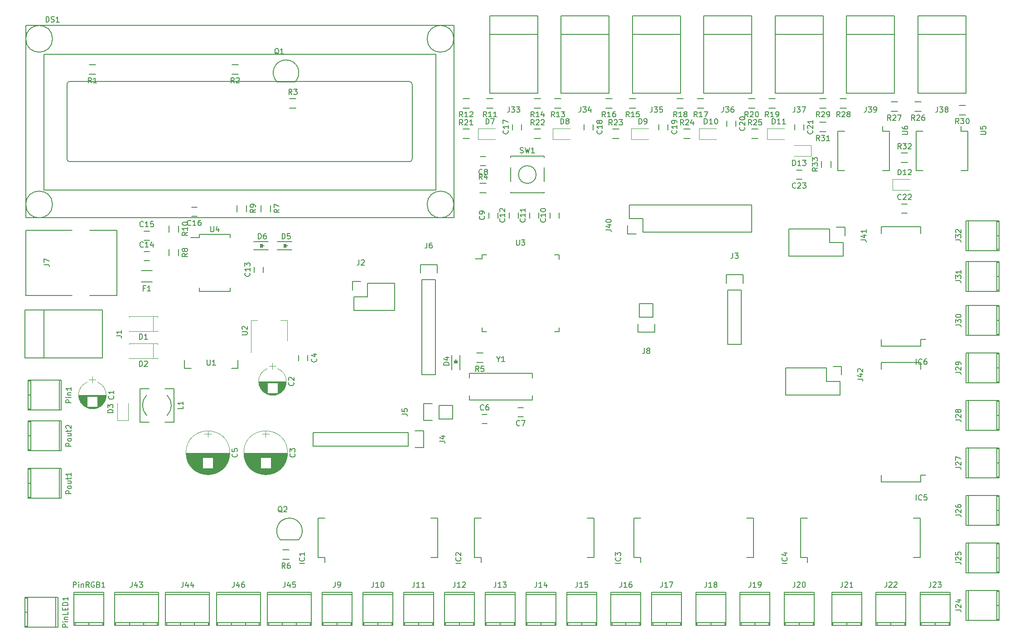
<source format=gbr>
G04 #@! TF.FileFunction,Legend,Top*
%FSLAX46Y46*%
G04 Gerber Fmt 4.6, Leading zero omitted, Abs format (unit mm)*
G04 Created by KiCad (PCBNEW 4.0.6) date 2017 August 16, Wednesday 11:00:37*
%MOMM*%
%LPD*%
G01*
G04 APERTURE LIST*
%ADD10C,0.100000*%
%ADD11C,0.150000*%
%ADD12C,0.120000*%
G04 APERTURE END LIST*
D10*
D11*
X38674040Y-120274080D02*
X38674040Y-114675920D01*
X38176200Y-114874040D02*
X38674040Y-114874040D01*
X38674040Y-120075960D02*
X38176200Y-120075960D01*
X38176200Y-117475000D02*
X38674040Y-117475000D01*
X43975020Y-114675920D02*
X43975020Y-120274080D01*
X38176200Y-114675920D02*
X38176200Y-120274080D01*
X38176200Y-120274080D02*
X44373800Y-120274080D01*
X44373800Y-120274080D02*
X44373800Y-114675920D01*
X44373800Y-114675920D02*
X38176200Y-114675920D01*
X123000000Y-74740000D02*
X123000000Y-75465000D01*
X137350000Y-74740000D02*
X137350000Y-75540000D01*
X137350000Y-89090000D02*
X137350000Y-88290000D01*
X123000000Y-89090000D02*
X123000000Y-88290000D01*
X123000000Y-74740000D02*
X123800000Y-74740000D01*
X123000000Y-89090000D02*
X123800000Y-89090000D01*
X137350000Y-89090000D02*
X136550000Y-89090000D01*
X137350000Y-74740000D02*
X136550000Y-74740000D01*
X123000000Y-75465000D02*
X121725000Y-75465000D01*
D12*
X51146400Y-103341863D02*
G75*
G03X51145000Y-98547564I-981400J2396863D01*
G01*
X49183600Y-103341863D02*
G75*
G02X49185000Y-98547564I981400J2396863D01*
G01*
X49183600Y-103341863D02*
G75*
G03X51145000Y-103342436I981400J2396863D01*
G01*
X52715000Y-100945000D02*
X47615000Y-100945000D01*
X52715000Y-100985000D02*
X47615000Y-100985000D01*
X52714000Y-101025000D02*
X47616000Y-101025000D01*
X52713000Y-101065000D02*
X47617000Y-101065000D01*
X52711000Y-101105000D02*
X47619000Y-101105000D01*
X52708000Y-101145000D02*
X47622000Y-101145000D01*
X52704000Y-101185000D02*
X47626000Y-101185000D01*
X52700000Y-101225000D02*
X51145000Y-101225000D01*
X49185000Y-101225000D02*
X47630000Y-101225000D01*
X52696000Y-101265000D02*
X51145000Y-101265000D01*
X49185000Y-101265000D02*
X47634000Y-101265000D01*
X52690000Y-101305000D02*
X51145000Y-101305000D01*
X49185000Y-101305000D02*
X47640000Y-101305000D01*
X52684000Y-101345000D02*
X51145000Y-101345000D01*
X49185000Y-101345000D02*
X47646000Y-101345000D01*
X52678000Y-101385000D02*
X51145000Y-101385000D01*
X49185000Y-101385000D02*
X47652000Y-101385000D01*
X52671000Y-101425000D02*
X51145000Y-101425000D01*
X49185000Y-101425000D02*
X47659000Y-101425000D01*
X52663000Y-101465000D02*
X51145000Y-101465000D01*
X49185000Y-101465000D02*
X47667000Y-101465000D01*
X52654000Y-101505000D02*
X51145000Y-101505000D01*
X49185000Y-101505000D02*
X47676000Y-101505000D01*
X52645000Y-101545000D02*
X51145000Y-101545000D01*
X49185000Y-101545000D02*
X47685000Y-101545000D01*
X52635000Y-101585000D02*
X51145000Y-101585000D01*
X49185000Y-101585000D02*
X47695000Y-101585000D01*
X52625000Y-101625000D02*
X51145000Y-101625000D01*
X49185000Y-101625000D02*
X47705000Y-101625000D01*
X52613000Y-101666000D02*
X51145000Y-101666000D01*
X49185000Y-101666000D02*
X47717000Y-101666000D01*
X52601000Y-101706000D02*
X51145000Y-101706000D01*
X49185000Y-101706000D02*
X47729000Y-101706000D01*
X52589000Y-101746000D02*
X51145000Y-101746000D01*
X49185000Y-101746000D02*
X47741000Y-101746000D01*
X52575000Y-101786000D02*
X51145000Y-101786000D01*
X49185000Y-101786000D02*
X47755000Y-101786000D01*
X52561000Y-101826000D02*
X51145000Y-101826000D01*
X49185000Y-101826000D02*
X47769000Y-101826000D01*
X52547000Y-101866000D02*
X51145000Y-101866000D01*
X49185000Y-101866000D02*
X47783000Y-101866000D01*
X52531000Y-101906000D02*
X51145000Y-101906000D01*
X49185000Y-101906000D02*
X47799000Y-101906000D01*
X52515000Y-101946000D02*
X51145000Y-101946000D01*
X49185000Y-101946000D02*
X47815000Y-101946000D01*
X52498000Y-101986000D02*
X51145000Y-101986000D01*
X49185000Y-101986000D02*
X47832000Y-101986000D01*
X52480000Y-102026000D02*
X51145000Y-102026000D01*
X49185000Y-102026000D02*
X47850000Y-102026000D01*
X52461000Y-102066000D02*
X51145000Y-102066000D01*
X49185000Y-102066000D02*
X47869000Y-102066000D01*
X52441000Y-102106000D02*
X51145000Y-102106000D01*
X49185000Y-102106000D02*
X47889000Y-102106000D01*
X52421000Y-102146000D02*
X51145000Y-102146000D01*
X49185000Y-102146000D02*
X47909000Y-102146000D01*
X52399000Y-102186000D02*
X51145000Y-102186000D01*
X49185000Y-102186000D02*
X47931000Y-102186000D01*
X52377000Y-102226000D02*
X51145000Y-102226000D01*
X49185000Y-102226000D02*
X47953000Y-102226000D01*
X52354000Y-102266000D02*
X51145000Y-102266000D01*
X49185000Y-102266000D02*
X47976000Y-102266000D01*
X52330000Y-102306000D02*
X51145000Y-102306000D01*
X49185000Y-102306000D02*
X48000000Y-102306000D01*
X52305000Y-102346000D02*
X51145000Y-102346000D01*
X49185000Y-102346000D02*
X48025000Y-102346000D01*
X52278000Y-102386000D02*
X51145000Y-102386000D01*
X49185000Y-102386000D02*
X48052000Y-102386000D01*
X52251000Y-102426000D02*
X51145000Y-102426000D01*
X49185000Y-102426000D02*
X48079000Y-102426000D01*
X52223000Y-102466000D02*
X51145000Y-102466000D01*
X49185000Y-102466000D02*
X48107000Y-102466000D01*
X52193000Y-102506000D02*
X51145000Y-102506000D01*
X49185000Y-102506000D02*
X48137000Y-102506000D01*
X52162000Y-102546000D02*
X51145000Y-102546000D01*
X49185000Y-102546000D02*
X48168000Y-102546000D01*
X52130000Y-102586000D02*
X51145000Y-102586000D01*
X49185000Y-102586000D02*
X48200000Y-102586000D01*
X52097000Y-102626000D02*
X51145000Y-102626000D01*
X49185000Y-102626000D02*
X48233000Y-102626000D01*
X52062000Y-102666000D02*
X51145000Y-102666000D01*
X49185000Y-102666000D02*
X48268000Y-102666000D01*
X52026000Y-102706000D02*
X51145000Y-102706000D01*
X49185000Y-102706000D02*
X48304000Y-102706000D01*
X51988000Y-102746000D02*
X51145000Y-102746000D01*
X49185000Y-102746000D02*
X48342000Y-102746000D01*
X51948000Y-102786000D02*
X51145000Y-102786000D01*
X49185000Y-102786000D02*
X48382000Y-102786000D01*
X51907000Y-102826000D02*
X51145000Y-102826000D01*
X49185000Y-102826000D02*
X48423000Y-102826000D01*
X51864000Y-102866000D02*
X51145000Y-102866000D01*
X49185000Y-102866000D02*
X48466000Y-102866000D01*
X51819000Y-102906000D02*
X51145000Y-102906000D01*
X49185000Y-102906000D02*
X48511000Y-102906000D01*
X51771000Y-102946000D02*
X51145000Y-102946000D01*
X49185000Y-102946000D02*
X48559000Y-102946000D01*
X51721000Y-102986000D02*
X51145000Y-102986000D01*
X49185000Y-102986000D02*
X48609000Y-102986000D01*
X51669000Y-103026000D02*
X51145000Y-103026000D01*
X49185000Y-103026000D02*
X48661000Y-103026000D01*
X51613000Y-103066000D02*
X51145000Y-103066000D01*
X49185000Y-103066000D02*
X48717000Y-103066000D01*
X51555000Y-103106000D02*
X51145000Y-103106000D01*
X49185000Y-103106000D02*
X48775000Y-103106000D01*
X51492000Y-103146000D02*
X51145000Y-103146000D01*
X49185000Y-103146000D02*
X48838000Y-103146000D01*
X51426000Y-103186000D02*
X48904000Y-103186000D01*
X51354000Y-103226000D02*
X48976000Y-103226000D01*
X51277000Y-103266000D02*
X49053000Y-103266000D01*
X51193000Y-103306000D02*
X49137000Y-103306000D01*
X51099000Y-103346000D02*
X49231000Y-103346000D01*
X50994000Y-103386000D02*
X49336000Y-103386000D01*
X50872000Y-103426000D02*
X49458000Y-103426000D01*
X50724000Y-103466000D02*
X49606000Y-103466000D01*
X50519000Y-103506000D02*
X49811000Y-103506000D01*
X50165000Y-97495000D02*
X50165000Y-98695000D01*
X50815000Y-98095000D02*
X49515000Y-98095000D01*
X84801400Y-100801863D02*
G75*
G03X84800000Y-96007564I-981400J2396863D01*
G01*
X82838600Y-100801863D02*
G75*
G02X82840000Y-96007564I981400J2396863D01*
G01*
X82838600Y-100801863D02*
G75*
G03X84800000Y-100802436I981400J2396863D01*
G01*
X86370000Y-98405000D02*
X81270000Y-98405000D01*
X86370000Y-98445000D02*
X81270000Y-98445000D01*
X86369000Y-98485000D02*
X81271000Y-98485000D01*
X86368000Y-98525000D02*
X81272000Y-98525000D01*
X86366000Y-98565000D02*
X81274000Y-98565000D01*
X86363000Y-98605000D02*
X81277000Y-98605000D01*
X86359000Y-98645000D02*
X81281000Y-98645000D01*
X86355000Y-98685000D02*
X84800000Y-98685000D01*
X82840000Y-98685000D02*
X81285000Y-98685000D01*
X86351000Y-98725000D02*
X84800000Y-98725000D01*
X82840000Y-98725000D02*
X81289000Y-98725000D01*
X86345000Y-98765000D02*
X84800000Y-98765000D01*
X82840000Y-98765000D02*
X81295000Y-98765000D01*
X86339000Y-98805000D02*
X84800000Y-98805000D01*
X82840000Y-98805000D02*
X81301000Y-98805000D01*
X86333000Y-98845000D02*
X84800000Y-98845000D01*
X82840000Y-98845000D02*
X81307000Y-98845000D01*
X86326000Y-98885000D02*
X84800000Y-98885000D01*
X82840000Y-98885000D02*
X81314000Y-98885000D01*
X86318000Y-98925000D02*
X84800000Y-98925000D01*
X82840000Y-98925000D02*
X81322000Y-98925000D01*
X86309000Y-98965000D02*
X84800000Y-98965000D01*
X82840000Y-98965000D02*
X81331000Y-98965000D01*
X86300000Y-99005000D02*
X84800000Y-99005000D01*
X82840000Y-99005000D02*
X81340000Y-99005000D01*
X86290000Y-99045000D02*
X84800000Y-99045000D01*
X82840000Y-99045000D02*
X81350000Y-99045000D01*
X86280000Y-99085000D02*
X84800000Y-99085000D01*
X82840000Y-99085000D02*
X81360000Y-99085000D01*
X86268000Y-99126000D02*
X84800000Y-99126000D01*
X82840000Y-99126000D02*
X81372000Y-99126000D01*
X86256000Y-99166000D02*
X84800000Y-99166000D01*
X82840000Y-99166000D02*
X81384000Y-99166000D01*
X86244000Y-99206000D02*
X84800000Y-99206000D01*
X82840000Y-99206000D02*
X81396000Y-99206000D01*
X86230000Y-99246000D02*
X84800000Y-99246000D01*
X82840000Y-99246000D02*
X81410000Y-99246000D01*
X86216000Y-99286000D02*
X84800000Y-99286000D01*
X82840000Y-99286000D02*
X81424000Y-99286000D01*
X86202000Y-99326000D02*
X84800000Y-99326000D01*
X82840000Y-99326000D02*
X81438000Y-99326000D01*
X86186000Y-99366000D02*
X84800000Y-99366000D01*
X82840000Y-99366000D02*
X81454000Y-99366000D01*
X86170000Y-99406000D02*
X84800000Y-99406000D01*
X82840000Y-99406000D02*
X81470000Y-99406000D01*
X86153000Y-99446000D02*
X84800000Y-99446000D01*
X82840000Y-99446000D02*
X81487000Y-99446000D01*
X86135000Y-99486000D02*
X84800000Y-99486000D01*
X82840000Y-99486000D02*
X81505000Y-99486000D01*
X86116000Y-99526000D02*
X84800000Y-99526000D01*
X82840000Y-99526000D02*
X81524000Y-99526000D01*
X86096000Y-99566000D02*
X84800000Y-99566000D01*
X82840000Y-99566000D02*
X81544000Y-99566000D01*
X86076000Y-99606000D02*
X84800000Y-99606000D01*
X82840000Y-99606000D02*
X81564000Y-99606000D01*
X86054000Y-99646000D02*
X84800000Y-99646000D01*
X82840000Y-99646000D02*
X81586000Y-99646000D01*
X86032000Y-99686000D02*
X84800000Y-99686000D01*
X82840000Y-99686000D02*
X81608000Y-99686000D01*
X86009000Y-99726000D02*
X84800000Y-99726000D01*
X82840000Y-99726000D02*
X81631000Y-99726000D01*
X85985000Y-99766000D02*
X84800000Y-99766000D01*
X82840000Y-99766000D02*
X81655000Y-99766000D01*
X85960000Y-99806000D02*
X84800000Y-99806000D01*
X82840000Y-99806000D02*
X81680000Y-99806000D01*
X85933000Y-99846000D02*
X84800000Y-99846000D01*
X82840000Y-99846000D02*
X81707000Y-99846000D01*
X85906000Y-99886000D02*
X84800000Y-99886000D01*
X82840000Y-99886000D02*
X81734000Y-99886000D01*
X85878000Y-99926000D02*
X84800000Y-99926000D01*
X82840000Y-99926000D02*
X81762000Y-99926000D01*
X85848000Y-99966000D02*
X84800000Y-99966000D01*
X82840000Y-99966000D02*
X81792000Y-99966000D01*
X85817000Y-100006000D02*
X84800000Y-100006000D01*
X82840000Y-100006000D02*
X81823000Y-100006000D01*
X85785000Y-100046000D02*
X84800000Y-100046000D01*
X82840000Y-100046000D02*
X81855000Y-100046000D01*
X85752000Y-100086000D02*
X84800000Y-100086000D01*
X82840000Y-100086000D02*
X81888000Y-100086000D01*
X85717000Y-100126000D02*
X84800000Y-100126000D01*
X82840000Y-100126000D02*
X81923000Y-100126000D01*
X85681000Y-100166000D02*
X84800000Y-100166000D01*
X82840000Y-100166000D02*
X81959000Y-100166000D01*
X85643000Y-100206000D02*
X84800000Y-100206000D01*
X82840000Y-100206000D02*
X81997000Y-100206000D01*
X85603000Y-100246000D02*
X84800000Y-100246000D01*
X82840000Y-100246000D02*
X82037000Y-100246000D01*
X85562000Y-100286000D02*
X84800000Y-100286000D01*
X82840000Y-100286000D02*
X82078000Y-100286000D01*
X85519000Y-100326000D02*
X84800000Y-100326000D01*
X82840000Y-100326000D02*
X82121000Y-100326000D01*
X85474000Y-100366000D02*
X84800000Y-100366000D01*
X82840000Y-100366000D02*
X82166000Y-100366000D01*
X85426000Y-100406000D02*
X84800000Y-100406000D01*
X82840000Y-100406000D02*
X82214000Y-100406000D01*
X85376000Y-100446000D02*
X84800000Y-100446000D01*
X82840000Y-100446000D02*
X82264000Y-100446000D01*
X85324000Y-100486000D02*
X84800000Y-100486000D01*
X82840000Y-100486000D02*
X82316000Y-100486000D01*
X85268000Y-100526000D02*
X84800000Y-100526000D01*
X82840000Y-100526000D02*
X82372000Y-100526000D01*
X85210000Y-100566000D02*
X84800000Y-100566000D01*
X82840000Y-100566000D02*
X82430000Y-100566000D01*
X85147000Y-100606000D02*
X84800000Y-100606000D01*
X82840000Y-100606000D02*
X82493000Y-100606000D01*
X85081000Y-100646000D02*
X82559000Y-100646000D01*
X85009000Y-100686000D02*
X82631000Y-100686000D01*
X84932000Y-100726000D02*
X82708000Y-100726000D01*
X84848000Y-100766000D02*
X82792000Y-100766000D01*
X84754000Y-100806000D02*
X82886000Y-100806000D01*
X84649000Y-100846000D02*
X82991000Y-100846000D01*
X84527000Y-100886000D02*
X83113000Y-100886000D01*
X84379000Y-100926000D02*
X83261000Y-100926000D01*
X84174000Y-100966000D02*
X83466000Y-100966000D01*
X83820000Y-94955000D02*
X83820000Y-96155000D01*
X84470000Y-95555000D02*
X83170000Y-95555000D01*
X86640000Y-111755000D02*
G75*
G03X86640000Y-111755000I-4090000J0D01*
G01*
X86600000Y-111755000D02*
X78500000Y-111755000D01*
X86600000Y-111795000D02*
X78500000Y-111795000D01*
X86600000Y-111835000D02*
X78500000Y-111835000D01*
X86599000Y-111875000D02*
X78501000Y-111875000D01*
X86597000Y-111915000D02*
X78503000Y-111915000D01*
X86596000Y-111955000D02*
X78504000Y-111955000D01*
X86593000Y-111995000D02*
X78507000Y-111995000D01*
X86591000Y-112035000D02*
X78509000Y-112035000D01*
X86588000Y-112075000D02*
X78512000Y-112075000D01*
X86585000Y-112115000D02*
X78515000Y-112115000D01*
X86581000Y-112155000D02*
X78519000Y-112155000D01*
X86577000Y-112195000D02*
X78523000Y-112195000D01*
X86572000Y-112235000D02*
X78528000Y-112235000D01*
X86567000Y-112275000D02*
X78533000Y-112275000D01*
X86562000Y-112315000D02*
X78538000Y-112315000D01*
X86556000Y-112355000D02*
X78544000Y-112355000D01*
X86550000Y-112395000D02*
X78550000Y-112395000D01*
X86544000Y-112435000D02*
X78556000Y-112435000D01*
X86537000Y-112476000D02*
X78563000Y-112476000D01*
X86529000Y-112516000D02*
X78571000Y-112516000D01*
X86521000Y-112556000D02*
X78579000Y-112556000D01*
X86513000Y-112596000D02*
X78587000Y-112596000D01*
X86505000Y-112636000D02*
X78595000Y-112636000D01*
X86496000Y-112676000D02*
X83530000Y-112676000D01*
X81570000Y-112676000D02*
X78604000Y-112676000D01*
X86486000Y-112716000D02*
X83530000Y-112716000D01*
X81570000Y-112716000D02*
X78614000Y-112716000D01*
X86476000Y-112756000D02*
X83530000Y-112756000D01*
X81570000Y-112756000D02*
X78624000Y-112756000D01*
X86466000Y-112796000D02*
X83530000Y-112796000D01*
X81570000Y-112796000D02*
X78634000Y-112796000D01*
X86455000Y-112836000D02*
X83530000Y-112836000D01*
X81570000Y-112836000D02*
X78645000Y-112836000D01*
X86444000Y-112876000D02*
X83530000Y-112876000D01*
X81570000Y-112876000D02*
X78656000Y-112876000D01*
X86433000Y-112916000D02*
X83530000Y-112916000D01*
X81570000Y-112916000D02*
X78667000Y-112916000D01*
X86420000Y-112956000D02*
X83530000Y-112956000D01*
X81570000Y-112956000D02*
X78680000Y-112956000D01*
X86408000Y-112996000D02*
X83530000Y-112996000D01*
X81570000Y-112996000D02*
X78692000Y-112996000D01*
X86395000Y-113036000D02*
X83530000Y-113036000D01*
X81570000Y-113036000D02*
X78705000Y-113036000D01*
X86382000Y-113076000D02*
X83530000Y-113076000D01*
X81570000Y-113076000D02*
X78718000Y-113076000D01*
X86368000Y-113116000D02*
X83530000Y-113116000D01*
X81570000Y-113116000D02*
X78732000Y-113116000D01*
X86353000Y-113156000D02*
X83530000Y-113156000D01*
X81570000Y-113156000D02*
X78747000Y-113156000D01*
X86339000Y-113196000D02*
X83530000Y-113196000D01*
X81570000Y-113196000D02*
X78761000Y-113196000D01*
X86323000Y-113236000D02*
X83530000Y-113236000D01*
X81570000Y-113236000D02*
X78777000Y-113236000D01*
X86308000Y-113276000D02*
X83530000Y-113276000D01*
X81570000Y-113276000D02*
X78792000Y-113276000D01*
X86291000Y-113316000D02*
X83530000Y-113316000D01*
X81570000Y-113316000D02*
X78809000Y-113316000D01*
X86275000Y-113356000D02*
X83530000Y-113356000D01*
X81570000Y-113356000D02*
X78825000Y-113356000D01*
X86257000Y-113396000D02*
X83530000Y-113396000D01*
X81570000Y-113396000D02*
X78843000Y-113396000D01*
X86240000Y-113436000D02*
X83530000Y-113436000D01*
X81570000Y-113436000D02*
X78860000Y-113436000D01*
X86221000Y-113476000D02*
X83530000Y-113476000D01*
X81570000Y-113476000D02*
X78879000Y-113476000D01*
X86202000Y-113516000D02*
X83530000Y-113516000D01*
X81570000Y-113516000D02*
X78898000Y-113516000D01*
X86183000Y-113556000D02*
X83530000Y-113556000D01*
X81570000Y-113556000D02*
X78917000Y-113556000D01*
X86163000Y-113596000D02*
X83530000Y-113596000D01*
X81570000Y-113596000D02*
X78937000Y-113596000D01*
X86143000Y-113636000D02*
X83530000Y-113636000D01*
X81570000Y-113636000D02*
X78957000Y-113636000D01*
X86122000Y-113676000D02*
X83530000Y-113676000D01*
X81570000Y-113676000D02*
X78978000Y-113676000D01*
X86100000Y-113716000D02*
X83530000Y-113716000D01*
X81570000Y-113716000D02*
X79000000Y-113716000D01*
X86078000Y-113756000D02*
X83530000Y-113756000D01*
X81570000Y-113756000D02*
X79022000Y-113756000D01*
X86055000Y-113796000D02*
X83530000Y-113796000D01*
X81570000Y-113796000D02*
X79045000Y-113796000D01*
X86032000Y-113836000D02*
X83530000Y-113836000D01*
X81570000Y-113836000D02*
X79068000Y-113836000D01*
X86008000Y-113876000D02*
X83530000Y-113876000D01*
X81570000Y-113876000D02*
X79092000Y-113876000D01*
X85984000Y-113916000D02*
X83530000Y-113916000D01*
X81570000Y-113916000D02*
X79116000Y-113916000D01*
X85958000Y-113956000D02*
X83530000Y-113956000D01*
X81570000Y-113956000D02*
X79142000Y-113956000D01*
X85933000Y-113996000D02*
X83530000Y-113996000D01*
X81570000Y-113996000D02*
X79167000Y-113996000D01*
X85906000Y-114036000D02*
X83530000Y-114036000D01*
X81570000Y-114036000D02*
X79194000Y-114036000D01*
X85879000Y-114076000D02*
X83530000Y-114076000D01*
X81570000Y-114076000D02*
X79221000Y-114076000D01*
X85851000Y-114116000D02*
X83530000Y-114116000D01*
X81570000Y-114116000D02*
X79249000Y-114116000D01*
X85822000Y-114156000D02*
X83530000Y-114156000D01*
X81570000Y-114156000D02*
X79278000Y-114156000D01*
X85793000Y-114196000D02*
X83530000Y-114196000D01*
X81570000Y-114196000D02*
X79307000Y-114196000D01*
X85763000Y-114236000D02*
X83530000Y-114236000D01*
X81570000Y-114236000D02*
X79337000Y-114236000D01*
X85732000Y-114276000D02*
X83530000Y-114276000D01*
X81570000Y-114276000D02*
X79368000Y-114276000D01*
X85700000Y-114316000D02*
X83530000Y-114316000D01*
X81570000Y-114316000D02*
X79400000Y-114316000D01*
X85668000Y-114356000D02*
X83530000Y-114356000D01*
X81570000Y-114356000D02*
X79432000Y-114356000D01*
X85634000Y-114396000D02*
X83530000Y-114396000D01*
X81570000Y-114396000D02*
X79466000Y-114396000D01*
X85600000Y-114436000D02*
X83530000Y-114436000D01*
X81570000Y-114436000D02*
X79500000Y-114436000D01*
X85565000Y-114476000D02*
X83530000Y-114476000D01*
X81570000Y-114476000D02*
X79535000Y-114476000D01*
X85529000Y-114516000D02*
X83530000Y-114516000D01*
X81570000Y-114516000D02*
X79571000Y-114516000D01*
X85492000Y-114556000D02*
X83530000Y-114556000D01*
X81570000Y-114556000D02*
X79608000Y-114556000D01*
X85454000Y-114596000D02*
X83530000Y-114596000D01*
X81570000Y-114596000D02*
X79646000Y-114596000D01*
X85415000Y-114636000D02*
X79685000Y-114636000D01*
X85374000Y-114676000D02*
X79726000Y-114676000D01*
X85333000Y-114716000D02*
X79767000Y-114716000D01*
X85290000Y-114756000D02*
X79810000Y-114756000D01*
X85247000Y-114796000D02*
X79853000Y-114796000D01*
X85202000Y-114836000D02*
X79898000Y-114836000D01*
X85155000Y-114876000D02*
X79945000Y-114876000D01*
X85107000Y-114916000D02*
X79993000Y-114916000D01*
X85058000Y-114956000D02*
X80042000Y-114956000D01*
X85007000Y-114996000D02*
X80093000Y-114996000D01*
X84954000Y-115036000D02*
X80146000Y-115036000D01*
X84899000Y-115076000D02*
X80201000Y-115076000D01*
X84843000Y-115116000D02*
X80257000Y-115116000D01*
X84784000Y-115156000D02*
X80316000Y-115156000D01*
X84723000Y-115196000D02*
X80377000Y-115196000D01*
X84659000Y-115236000D02*
X80441000Y-115236000D01*
X84593000Y-115276000D02*
X80507000Y-115276000D01*
X84524000Y-115316000D02*
X80576000Y-115316000D01*
X84452000Y-115356000D02*
X80648000Y-115356000D01*
X84376000Y-115396000D02*
X80724000Y-115396000D01*
X84295000Y-115436000D02*
X80805000Y-115436000D01*
X84210000Y-115476000D02*
X80890000Y-115476000D01*
X84120000Y-115516000D02*
X80980000Y-115516000D01*
X84023000Y-115556000D02*
X81077000Y-115556000D01*
X83919000Y-115596000D02*
X81181000Y-115596000D01*
X83804000Y-115636000D02*
X81296000Y-115636000D01*
X83677000Y-115676000D02*
X81423000Y-115676000D01*
X83533000Y-115716000D02*
X81567000Y-115716000D01*
X83364000Y-115756000D02*
X81736000Y-115756000D01*
X83148000Y-115796000D02*
X81952000Y-115796000D01*
X82796000Y-115836000D02*
X82304000Y-115836000D01*
X82550000Y-107655000D02*
X82550000Y-108855000D01*
X83200000Y-108255000D02*
X81900000Y-108255000D01*
D11*
X90385000Y-94480000D02*
X90385000Y-93480000D01*
X88685000Y-93480000D02*
X88685000Y-94480000D01*
D12*
X75845000Y-111755000D02*
G75*
G03X75845000Y-111755000I-4090000J0D01*
G01*
X75805000Y-111755000D02*
X67705000Y-111755000D01*
X75805000Y-111795000D02*
X67705000Y-111795000D01*
X75805000Y-111835000D02*
X67705000Y-111835000D01*
X75804000Y-111875000D02*
X67706000Y-111875000D01*
X75802000Y-111915000D02*
X67708000Y-111915000D01*
X75801000Y-111955000D02*
X67709000Y-111955000D01*
X75798000Y-111995000D02*
X67712000Y-111995000D01*
X75796000Y-112035000D02*
X67714000Y-112035000D01*
X75793000Y-112075000D02*
X67717000Y-112075000D01*
X75790000Y-112115000D02*
X67720000Y-112115000D01*
X75786000Y-112155000D02*
X67724000Y-112155000D01*
X75782000Y-112195000D02*
X67728000Y-112195000D01*
X75777000Y-112235000D02*
X67733000Y-112235000D01*
X75772000Y-112275000D02*
X67738000Y-112275000D01*
X75767000Y-112315000D02*
X67743000Y-112315000D01*
X75761000Y-112355000D02*
X67749000Y-112355000D01*
X75755000Y-112395000D02*
X67755000Y-112395000D01*
X75749000Y-112435000D02*
X67761000Y-112435000D01*
X75742000Y-112476000D02*
X67768000Y-112476000D01*
X75734000Y-112516000D02*
X67776000Y-112516000D01*
X75726000Y-112556000D02*
X67784000Y-112556000D01*
X75718000Y-112596000D02*
X67792000Y-112596000D01*
X75710000Y-112636000D02*
X67800000Y-112636000D01*
X75701000Y-112676000D02*
X72735000Y-112676000D01*
X70775000Y-112676000D02*
X67809000Y-112676000D01*
X75691000Y-112716000D02*
X72735000Y-112716000D01*
X70775000Y-112716000D02*
X67819000Y-112716000D01*
X75681000Y-112756000D02*
X72735000Y-112756000D01*
X70775000Y-112756000D02*
X67829000Y-112756000D01*
X75671000Y-112796000D02*
X72735000Y-112796000D01*
X70775000Y-112796000D02*
X67839000Y-112796000D01*
X75660000Y-112836000D02*
X72735000Y-112836000D01*
X70775000Y-112836000D02*
X67850000Y-112836000D01*
X75649000Y-112876000D02*
X72735000Y-112876000D01*
X70775000Y-112876000D02*
X67861000Y-112876000D01*
X75638000Y-112916000D02*
X72735000Y-112916000D01*
X70775000Y-112916000D02*
X67872000Y-112916000D01*
X75625000Y-112956000D02*
X72735000Y-112956000D01*
X70775000Y-112956000D02*
X67885000Y-112956000D01*
X75613000Y-112996000D02*
X72735000Y-112996000D01*
X70775000Y-112996000D02*
X67897000Y-112996000D01*
X75600000Y-113036000D02*
X72735000Y-113036000D01*
X70775000Y-113036000D02*
X67910000Y-113036000D01*
X75587000Y-113076000D02*
X72735000Y-113076000D01*
X70775000Y-113076000D02*
X67923000Y-113076000D01*
X75573000Y-113116000D02*
X72735000Y-113116000D01*
X70775000Y-113116000D02*
X67937000Y-113116000D01*
X75558000Y-113156000D02*
X72735000Y-113156000D01*
X70775000Y-113156000D02*
X67952000Y-113156000D01*
X75544000Y-113196000D02*
X72735000Y-113196000D01*
X70775000Y-113196000D02*
X67966000Y-113196000D01*
X75528000Y-113236000D02*
X72735000Y-113236000D01*
X70775000Y-113236000D02*
X67982000Y-113236000D01*
X75513000Y-113276000D02*
X72735000Y-113276000D01*
X70775000Y-113276000D02*
X67997000Y-113276000D01*
X75496000Y-113316000D02*
X72735000Y-113316000D01*
X70775000Y-113316000D02*
X68014000Y-113316000D01*
X75480000Y-113356000D02*
X72735000Y-113356000D01*
X70775000Y-113356000D02*
X68030000Y-113356000D01*
X75462000Y-113396000D02*
X72735000Y-113396000D01*
X70775000Y-113396000D02*
X68048000Y-113396000D01*
X75445000Y-113436000D02*
X72735000Y-113436000D01*
X70775000Y-113436000D02*
X68065000Y-113436000D01*
X75426000Y-113476000D02*
X72735000Y-113476000D01*
X70775000Y-113476000D02*
X68084000Y-113476000D01*
X75407000Y-113516000D02*
X72735000Y-113516000D01*
X70775000Y-113516000D02*
X68103000Y-113516000D01*
X75388000Y-113556000D02*
X72735000Y-113556000D01*
X70775000Y-113556000D02*
X68122000Y-113556000D01*
X75368000Y-113596000D02*
X72735000Y-113596000D01*
X70775000Y-113596000D02*
X68142000Y-113596000D01*
X75348000Y-113636000D02*
X72735000Y-113636000D01*
X70775000Y-113636000D02*
X68162000Y-113636000D01*
X75327000Y-113676000D02*
X72735000Y-113676000D01*
X70775000Y-113676000D02*
X68183000Y-113676000D01*
X75305000Y-113716000D02*
X72735000Y-113716000D01*
X70775000Y-113716000D02*
X68205000Y-113716000D01*
X75283000Y-113756000D02*
X72735000Y-113756000D01*
X70775000Y-113756000D02*
X68227000Y-113756000D01*
X75260000Y-113796000D02*
X72735000Y-113796000D01*
X70775000Y-113796000D02*
X68250000Y-113796000D01*
X75237000Y-113836000D02*
X72735000Y-113836000D01*
X70775000Y-113836000D02*
X68273000Y-113836000D01*
X75213000Y-113876000D02*
X72735000Y-113876000D01*
X70775000Y-113876000D02*
X68297000Y-113876000D01*
X75189000Y-113916000D02*
X72735000Y-113916000D01*
X70775000Y-113916000D02*
X68321000Y-113916000D01*
X75163000Y-113956000D02*
X72735000Y-113956000D01*
X70775000Y-113956000D02*
X68347000Y-113956000D01*
X75138000Y-113996000D02*
X72735000Y-113996000D01*
X70775000Y-113996000D02*
X68372000Y-113996000D01*
X75111000Y-114036000D02*
X72735000Y-114036000D01*
X70775000Y-114036000D02*
X68399000Y-114036000D01*
X75084000Y-114076000D02*
X72735000Y-114076000D01*
X70775000Y-114076000D02*
X68426000Y-114076000D01*
X75056000Y-114116000D02*
X72735000Y-114116000D01*
X70775000Y-114116000D02*
X68454000Y-114116000D01*
X75027000Y-114156000D02*
X72735000Y-114156000D01*
X70775000Y-114156000D02*
X68483000Y-114156000D01*
X74998000Y-114196000D02*
X72735000Y-114196000D01*
X70775000Y-114196000D02*
X68512000Y-114196000D01*
X74968000Y-114236000D02*
X72735000Y-114236000D01*
X70775000Y-114236000D02*
X68542000Y-114236000D01*
X74937000Y-114276000D02*
X72735000Y-114276000D01*
X70775000Y-114276000D02*
X68573000Y-114276000D01*
X74905000Y-114316000D02*
X72735000Y-114316000D01*
X70775000Y-114316000D02*
X68605000Y-114316000D01*
X74873000Y-114356000D02*
X72735000Y-114356000D01*
X70775000Y-114356000D02*
X68637000Y-114356000D01*
X74839000Y-114396000D02*
X72735000Y-114396000D01*
X70775000Y-114396000D02*
X68671000Y-114396000D01*
X74805000Y-114436000D02*
X72735000Y-114436000D01*
X70775000Y-114436000D02*
X68705000Y-114436000D01*
X74770000Y-114476000D02*
X72735000Y-114476000D01*
X70775000Y-114476000D02*
X68740000Y-114476000D01*
X74734000Y-114516000D02*
X72735000Y-114516000D01*
X70775000Y-114516000D02*
X68776000Y-114516000D01*
X74697000Y-114556000D02*
X72735000Y-114556000D01*
X70775000Y-114556000D02*
X68813000Y-114556000D01*
X74659000Y-114596000D02*
X72735000Y-114596000D01*
X70775000Y-114596000D02*
X68851000Y-114596000D01*
X74620000Y-114636000D02*
X68890000Y-114636000D01*
X74579000Y-114676000D02*
X68931000Y-114676000D01*
X74538000Y-114716000D02*
X68972000Y-114716000D01*
X74495000Y-114756000D02*
X69015000Y-114756000D01*
X74452000Y-114796000D02*
X69058000Y-114796000D01*
X74407000Y-114836000D02*
X69103000Y-114836000D01*
X74360000Y-114876000D02*
X69150000Y-114876000D01*
X74312000Y-114916000D02*
X69198000Y-114916000D01*
X74263000Y-114956000D02*
X69247000Y-114956000D01*
X74212000Y-114996000D02*
X69298000Y-114996000D01*
X74159000Y-115036000D02*
X69351000Y-115036000D01*
X74104000Y-115076000D02*
X69406000Y-115076000D01*
X74048000Y-115116000D02*
X69462000Y-115116000D01*
X73989000Y-115156000D02*
X69521000Y-115156000D01*
X73928000Y-115196000D02*
X69582000Y-115196000D01*
X73864000Y-115236000D02*
X69646000Y-115236000D01*
X73798000Y-115276000D02*
X69712000Y-115276000D01*
X73729000Y-115316000D02*
X69781000Y-115316000D01*
X73657000Y-115356000D02*
X69853000Y-115356000D01*
X73581000Y-115396000D02*
X69929000Y-115396000D01*
X73500000Y-115436000D02*
X70010000Y-115436000D01*
X73415000Y-115476000D02*
X70095000Y-115476000D01*
X73325000Y-115516000D02*
X70185000Y-115516000D01*
X73228000Y-115556000D02*
X70282000Y-115556000D01*
X73124000Y-115596000D02*
X70386000Y-115596000D01*
X73009000Y-115636000D02*
X70501000Y-115636000D01*
X72882000Y-115676000D02*
X70628000Y-115676000D01*
X72738000Y-115716000D02*
X70772000Y-115716000D01*
X72569000Y-115756000D02*
X70941000Y-115756000D01*
X72353000Y-115796000D02*
X71157000Y-115796000D01*
X72001000Y-115836000D02*
X71509000Y-115836000D01*
X71755000Y-107655000D02*
X71755000Y-108855000D01*
X72405000Y-108255000D02*
X71105000Y-108255000D01*
D11*
X123960000Y-104560000D02*
X122960000Y-104560000D01*
X122960000Y-106260000D02*
X123960000Y-106260000D01*
X129675000Y-104990000D02*
X130675000Y-104990000D01*
X130675000Y-103290000D02*
X129675000Y-103290000D01*
X122690000Y-58000000D02*
X123690000Y-58000000D01*
X123690000Y-56300000D02*
X122690000Y-56300000D01*
X124245000Y-66810000D02*
X124245000Y-67810000D01*
X125945000Y-67810000D02*
X125945000Y-66810000D01*
X135675000Y-66810000D02*
X135675000Y-67810000D01*
X137375000Y-67810000D02*
X137375000Y-66810000D01*
X131865000Y-66810000D02*
X131865000Y-67810000D01*
X133565000Y-67810000D02*
X133565000Y-66810000D01*
X128055000Y-66810000D02*
X128055000Y-67810000D01*
X129755000Y-67810000D02*
X129755000Y-66810000D01*
X80430000Y-76970000D02*
X80430000Y-77970000D01*
X82130000Y-77970000D02*
X82130000Y-76970000D01*
X60825000Y-74080000D02*
X59825000Y-74080000D01*
X59825000Y-75780000D02*
X60825000Y-75780000D01*
X60825000Y-70270000D02*
X59825000Y-70270000D01*
X59825000Y-71970000D02*
X60825000Y-71970000D01*
X68715000Y-67525000D02*
X69715000Y-67525000D01*
X69715000Y-65825000D02*
X68715000Y-65825000D01*
X128690000Y-50300000D02*
X128690000Y-51300000D01*
X130390000Y-51300000D02*
X130390000Y-50300000D01*
X143725000Y-51300000D02*
X143725000Y-50300000D01*
X142025000Y-50300000D02*
X142025000Y-51300000D01*
X157695000Y-51300000D02*
X157695000Y-50300000D01*
X155995000Y-50300000D02*
X155995000Y-51300000D01*
X170395000Y-50665000D02*
X170395000Y-49665000D01*
X168695000Y-49665000D02*
X168695000Y-50665000D01*
X183095000Y-51300000D02*
X183095000Y-50300000D01*
X181395000Y-50300000D02*
X181395000Y-51300000D01*
X202430000Y-65190000D02*
X201430000Y-65190000D01*
X201430000Y-66890000D02*
X202430000Y-66890000D01*
X181745000Y-60540000D02*
X182745000Y-60540000D01*
X182745000Y-58840000D02*
X181745000Y-58840000D01*
D12*
X62350000Y-88910000D02*
X62350000Y-89040000D01*
X62350000Y-89040000D02*
X57030000Y-89040000D01*
X57030000Y-89040000D02*
X57030000Y-88910000D01*
X62350000Y-86350000D02*
X62350000Y-86220000D01*
X62350000Y-86220000D02*
X57030000Y-86220000D01*
X57030000Y-86220000D02*
X57030000Y-86350000D01*
X61510000Y-89040000D02*
X61510000Y-86220000D01*
X62350000Y-93990000D02*
X62350000Y-94120000D01*
X62350000Y-94120000D02*
X57030000Y-94120000D01*
X57030000Y-94120000D02*
X57030000Y-93990000D01*
X62350000Y-91430000D02*
X62350000Y-91300000D01*
X62350000Y-91300000D02*
X57030000Y-91300000D01*
X57030000Y-91300000D02*
X57030000Y-91430000D01*
X61510000Y-94120000D02*
X61510000Y-91300000D01*
X54864000Y-105705000D02*
X56896000Y-105705000D01*
X54855000Y-102505000D02*
X54855000Y-105705000D01*
X56905000Y-105705000D02*
X56905000Y-102505000D01*
D11*
X118860000Y-96215000D02*
X118860000Y-93515000D01*
X117360000Y-96215000D02*
X117360000Y-93515000D01*
X118260000Y-94715000D02*
X118010000Y-94715000D01*
X118010000Y-94715000D02*
X118160000Y-94865000D01*
X117760000Y-94965000D02*
X118460000Y-94965000D01*
X118110000Y-94615000D02*
X118110000Y-94265000D01*
X118110000Y-94965000D02*
X117760000Y-94615000D01*
X117760000Y-94615000D02*
X118460000Y-94615000D01*
X118460000Y-94615000D02*
X118110000Y-94965000D01*
X84760000Y-73775000D02*
X87460000Y-73775000D01*
X84760000Y-72275000D02*
X87460000Y-72275000D01*
X86260000Y-73175000D02*
X86260000Y-72925000D01*
X86260000Y-72925000D02*
X86110000Y-73075000D01*
X86010000Y-72675000D02*
X86010000Y-73375000D01*
X86360000Y-73025000D02*
X86710000Y-73025000D01*
X86010000Y-73025000D02*
X86360000Y-72675000D01*
X86360000Y-72675000D02*
X86360000Y-73375000D01*
X86360000Y-73375000D02*
X86010000Y-73025000D01*
X80315000Y-73775000D02*
X83015000Y-73775000D01*
X80315000Y-72275000D02*
X83015000Y-72275000D01*
X81815000Y-73175000D02*
X81815000Y-72925000D01*
X81815000Y-72925000D02*
X81665000Y-73075000D01*
X81565000Y-72675000D02*
X81565000Y-73375000D01*
X81915000Y-73025000D02*
X82265000Y-73025000D01*
X81565000Y-73025000D02*
X81915000Y-72675000D01*
X81915000Y-72675000D02*
X81915000Y-73375000D01*
X81915000Y-73375000D02*
X81565000Y-73025000D01*
D12*
X122260000Y-51054000D02*
X122260000Y-53086000D01*
X125460000Y-51045000D02*
X122260000Y-51045000D01*
X122260000Y-53095000D02*
X125460000Y-53095000D01*
X136230000Y-51054000D02*
X136230000Y-53086000D01*
X139430000Y-51045000D02*
X136230000Y-51045000D01*
X136230000Y-53095000D02*
X139430000Y-53095000D01*
X150835000Y-51054000D02*
X150835000Y-53086000D01*
X154035000Y-51045000D02*
X150835000Y-51045000D01*
X150835000Y-53095000D02*
X154035000Y-53095000D01*
X163535000Y-51054000D02*
X163535000Y-53086000D01*
X166735000Y-51045000D02*
X163535000Y-51045000D01*
X163535000Y-53095000D02*
X166735000Y-53095000D01*
X176235000Y-51054000D02*
X176235000Y-53086000D01*
X179435000Y-51045000D02*
X176235000Y-51045000D01*
X176235000Y-53095000D02*
X179435000Y-53095000D01*
X199730000Y-60579000D02*
X199730000Y-62611000D01*
X202930000Y-60570000D02*
X199730000Y-60570000D01*
X199730000Y-62620000D02*
X202930000Y-62620000D01*
X184445000Y-56261000D02*
X184445000Y-54229000D01*
X181245000Y-56270000D02*
X184445000Y-56270000D01*
X184445000Y-54220000D02*
X181245000Y-54220000D01*
D11*
X45920660Y-42291000D02*
X109420660Y-42291000D01*
X45420280Y-56789320D02*
X45420280Y-42788840D01*
X109420660Y-57289700D02*
X45920660Y-57289700D01*
X109921040Y-42788840D02*
X109921040Y-56789320D01*
X109918500Y-42788840D02*
G75*
G03X109420660Y-42291000I-497840J0D01*
G01*
X109420660Y-57289700D02*
G75*
G03X109921040Y-56789320I0J500380D01*
G01*
X45420280Y-56789320D02*
G75*
G03X45920660Y-57289700I500380J0D01*
G01*
X45920660Y-42288460D02*
G75*
G03X45420280Y-42788840I0J-500380D01*
G01*
X41120060Y-37190680D02*
X114320320Y-37190680D01*
X114320320Y-37190680D02*
X114320320Y-62590680D01*
X114320320Y-62590680D02*
X41120060Y-62590680D01*
X41120060Y-62590680D02*
X41120060Y-37190680D01*
X117718840Y-34290000D02*
G75*
G03X117718840Y-34290000I-2499360J0D01*
G01*
X117718840Y-65290700D02*
G75*
G03X117718840Y-65290700I-2499360J0D01*
G01*
X42722800Y-65290700D02*
G75*
G03X42722800Y-65290700I-2501900J0D01*
G01*
X42720260Y-34290000D02*
G75*
G03X42720260Y-34290000I-2499360J0D01*
G01*
X37719000Y-31790640D02*
X117718840Y-31790640D01*
X117718840Y-31790640D02*
X117718840Y-67790060D01*
X117718840Y-67790060D02*
X37719000Y-67790060D01*
X37719000Y-67790060D02*
X37719000Y-31790640D01*
X59325000Y-77665000D02*
X61325000Y-77665000D01*
X61325000Y-79815000D02*
X59325000Y-79815000D01*
X92320000Y-131310000D02*
X93590000Y-131310000D01*
X92320000Y-123960000D02*
X93590000Y-123960000D01*
X114690000Y-123960000D02*
X113420000Y-123960000D01*
X114690000Y-131310000D02*
X113420000Y-131310000D01*
X92320000Y-131310000D02*
X92320000Y-123960000D01*
X114690000Y-131310000D02*
X114690000Y-123960000D01*
X93590000Y-131310000D02*
X93590000Y-132245000D01*
X121530000Y-131310000D02*
X122800000Y-131310000D01*
X121530000Y-123960000D02*
X122800000Y-123960000D01*
X143900000Y-123960000D02*
X142630000Y-123960000D01*
X143900000Y-131310000D02*
X142630000Y-131310000D01*
X121530000Y-131310000D02*
X121530000Y-123960000D01*
X143900000Y-131310000D02*
X143900000Y-123960000D01*
X122800000Y-131310000D02*
X122800000Y-132245000D01*
X151375000Y-131310000D02*
X152645000Y-131310000D01*
X151375000Y-123960000D02*
X152645000Y-123960000D01*
X173745000Y-123960000D02*
X172475000Y-123960000D01*
X173745000Y-131310000D02*
X172475000Y-131310000D01*
X151375000Y-131310000D02*
X151375000Y-123960000D01*
X173745000Y-131310000D02*
X173745000Y-123960000D01*
X152645000Y-131310000D02*
X152645000Y-132245000D01*
X182490000Y-131310000D02*
X183760000Y-131310000D01*
X182490000Y-123960000D02*
X183760000Y-123960000D01*
X204860000Y-123960000D02*
X203590000Y-123960000D01*
X204860000Y-131310000D02*
X203590000Y-131310000D01*
X182490000Y-131310000D02*
X182490000Y-123960000D01*
X204860000Y-131310000D02*
X204860000Y-123960000D01*
X183760000Y-131310000D02*
X183760000Y-132245000D01*
X204970000Y-117230000D02*
X204970000Y-115960000D01*
X197620000Y-117230000D02*
X197620000Y-115960000D01*
X197620000Y-94860000D02*
X197620000Y-96130000D01*
X204970000Y-94860000D02*
X204970000Y-96130000D01*
X204970000Y-117230000D02*
X197620000Y-117230000D01*
X204970000Y-94860000D02*
X197620000Y-94860000D01*
X204970000Y-115960000D02*
X205905000Y-115960000D01*
X204970000Y-91830000D02*
X204970000Y-90560000D01*
X197620000Y-91830000D02*
X197620000Y-90560000D01*
X197620000Y-69460000D02*
X197620000Y-70730000D01*
X204970000Y-69460000D02*
X204970000Y-70730000D01*
X204970000Y-91830000D02*
X197620000Y-91830000D01*
X204970000Y-69460000D02*
X197620000Y-69460000D01*
X204970000Y-90560000D02*
X205905000Y-90560000D01*
X41084500Y-85034120D02*
X41084500Y-94035880D01*
X37584380Y-85034120D02*
X37584380Y-94035880D01*
X37584380Y-94035880D02*
X52085240Y-94035880D01*
X52085240Y-94035880D02*
X52085240Y-85034120D01*
X52085240Y-85034120D02*
X37584380Y-85034120D01*
X106680000Y-80010000D02*
X101600000Y-80010000D01*
X98780000Y-79730000D02*
X100330000Y-79730000D01*
X99060000Y-82550000D02*
X101600000Y-82550000D01*
X101600000Y-82550000D02*
X101600000Y-80010000D01*
X106680000Y-80010000D02*
X106680000Y-85090000D01*
X106680000Y-85090000D02*
X101600000Y-85090000D01*
X98780000Y-79730000D02*
X98780000Y-81280000D01*
X99060000Y-85090000D02*
X99060000Y-82550000D01*
X101600000Y-85090000D02*
X99060000Y-85090000D01*
X168630000Y-80010000D02*
X168630000Y-78460000D01*
X168630000Y-78460000D02*
X171730000Y-78460000D01*
X171730000Y-78460000D02*
X171730000Y-80010000D01*
X171450000Y-81280000D02*
X171450000Y-91440000D01*
X171450000Y-91440000D02*
X168910000Y-91440000D01*
X168910000Y-91440000D02*
X168910000Y-81280000D01*
X171450000Y-81280000D02*
X168910000Y-81280000D01*
X109220000Y-110490000D02*
X91440000Y-110490000D01*
X91440000Y-110490000D02*
X91440000Y-107950000D01*
X91440000Y-107950000D02*
X109220000Y-107950000D01*
X112040000Y-110770000D02*
X110490000Y-110770000D01*
X109220000Y-110490000D02*
X109220000Y-107950000D01*
X110490000Y-107670000D02*
X112040000Y-107670000D01*
X112040000Y-107670000D02*
X112040000Y-110770000D01*
X114935000Y-102870000D02*
X117475000Y-102870000D01*
X112115000Y-102590000D02*
X113665000Y-102590000D01*
X114935000Y-102870000D02*
X114935000Y-105410000D01*
X113665000Y-105690000D02*
X112115000Y-105690000D01*
X112115000Y-105690000D02*
X112115000Y-102590000D01*
X114935000Y-105410000D02*
X117475000Y-105410000D01*
X117475000Y-105410000D02*
X117475000Y-102870000D01*
X114300000Y-79375000D02*
X114300000Y-97155000D01*
X114300000Y-97155000D02*
X111760000Y-97155000D01*
X111760000Y-97155000D02*
X111760000Y-79375000D01*
X114580000Y-76555000D02*
X114580000Y-78105000D01*
X114300000Y-79375000D02*
X111760000Y-79375000D01*
X111480000Y-78105000D02*
X111480000Y-76555000D01*
X111480000Y-76555000D02*
X114580000Y-76555000D01*
X46355000Y-70104000D02*
X37719000Y-70104000D01*
X54737000Y-70104000D02*
X49657000Y-70104000D01*
X46355000Y-82296000D02*
X37719000Y-82296000D01*
X54737000Y-82296000D02*
X49657000Y-82296000D01*
X37719000Y-82296000D02*
X37719000Y-70104000D01*
X54737000Y-70104000D02*
X54737000Y-82296000D01*
X152400000Y-86360000D02*
X152400000Y-83820000D01*
X152120000Y-89180000D02*
X152120000Y-87630000D01*
X152400000Y-86360000D02*
X154940000Y-86360000D01*
X155220000Y-87630000D02*
X155220000Y-89180000D01*
X155220000Y-89180000D02*
X152120000Y-89180000D01*
X154940000Y-86360000D02*
X154940000Y-83820000D01*
X154940000Y-83820000D02*
X152400000Y-83820000D01*
X98684080Y-143570960D02*
X93085920Y-143570960D01*
X93284040Y-144068800D02*
X93284040Y-143570960D01*
X98485960Y-143570960D02*
X98485960Y-144068800D01*
X95885000Y-144068800D02*
X95885000Y-143570960D01*
X93085920Y-138269980D02*
X98684080Y-138269980D01*
X93085920Y-144068800D02*
X98684080Y-144068800D01*
X98684080Y-144068800D02*
X98684080Y-137871200D01*
X98684080Y-137871200D02*
X93085920Y-137871200D01*
X93085920Y-137871200D02*
X93085920Y-144068800D01*
X106304080Y-143570960D02*
X100705920Y-143570960D01*
X100904040Y-144068800D02*
X100904040Y-143570960D01*
X106105960Y-143570960D02*
X106105960Y-144068800D01*
X103505000Y-144068800D02*
X103505000Y-143570960D01*
X100705920Y-138269980D02*
X106304080Y-138269980D01*
X100705920Y-144068800D02*
X106304080Y-144068800D01*
X106304080Y-144068800D02*
X106304080Y-137871200D01*
X106304080Y-137871200D02*
X100705920Y-137871200D01*
X100705920Y-137871200D02*
X100705920Y-144068800D01*
X113924080Y-143570960D02*
X108325920Y-143570960D01*
X108524040Y-144068800D02*
X108524040Y-143570960D01*
X113725960Y-143570960D02*
X113725960Y-144068800D01*
X111125000Y-144068800D02*
X111125000Y-143570960D01*
X108325920Y-138269980D02*
X113924080Y-138269980D01*
X108325920Y-144068800D02*
X113924080Y-144068800D01*
X113924080Y-144068800D02*
X113924080Y-137871200D01*
X113924080Y-137871200D02*
X108325920Y-137871200D01*
X108325920Y-137871200D02*
X108325920Y-144068800D01*
X121544080Y-143570960D02*
X115945920Y-143570960D01*
X116144040Y-144068800D02*
X116144040Y-143570960D01*
X121345960Y-143570960D02*
X121345960Y-144068800D01*
X118745000Y-144068800D02*
X118745000Y-143570960D01*
X115945920Y-138269980D02*
X121544080Y-138269980D01*
X115945920Y-144068800D02*
X121544080Y-144068800D01*
X121544080Y-144068800D02*
X121544080Y-137871200D01*
X121544080Y-137871200D02*
X115945920Y-137871200D01*
X115945920Y-137871200D02*
X115945920Y-144068800D01*
X129164080Y-143570960D02*
X123565920Y-143570960D01*
X123764040Y-144068800D02*
X123764040Y-143570960D01*
X128965960Y-143570960D02*
X128965960Y-144068800D01*
X126365000Y-144068800D02*
X126365000Y-143570960D01*
X123565920Y-138269980D02*
X129164080Y-138269980D01*
X123565920Y-144068800D02*
X129164080Y-144068800D01*
X129164080Y-144068800D02*
X129164080Y-137871200D01*
X129164080Y-137871200D02*
X123565920Y-137871200D01*
X123565920Y-137871200D02*
X123565920Y-144068800D01*
X136784080Y-143570960D02*
X131185920Y-143570960D01*
X131384040Y-144068800D02*
X131384040Y-143570960D01*
X136585960Y-143570960D02*
X136585960Y-144068800D01*
X133985000Y-144068800D02*
X133985000Y-143570960D01*
X131185920Y-138269980D02*
X136784080Y-138269980D01*
X131185920Y-144068800D02*
X136784080Y-144068800D01*
X136784080Y-144068800D02*
X136784080Y-137871200D01*
X136784080Y-137871200D02*
X131185920Y-137871200D01*
X131185920Y-137871200D02*
X131185920Y-144068800D01*
X144404080Y-143570960D02*
X138805920Y-143570960D01*
X139004040Y-144068800D02*
X139004040Y-143570960D01*
X144205960Y-143570960D02*
X144205960Y-144068800D01*
X141605000Y-144068800D02*
X141605000Y-143570960D01*
X138805920Y-138269980D02*
X144404080Y-138269980D01*
X138805920Y-144068800D02*
X144404080Y-144068800D01*
X144404080Y-144068800D02*
X144404080Y-137871200D01*
X144404080Y-137871200D02*
X138805920Y-137871200D01*
X138805920Y-137871200D02*
X138805920Y-144068800D01*
X152659080Y-143570960D02*
X147060920Y-143570960D01*
X147259040Y-144068800D02*
X147259040Y-143570960D01*
X152460960Y-143570960D02*
X152460960Y-144068800D01*
X149860000Y-144068800D02*
X149860000Y-143570960D01*
X147060920Y-138269980D02*
X152659080Y-138269980D01*
X147060920Y-144068800D02*
X152659080Y-144068800D01*
X152659080Y-144068800D02*
X152659080Y-137871200D01*
X152659080Y-137871200D02*
X147060920Y-137871200D01*
X147060920Y-137871200D02*
X147060920Y-144068800D01*
X160279080Y-143570960D02*
X154680920Y-143570960D01*
X154879040Y-144068800D02*
X154879040Y-143570960D01*
X160080960Y-143570960D02*
X160080960Y-144068800D01*
X157480000Y-144068800D02*
X157480000Y-143570960D01*
X154680920Y-138269980D02*
X160279080Y-138269980D01*
X154680920Y-144068800D02*
X160279080Y-144068800D01*
X160279080Y-144068800D02*
X160279080Y-137871200D01*
X160279080Y-137871200D02*
X154680920Y-137871200D01*
X154680920Y-137871200D02*
X154680920Y-144068800D01*
X168534080Y-143570960D02*
X162935920Y-143570960D01*
X163134040Y-144068800D02*
X163134040Y-143570960D01*
X168335960Y-143570960D02*
X168335960Y-144068800D01*
X165735000Y-144068800D02*
X165735000Y-143570960D01*
X162935920Y-138269980D02*
X168534080Y-138269980D01*
X162935920Y-144068800D02*
X168534080Y-144068800D01*
X168534080Y-144068800D02*
X168534080Y-137871200D01*
X168534080Y-137871200D02*
X162935920Y-137871200D01*
X162935920Y-137871200D02*
X162935920Y-144068800D01*
X176789080Y-143570960D02*
X171190920Y-143570960D01*
X171389040Y-144068800D02*
X171389040Y-143570960D01*
X176590960Y-143570960D02*
X176590960Y-144068800D01*
X173990000Y-144068800D02*
X173990000Y-143570960D01*
X171190920Y-138269980D02*
X176789080Y-138269980D01*
X171190920Y-144068800D02*
X176789080Y-144068800D01*
X176789080Y-144068800D02*
X176789080Y-137871200D01*
X176789080Y-137871200D02*
X171190920Y-137871200D01*
X171190920Y-137871200D02*
X171190920Y-144068800D01*
X185044080Y-143570960D02*
X179445920Y-143570960D01*
X179644040Y-144068800D02*
X179644040Y-143570960D01*
X184845960Y-143570960D02*
X184845960Y-144068800D01*
X182245000Y-144068800D02*
X182245000Y-143570960D01*
X179445920Y-138269980D02*
X185044080Y-138269980D01*
X179445920Y-144068800D02*
X185044080Y-144068800D01*
X185044080Y-144068800D02*
X185044080Y-137871200D01*
X185044080Y-137871200D02*
X179445920Y-137871200D01*
X179445920Y-137871200D02*
X179445920Y-144068800D01*
X193934080Y-143570960D02*
X188335920Y-143570960D01*
X188534040Y-144068800D02*
X188534040Y-143570960D01*
X193735960Y-143570960D02*
X193735960Y-144068800D01*
X191135000Y-144068800D02*
X191135000Y-143570960D01*
X188335920Y-138269980D02*
X193934080Y-138269980D01*
X188335920Y-144068800D02*
X193934080Y-144068800D01*
X193934080Y-144068800D02*
X193934080Y-137871200D01*
X193934080Y-137871200D02*
X188335920Y-137871200D01*
X188335920Y-137871200D02*
X188335920Y-144068800D01*
X202189080Y-143570960D02*
X196590920Y-143570960D01*
X196789040Y-144068800D02*
X196789040Y-143570960D01*
X201990960Y-143570960D02*
X201990960Y-144068800D01*
X199390000Y-144068800D02*
X199390000Y-143570960D01*
X196590920Y-138269980D02*
X202189080Y-138269980D01*
X196590920Y-144068800D02*
X202189080Y-144068800D01*
X202189080Y-144068800D02*
X202189080Y-137871200D01*
X202189080Y-137871200D02*
X196590920Y-137871200D01*
X196590920Y-137871200D02*
X196590920Y-144068800D01*
X210444080Y-143570960D02*
X204845920Y-143570960D01*
X205044040Y-144068800D02*
X205044040Y-143570960D01*
X210245960Y-143570960D02*
X210245960Y-144068800D01*
X207645000Y-144068800D02*
X207645000Y-143570960D01*
X204845920Y-138269980D02*
X210444080Y-138269980D01*
X204845920Y-144068800D02*
X210444080Y-144068800D01*
X210444080Y-144068800D02*
X210444080Y-137871200D01*
X210444080Y-137871200D02*
X204845920Y-137871200D01*
X204845920Y-137871200D02*
X204845920Y-144068800D01*
X219135960Y-137535920D02*
X219135960Y-143134080D01*
X219633800Y-142935960D02*
X219135960Y-142935960D01*
X219135960Y-137734040D02*
X219633800Y-137734040D01*
X219633800Y-140335000D02*
X219135960Y-140335000D01*
X213834980Y-143134080D02*
X213834980Y-137535920D01*
X219633800Y-143134080D02*
X219633800Y-137535920D01*
X219633800Y-137535920D02*
X213436200Y-137535920D01*
X213436200Y-137535920D02*
X213436200Y-143134080D01*
X213436200Y-143134080D02*
X219633800Y-143134080D01*
X219135960Y-128645920D02*
X219135960Y-134244080D01*
X219633800Y-134045960D02*
X219135960Y-134045960D01*
X219135960Y-128844040D02*
X219633800Y-128844040D01*
X219633800Y-131445000D02*
X219135960Y-131445000D01*
X213834980Y-134244080D02*
X213834980Y-128645920D01*
X219633800Y-134244080D02*
X219633800Y-128645920D01*
X219633800Y-128645920D02*
X213436200Y-128645920D01*
X213436200Y-128645920D02*
X213436200Y-134244080D01*
X213436200Y-134244080D02*
X219633800Y-134244080D01*
X219135960Y-119755920D02*
X219135960Y-125354080D01*
X219633800Y-125155960D02*
X219135960Y-125155960D01*
X219135960Y-119954040D02*
X219633800Y-119954040D01*
X219633800Y-122555000D02*
X219135960Y-122555000D01*
X213834980Y-125354080D02*
X213834980Y-119755920D01*
X219633800Y-125354080D02*
X219633800Y-119755920D01*
X219633800Y-119755920D02*
X213436200Y-119755920D01*
X213436200Y-119755920D02*
X213436200Y-125354080D01*
X213436200Y-125354080D02*
X219633800Y-125354080D01*
X219135960Y-110865920D02*
X219135960Y-116464080D01*
X219633800Y-116265960D02*
X219135960Y-116265960D01*
X219135960Y-111064040D02*
X219633800Y-111064040D01*
X219633800Y-113665000D02*
X219135960Y-113665000D01*
X213834980Y-116464080D02*
X213834980Y-110865920D01*
X219633800Y-116464080D02*
X219633800Y-110865920D01*
X219633800Y-110865920D02*
X213436200Y-110865920D01*
X213436200Y-110865920D02*
X213436200Y-116464080D01*
X213436200Y-116464080D02*
X219633800Y-116464080D01*
X219135960Y-101975920D02*
X219135960Y-107574080D01*
X219633800Y-107375960D02*
X219135960Y-107375960D01*
X219135960Y-102174040D02*
X219633800Y-102174040D01*
X219633800Y-104775000D02*
X219135960Y-104775000D01*
X213834980Y-107574080D02*
X213834980Y-101975920D01*
X219633800Y-107574080D02*
X219633800Y-101975920D01*
X219633800Y-101975920D02*
X213436200Y-101975920D01*
X213436200Y-101975920D02*
X213436200Y-107574080D01*
X213436200Y-107574080D02*
X219633800Y-107574080D01*
X219135960Y-93085920D02*
X219135960Y-98684080D01*
X219633800Y-98485960D02*
X219135960Y-98485960D01*
X219135960Y-93284040D02*
X219633800Y-93284040D01*
X219633800Y-95885000D02*
X219135960Y-95885000D01*
X213834980Y-98684080D02*
X213834980Y-93085920D01*
X219633800Y-98684080D02*
X219633800Y-93085920D01*
X219633800Y-93085920D02*
X213436200Y-93085920D01*
X213436200Y-93085920D02*
X213436200Y-98684080D01*
X213436200Y-98684080D02*
X219633800Y-98684080D01*
X219135960Y-84195920D02*
X219135960Y-89794080D01*
X219633800Y-89595960D02*
X219135960Y-89595960D01*
X219135960Y-84394040D02*
X219633800Y-84394040D01*
X219633800Y-86995000D02*
X219135960Y-86995000D01*
X213834980Y-89794080D02*
X213834980Y-84195920D01*
X219633800Y-89794080D02*
X219633800Y-84195920D01*
X219633800Y-84195920D02*
X213436200Y-84195920D01*
X213436200Y-84195920D02*
X213436200Y-89794080D01*
X213436200Y-89794080D02*
X219633800Y-89794080D01*
X219135960Y-75940920D02*
X219135960Y-81539080D01*
X219633800Y-81340960D02*
X219135960Y-81340960D01*
X219135960Y-76139040D02*
X219633800Y-76139040D01*
X219633800Y-78740000D02*
X219135960Y-78740000D01*
X213834980Y-81539080D02*
X213834980Y-75940920D01*
X219633800Y-81539080D02*
X219633800Y-75940920D01*
X219633800Y-75940920D02*
X213436200Y-75940920D01*
X213436200Y-75940920D02*
X213436200Y-81539080D01*
X213436200Y-81539080D02*
X219633800Y-81539080D01*
X219135960Y-68320920D02*
X219135960Y-73919080D01*
X219633800Y-73720960D02*
X219135960Y-73720960D01*
X219135960Y-68519040D02*
X219633800Y-68519040D01*
X219633800Y-71120000D02*
X219135960Y-71120000D01*
X213834980Y-73919080D02*
X213834980Y-68320920D01*
X219633800Y-73919080D02*
X219633800Y-68320920D01*
X219633800Y-68320920D02*
X213436200Y-68320920D01*
X213436200Y-68320920D02*
X213436200Y-73919080D01*
X213436200Y-73919080D02*
X219633800Y-73919080D01*
X133405880Y-33464500D02*
X124404120Y-33464500D01*
X133405880Y-29964380D02*
X124404120Y-29964380D01*
X124404120Y-29964380D02*
X124404120Y-44465240D01*
X124404120Y-44465240D02*
X133405880Y-44465240D01*
X133405880Y-44465240D02*
X133405880Y-29964380D01*
X146740880Y-33464500D02*
X137739120Y-33464500D01*
X146740880Y-29964380D02*
X137739120Y-29964380D01*
X137739120Y-29964380D02*
X137739120Y-44465240D01*
X137739120Y-44465240D02*
X146740880Y-44465240D01*
X146740880Y-44465240D02*
X146740880Y-29964380D01*
X160075880Y-33464500D02*
X151074120Y-33464500D01*
X160075880Y-29964380D02*
X151074120Y-29964380D01*
X151074120Y-29964380D02*
X151074120Y-44465240D01*
X151074120Y-44465240D02*
X160075880Y-44465240D01*
X160075880Y-44465240D02*
X160075880Y-29964380D01*
X173410880Y-33464500D02*
X164409120Y-33464500D01*
X173410880Y-29964380D02*
X164409120Y-29964380D01*
X164409120Y-29964380D02*
X164409120Y-44465240D01*
X164409120Y-44465240D02*
X173410880Y-44465240D01*
X173410880Y-44465240D02*
X173410880Y-29964380D01*
X186745880Y-33464500D02*
X177744120Y-33464500D01*
X186745880Y-29964380D02*
X177744120Y-29964380D01*
X177744120Y-29964380D02*
X177744120Y-44465240D01*
X177744120Y-44465240D02*
X186745880Y-44465240D01*
X186745880Y-44465240D02*
X186745880Y-29964380D01*
X213415880Y-33464500D02*
X204414120Y-33464500D01*
X213415880Y-29964380D02*
X204414120Y-29964380D01*
X204414120Y-29964380D02*
X204414120Y-44465240D01*
X204414120Y-44465240D02*
X213415880Y-44465240D01*
X213415880Y-44465240D02*
X213415880Y-29964380D01*
X200080880Y-33464500D02*
X191079120Y-33464500D01*
X200080880Y-29964380D02*
X191079120Y-29964380D01*
X191079120Y-29964380D02*
X191079120Y-44465240D01*
X191079120Y-44465240D02*
X200080880Y-44465240D01*
X200080880Y-44465240D02*
X200080880Y-29964380D01*
X173355000Y-65405000D02*
X150495000Y-65405000D01*
X153035000Y-70485000D02*
X173355000Y-70485000D01*
X173355000Y-65405000D02*
X173355000Y-70485000D01*
X150495000Y-65405000D02*
X150495000Y-67945000D01*
X150215000Y-69215000D02*
X150215000Y-70765000D01*
X150495000Y-67945000D02*
X153035000Y-67945000D01*
X153035000Y-67945000D02*
X153035000Y-70485000D01*
X150215000Y-70765000D02*
X151765000Y-70765000D01*
X187960000Y-69850000D02*
X180340000Y-69850000D01*
X180340000Y-69850000D02*
X180340000Y-74930000D01*
X180340000Y-74930000D02*
X190500000Y-74930000D01*
X190500000Y-74930000D02*
X190500000Y-72390000D01*
X190780000Y-71120000D02*
X190780000Y-69570000D01*
X190500000Y-72390000D02*
X187960000Y-72390000D01*
X187960000Y-72390000D02*
X187960000Y-69850000D01*
X190780000Y-69570000D02*
X189230000Y-69570000D01*
X187325000Y-95885000D02*
X179705000Y-95885000D01*
X179705000Y-95885000D02*
X179705000Y-100965000D01*
X179705000Y-100965000D02*
X189865000Y-100965000D01*
X189865000Y-100965000D02*
X189865000Y-98425000D01*
X190145000Y-97155000D02*
X190145000Y-95605000D01*
X189865000Y-98425000D02*
X187325000Y-98425000D01*
X187325000Y-98425000D02*
X187325000Y-95885000D01*
X190145000Y-95605000D02*
X188595000Y-95605000D01*
X62519560Y-137871200D02*
X54320440Y-137871200D01*
X62519560Y-138269980D02*
X54320440Y-138269980D01*
X62519560Y-143570960D02*
X54320440Y-143570960D01*
X54320440Y-144068800D02*
X62519560Y-144068800D01*
X59720480Y-143570960D02*
X59720480Y-144068800D01*
X54521100Y-144068800D02*
X54521100Y-143570960D01*
X62321440Y-143570960D02*
X62321440Y-144068800D01*
X57122060Y-144068800D02*
X57122060Y-143570960D01*
X62519560Y-144068800D02*
X62519560Y-137871200D01*
X54322980Y-137871200D02*
X54322980Y-144068800D01*
X72044560Y-137871200D02*
X63845440Y-137871200D01*
X72044560Y-138269980D02*
X63845440Y-138269980D01*
X72044560Y-143570960D02*
X63845440Y-143570960D01*
X63845440Y-144068800D02*
X72044560Y-144068800D01*
X69245480Y-143570960D02*
X69245480Y-144068800D01*
X64046100Y-144068800D02*
X64046100Y-143570960D01*
X71846440Y-143570960D02*
X71846440Y-144068800D01*
X66647060Y-144068800D02*
X66647060Y-143570960D01*
X72044560Y-144068800D02*
X72044560Y-137871200D01*
X63847980Y-137871200D02*
X63847980Y-144068800D01*
X91094560Y-137871200D02*
X82895440Y-137871200D01*
X91094560Y-138269980D02*
X82895440Y-138269980D01*
X91094560Y-143570960D02*
X82895440Y-143570960D01*
X82895440Y-144068800D02*
X91094560Y-144068800D01*
X88295480Y-143570960D02*
X88295480Y-144068800D01*
X83096100Y-144068800D02*
X83096100Y-143570960D01*
X90896440Y-143570960D02*
X90896440Y-144068800D01*
X85697060Y-144068800D02*
X85697060Y-143570960D01*
X91094560Y-144068800D02*
X91094560Y-137871200D01*
X82897980Y-137871200D02*
X82897980Y-144068800D01*
X81569560Y-137871200D02*
X73370440Y-137871200D01*
X81569560Y-138269980D02*
X73370440Y-138269980D01*
X81569560Y-143570960D02*
X73370440Y-143570960D01*
X73370440Y-144068800D02*
X81569560Y-144068800D01*
X78770480Y-143570960D02*
X78770480Y-144068800D01*
X73571100Y-144068800D02*
X73571100Y-143570960D01*
X81371440Y-143570960D02*
X81371440Y-144068800D01*
X76172060Y-144068800D02*
X76172060Y-143570960D01*
X81569560Y-144068800D02*
X81569560Y-137871200D01*
X73372980Y-137871200D02*
X73372980Y-144068800D01*
X64135000Y-104775000D02*
G75*
G03X64135000Y-100965000I-1905000J1905000D01*
G01*
X60325000Y-100965000D02*
G75*
G03X60325000Y-104775000I1905000J-1905000D01*
G01*
X59080000Y-106020000D02*
X60730000Y-106020000D01*
X65380000Y-106020000D02*
X63730000Y-106020000D01*
X59080000Y-99720000D02*
X60730000Y-99720000D01*
X65380000Y-99720000D02*
X63730000Y-99720000D01*
X65380000Y-99720000D02*
X65380000Y-106020000D01*
X59080000Y-99720000D02*
X59080000Y-106020000D01*
X38674040Y-103764080D02*
X38674040Y-98165920D01*
X38176200Y-98364040D02*
X38674040Y-98364040D01*
X38674040Y-103565960D02*
X38176200Y-103565960D01*
X38176200Y-100965000D02*
X38674040Y-100965000D01*
X43975020Y-98165920D02*
X43975020Y-103764080D01*
X38176200Y-98165920D02*
X38176200Y-103764080D01*
X38176200Y-103764080D02*
X44373800Y-103764080D01*
X44373800Y-103764080D02*
X44373800Y-98165920D01*
X44373800Y-98165920D02*
X38176200Y-98165920D01*
X38039040Y-144404080D02*
X38039040Y-138805920D01*
X37541200Y-139004040D02*
X38039040Y-139004040D01*
X38039040Y-144205960D02*
X37541200Y-144205960D01*
X37541200Y-141605000D02*
X38039040Y-141605000D01*
X43340020Y-138805920D02*
X43340020Y-144404080D01*
X37541200Y-138805920D02*
X37541200Y-144404080D01*
X37541200Y-144404080D02*
X43738800Y-144404080D01*
X43738800Y-144404080D02*
X43738800Y-138805920D01*
X43738800Y-138805920D02*
X37541200Y-138805920D01*
X52329080Y-143570960D02*
X46730920Y-143570960D01*
X46929040Y-144068800D02*
X46929040Y-143570960D01*
X52130960Y-143570960D02*
X52130960Y-144068800D01*
X49530000Y-144068800D02*
X49530000Y-143570960D01*
X46730920Y-138269980D02*
X52329080Y-138269980D01*
X46730920Y-144068800D02*
X52329080Y-144068800D01*
X52329080Y-144068800D02*
X52329080Y-137871200D01*
X52329080Y-137871200D02*
X46730920Y-137871200D01*
X46730920Y-137871200D02*
X46730920Y-144068800D01*
X38674040Y-111384080D02*
X38674040Y-105785920D01*
X38176200Y-105984040D02*
X38674040Y-105984040D01*
X38674040Y-111185960D02*
X38176200Y-111185960D01*
X38176200Y-108585000D02*
X38674040Y-108585000D01*
X43975020Y-105785920D02*
X43975020Y-111384080D01*
X38176200Y-105785920D02*
X38176200Y-111384080D01*
X38176200Y-111384080D02*
X44373800Y-111384080D01*
X44373800Y-111384080D02*
X44373800Y-105785920D01*
X44373800Y-105785920D02*
X38176200Y-105785920D01*
X84660000Y-42340000D02*
X88060000Y-42340000D01*
X84662944Y-42337056D02*
G75*
G02X86360000Y-38240000I1697056J1697056D01*
G01*
X88057056Y-42337056D02*
G75*
G03X86360000Y-38240000I-1697056J1697056D01*
G01*
X85295000Y-128065000D02*
X88695000Y-128065000D01*
X85297944Y-128062056D02*
G75*
G02X86995000Y-123965000I1697056J1697056D01*
G01*
X88692056Y-128062056D02*
G75*
G03X86995000Y-123965000I-1697056J1697056D01*
G01*
X49565000Y-39130000D02*
X50765000Y-39130000D01*
X50765000Y-40880000D02*
X49565000Y-40880000D01*
X76235000Y-39130000D02*
X77435000Y-39130000D01*
X77435000Y-40880000D02*
X76235000Y-40880000D01*
X88230000Y-47230000D02*
X87030000Y-47230000D01*
X87030000Y-45480000D02*
X88230000Y-45480000D01*
X123790000Y-63105000D02*
X122590000Y-63105000D01*
X122590000Y-61355000D02*
X123790000Y-61355000D01*
X121955000Y-93105000D02*
X123155000Y-93105000D01*
X123155000Y-94855000D02*
X121955000Y-94855000D01*
X85760000Y-129935000D02*
X86960000Y-129935000D01*
X86960000Y-131685000D02*
X85760000Y-131685000D01*
X81675000Y-66640000D02*
X81675000Y-65440000D01*
X83425000Y-65440000D02*
X83425000Y-66640000D01*
X64530000Y-74895000D02*
X64530000Y-73695000D01*
X66280000Y-73695000D02*
X66280000Y-74895000D01*
X77230000Y-66640000D02*
X77230000Y-65440000D01*
X78980000Y-65440000D02*
X78980000Y-66640000D01*
X64530000Y-70450000D02*
X64530000Y-69250000D01*
X66280000Y-69250000D02*
X66280000Y-70450000D01*
X123860000Y-45480000D02*
X125060000Y-45480000D01*
X125060000Y-47230000D02*
X123860000Y-47230000D01*
X119415000Y-45480000D02*
X120615000Y-45480000D01*
X120615000Y-47230000D02*
X119415000Y-47230000D01*
X136560000Y-45480000D02*
X137760000Y-45480000D01*
X137760000Y-47230000D02*
X136560000Y-47230000D01*
X132750000Y-45480000D02*
X133950000Y-45480000D01*
X133950000Y-47230000D02*
X132750000Y-47230000D01*
X150530000Y-45480000D02*
X151730000Y-45480000D01*
X151730000Y-47230000D02*
X150530000Y-47230000D01*
X146085000Y-45480000D02*
X147285000Y-45480000D01*
X147285000Y-47230000D02*
X146085000Y-47230000D01*
X163230000Y-45480000D02*
X164430000Y-45480000D01*
X164430000Y-47230000D02*
X163230000Y-47230000D01*
X159420000Y-45480000D02*
X160620000Y-45480000D01*
X160620000Y-47230000D02*
X159420000Y-47230000D01*
X176565000Y-45480000D02*
X177765000Y-45480000D01*
X177765000Y-47230000D02*
X176565000Y-47230000D01*
X172755000Y-45480000D02*
X173955000Y-45480000D01*
X173955000Y-47230000D02*
X172755000Y-47230000D01*
X120615000Y-52945000D02*
X119415000Y-52945000D01*
X119415000Y-51195000D02*
X120615000Y-51195000D01*
X133950000Y-52945000D02*
X132750000Y-52945000D01*
X132750000Y-51195000D02*
X133950000Y-51195000D01*
X148555000Y-52945000D02*
X147355000Y-52945000D01*
X147355000Y-51195000D02*
X148555000Y-51195000D01*
X161890000Y-52945000D02*
X160690000Y-52945000D01*
X160690000Y-51195000D02*
X161890000Y-51195000D01*
X174590000Y-52945000D02*
X173390000Y-52945000D01*
X173390000Y-51195000D02*
X174590000Y-51195000D01*
X203870000Y-46115000D02*
X205070000Y-46115000D01*
X205070000Y-47865000D02*
X203870000Y-47865000D01*
X199425000Y-46115000D02*
X200625000Y-46115000D01*
X200625000Y-47865000D02*
X199425000Y-47865000D01*
X189900000Y-45480000D02*
X191100000Y-45480000D01*
X191100000Y-47230000D02*
X189900000Y-47230000D01*
X186090000Y-45480000D02*
X187290000Y-45480000D01*
X187290000Y-47230000D02*
X186090000Y-47230000D01*
X212125000Y-46750000D02*
X213325000Y-46750000D01*
X213325000Y-48500000D02*
X212125000Y-48500000D01*
X186090000Y-49925000D02*
X187290000Y-49925000D01*
X187290000Y-51675000D02*
X186090000Y-51675000D01*
X202530000Y-57390000D02*
X201330000Y-57390000D01*
X201330000Y-55640000D02*
X202530000Y-55640000D01*
X188200000Y-57185000D02*
X188200000Y-58385000D01*
X186450000Y-58385000D02*
X186450000Y-57185000D01*
X128295000Y-56490000D02*
X128295000Y-56240000D01*
X128295000Y-56240000D02*
X134595000Y-56240000D01*
X134595000Y-56240000D02*
X134595000Y-56490000D01*
X128295000Y-60990000D02*
X128295000Y-58390000D01*
X134595000Y-62890000D02*
X134595000Y-63140000D01*
X134595000Y-63140000D02*
X128295000Y-63140000D01*
X128295000Y-63140000D02*
X128295000Y-62890000D01*
X134595000Y-58390000D02*
X134595000Y-60990000D01*
X133095000Y-59690000D02*
G75*
G03X133095000Y-59690000I-1650000J0D01*
G01*
X77390000Y-95925000D02*
X76140000Y-95925000D01*
X77390000Y-95925000D02*
X77390000Y-94425000D01*
X67390000Y-95925000D02*
X67390000Y-94425000D01*
X67390000Y-95925000D02*
X68640000Y-95925000D01*
D12*
X86595000Y-86990000D02*
X85335000Y-86990000D01*
X79775000Y-86990000D02*
X81035000Y-86990000D01*
X86595000Y-90750000D02*
X86595000Y-86990000D01*
X79775000Y-93000000D02*
X79775000Y-86990000D01*
D11*
X70150000Y-70875000D02*
X70150000Y-71450000D01*
X75900000Y-70875000D02*
X75900000Y-71525000D01*
X75900000Y-81525000D02*
X75900000Y-80875000D01*
X70150000Y-81525000D02*
X70150000Y-80875000D01*
X70150000Y-70875000D02*
X75900000Y-70875000D01*
X70150000Y-81525000D02*
X75900000Y-81525000D01*
X70150000Y-71450000D02*
X68550000Y-71450000D01*
X213750000Y-51570000D02*
X212480000Y-51570000D01*
X213750000Y-58920000D02*
X212480000Y-58920000D01*
X204080000Y-58920000D02*
X205350000Y-58920000D01*
X204080000Y-51570000D02*
X205350000Y-51570000D01*
X213750000Y-51570000D02*
X213750000Y-58920000D01*
X204080000Y-51570000D02*
X204080000Y-58920000D01*
X212480000Y-51570000D02*
X212480000Y-50635000D01*
X199145000Y-51570000D02*
X197875000Y-51570000D01*
X199145000Y-58920000D02*
X197875000Y-58920000D01*
X189475000Y-58920000D02*
X190745000Y-58920000D01*
X189475000Y-51570000D02*
X190745000Y-51570000D01*
X199145000Y-51570000D02*
X199145000Y-58920000D01*
X189475000Y-51570000D02*
X189475000Y-58920000D01*
X197875000Y-51570000D02*
X197875000Y-50635000D01*
X120659591Y-101849359D02*
X132358831Y-101849359D01*
X132358831Y-96850639D02*
X120659591Y-96850639D01*
X132358831Y-101849359D02*
X132358831Y-101000999D01*
X132358831Y-96850639D02*
X132358831Y-97698999D01*
X120659591Y-101849359D02*
X120659591Y-101000999D01*
X120659591Y-96850639D02*
X120659591Y-97698999D01*
X46228261Y-119403572D02*
X45228261Y-119403572D01*
X45228261Y-119022619D01*
X45275880Y-118927381D01*
X45323499Y-118879762D01*
X45418737Y-118832143D01*
X45561594Y-118832143D01*
X45656832Y-118879762D01*
X45704451Y-118927381D01*
X45752070Y-119022619D01*
X45752070Y-119403572D01*
X46228261Y-118260715D02*
X46180642Y-118355953D01*
X46133023Y-118403572D01*
X46037785Y-118451191D01*
X45752070Y-118451191D01*
X45656832Y-118403572D01*
X45609213Y-118355953D01*
X45561594Y-118260715D01*
X45561594Y-118117857D01*
X45609213Y-118022619D01*
X45656832Y-117975000D01*
X45752070Y-117927381D01*
X46037785Y-117927381D01*
X46133023Y-117975000D01*
X46180642Y-118022619D01*
X46228261Y-118117857D01*
X46228261Y-118260715D01*
X45561594Y-117070238D02*
X46228261Y-117070238D01*
X45561594Y-117498810D02*
X46085404Y-117498810D01*
X46180642Y-117451191D01*
X46228261Y-117355953D01*
X46228261Y-117213095D01*
X46180642Y-117117857D01*
X46133023Y-117070238D01*
X45561594Y-116736905D02*
X45561594Y-116355953D01*
X45228261Y-116594048D02*
X46085404Y-116594048D01*
X46180642Y-116546429D01*
X46228261Y-116451191D01*
X46228261Y-116355953D01*
X46228261Y-115498809D02*
X46228261Y-116070238D01*
X46228261Y-115784524D02*
X45228261Y-115784524D01*
X45371118Y-115879762D01*
X45466356Y-115975000D01*
X45513975Y-116070238D01*
X129413095Y-71917381D02*
X129413095Y-72726905D01*
X129460714Y-72822143D01*
X129508333Y-72869762D01*
X129603571Y-72917381D01*
X129794048Y-72917381D01*
X129889286Y-72869762D01*
X129936905Y-72822143D01*
X129984524Y-72726905D01*
X129984524Y-71917381D01*
X130365476Y-71917381D02*
X130984524Y-71917381D01*
X130651190Y-72298333D01*
X130794048Y-72298333D01*
X130889286Y-72345952D01*
X130936905Y-72393571D01*
X130984524Y-72488810D01*
X130984524Y-72726905D01*
X130936905Y-72822143D01*
X130889286Y-72869762D01*
X130794048Y-72917381D01*
X130508333Y-72917381D01*
X130413095Y-72869762D01*
X130365476Y-72822143D01*
X54082143Y-101111666D02*
X54129762Y-101159285D01*
X54177381Y-101302142D01*
X54177381Y-101397380D01*
X54129762Y-101540238D01*
X54034524Y-101635476D01*
X53939286Y-101683095D01*
X53748810Y-101730714D01*
X53605952Y-101730714D01*
X53415476Y-101683095D01*
X53320238Y-101635476D01*
X53225000Y-101540238D01*
X53177381Y-101397380D01*
X53177381Y-101302142D01*
X53225000Y-101159285D01*
X53272619Y-101111666D01*
X54177381Y-100159285D02*
X54177381Y-100730714D01*
X54177381Y-100445000D02*
X53177381Y-100445000D01*
X53320238Y-100540238D01*
X53415476Y-100635476D01*
X53463095Y-100730714D01*
X87737143Y-98571666D02*
X87784762Y-98619285D01*
X87832381Y-98762142D01*
X87832381Y-98857380D01*
X87784762Y-99000238D01*
X87689524Y-99095476D01*
X87594286Y-99143095D01*
X87403810Y-99190714D01*
X87260952Y-99190714D01*
X87070476Y-99143095D01*
X86975238Y-99095476D01*
X86880000Y-99000238D01*
X86832381Y-98857380D01*
X86832381Y-98762142D01*
X86880000Y-98619285D01*
X86927619Y-98571666D01*
X86927619Y-98190714D02*
X86880000Y-98143095D01*
X86832381Y-98047857D01*
X86832381Y-97809761D01*
X86880000Y-97714523D01*
X86927619Y-97666904D01*
X87022857Y-97619285D01*
X87118095Y-97619285D01*
X87260952Y-97666904D01*
X87832381Y-98238333D01*
X87832381Y-97619285D01*
X87967143Y-111921666D02*
X88014762Y-111969285D01*
X88062381Y-112112142D01*
X88062381Y-112207380D01*
X88014762Y-112350238D01*
X87919524Y-112445476D01*
X87824286Y-112493095D01*
X87633810Y-112540714D01*
X87490952Y-112540714D01*
X87300476Y-112493095D01*
X87205238Y-112445476D01*
X87110000Y-112350238D01*
X87062381Y-112207380D01*
X87062381Y-112112142D01*
X87110000Y-111969285D01*
X87157619Y-111921666D01*
X87062381Y-111588333D02*
X87062381Y-110969285D01*
X87443333Y-111302619D01*
X87443333Y-111159761D01*
X87490952Y-111064523D01*
X87538571Y-111016904D01*
X87633810Y-110969285D01*
X87871905Y-110969285D01*
X87967143Y-111016904D01*
X88014762Y-111064523D01*
X88062381Y-111159761D01*
X88062381Y-111445476D01*
X88014762Y-111540714D01*
X87967143Y-111588333D01*
X91992143Y-94146666D02*
X92039762Y-94194285D01*
X92087381Y-94337142D01*
X92087381Y-94432380D01*
X92039762Y-94575238D01*
X91944524Y-94670476D01*
X91849286Y-94718095D01*
X91658810Y-94765714D01*
X91515952Y-94765714D01*
X91325476Y-94718095D01*
X91230238Y-94670476D01*
X91135000Y-94575238D01*
X91087381Y-94432380D01*
X91087381Y-94337142D01*
X91135000Y-94194285D01*
X91182619Y-94146666D01*
X91420714Y-93289523D02*
X92087381Y-93289523D01*
X91039762Y-93527619D02*
X91754048Y-93765714D01*
X91754048Y-93146666D01*
X77172143Y-111921666D02*
X77219762Y-111969285D01*
X77267381Y-112112142D01*
X77267381Y-112207380D01*
X77219762Y-112350238D01*
X77124524Y-112445476D01*
X77029286Y-112493095D01*
X76838810Y-112540714D01*
X76695952Y-112540714D01*
X76505476Y-112493095D01*
X76410238Y-112445476D01*
X76315000Y-112350238D01*
X76267381Y-112207380D01*
X76267381Y-112112142D01*
X76315000Y-111969285D01*
X76362619Y-111921666D01*
X76267381Y-111016904D02*
X76267381Y-111493095D01*
X76743571Y-111540714D01*
X76695952Y-111493095D01*
X76648333Y-111397857D01*
X76648333Y-111159761D01*
X76695952Y-111064523D01*
X76743571Y-111016904D01*
X76838810Y-110969285D01*
X77076905Y-110969285D01*
X77172143Y-111016904D01*
X77219762Y-111064523D01*
X77267381Y-111159761D01*
X77267381Y-111397857D01*
X77219762Y-111493095D01*
X77172143Y-111540714D01*
X123293334Y-103667143D02*
X123245715Y-103714762D01*
X123102858Y-103762381D01*
X123007620Y-103762381D01*
X122864762Y-103714762D01*
X122769524Y-103619524D01*
X122721905Y-103524286D01*
X122674286Y-103333810D01*
X122674286Y-103190952D01*
X122721905Y-103000476D01*
X122769524Y-102905238D01*
X122864762Y-102810000D01*
X123007620Y-102762381D01*
X123102858Y-102762381D01*
X123245715Y-102810000D01*
X123293334Y-102857619D01*
X124150477Y-102762381D02*
X123960000Y-102762381D01*
X123864762Y-102810000D01*
X123817143Y-102857619D01*
X123721905Y-103000476D01*
X123674286Y-103190952D01*
X123674286Y-103571905D01*
X123721905Y-103667143D01*
X123769524Y-103714762D01*
X123864762Y-103762381D01*
X124055239Y-103762381D01*
X124150477Y-103714762D01*
X124198096Y-103667143D01*
X124245715Y-103571905D01*
X124245715Y-103333810D01*
X124198096Y-103238571D01*
X124150477Y-103190952D01*
X124055239Y-103143333D01*
X123864762Y-103143333D01*
X123769524Y-103190952D01*
X123721905Y-103238571D01*
X123674286Y-103333810D01*
X130008334Y-106597143D02*
X129960715Y-106644762D01*
X129817858Y-106692381D01*
X129722620Y-106692381D01*
X129579762Y-106644762D01*
X129484524Y-106549524D01*
X129436905Y-106454286D01*
X129389286Y-106263810D01*
X129389286Y-106120952D01*
X129436905Y-105930476D01*
X129484524Y-105835238D01*
X129579762Y-105740000D01*
X129722620Y-105692381D01*
X129817858Y-105692381D01*
X129960715Y-105740000D01*
X130008334Y-105787619D01*
X130341667Y-105692381D02*
X131008334Y-105692381D01*
X130579762Y-106692381D01*
X123023334Y-59607143D02*
X122975715Y-59654762D01*
X122832858Y-59702381D01*
X122737620Y-59702381D01*
X122594762Y-59654762D01*
X122499524Y-59559524D01*
X122451905Y-59464286D01*
X122404286Y-59273810D01*
X122404286Y-59130952D01*
X122451905Y-58940476D01*
X122499524Y-58845238D01*
X122594762Y-58750000D01*
X122737620Y-58702381D01*
X122832858Y-58702381D01*
X122975715Y-58750000D01*
X123023334Y-58797619D01*
X123594762Y-59130952D02*
X123499524Y-59083333D01*
X123451905Y-59035714D01*
X123404286Y-58940476D01*
X123404286Y-58892857D01*
X123451905Y-58797619D01*
X123499524Y-58750000D01*
X123594762Y-58702381D01*
X123785239Y-58702381D01*
X123880477Y-58750000D01*
X123928096Y-58797619D01*
X123975715Y-58892857D01*
X123975715Y-58940476D01*
X123928096Y-59035714D01*
X123880477Y-59083333D01*
X123785239Y-59130952D01*
X123594762Y-59130952D01*
X123499524Y-59178571D01*
X123451905Y-59226190D01*
X123404286Y-59321429D01*
X123404286Y-59511905D01*
X123451905Y-59607143D01*
X123499524Y-59654762D01*
X123594762Y-59702381D01*
X123785239Y-59702381D01*
X123880477Y-59654762D01*
X123928096Y-59607143D01*
X123975715Y-59511905D01*
X123975715Y-59321429D01*
X123928096Y-59226190D01*
X123880477Y-59178571D01*
X123785239Y-59130952D01*
X123352143Y-67476666D02*
X123399762Y-67524285D01*
X123447381Y-67667142D01*
X123447381Y-67762380D01*
X123399762Y-67905238D01*
X123304524Y-68000476D01*
X123209286Y-68048095D01*
X123018810Y-68095714D01*
X122875952Y-68095714D01*
X122685476Y-68048095D01*
X122590238Y-68000476D01*
X122495000Y-67905238D01*
X122447381Y-67762380D01*
X122447381Y-67667142D01*
X122495000Y-67524285D01*
X122542619Y-67476666D01*
X123447381Y-67000476D02*
X123447381Y-66810000D01*
X123399762Y-66714761D01*
X123352143Y-66667142D01*
X123209286Y-66571904D01*
X123018810Y-66524285D01*
X122637857Y-66524285D01*
X122542619Y-66571904D01*
X122495000Y-66619523D01*
X122447381Y-66714761D01*
X122447381Y-66905238D01*
X122495000Y-67000476D01*
X122542619Y-67048095D01*
X122637857Y-67095714D01*
X122875952Y-67095714D01*
X122971190Y-67048095D01*
X123018810Y-67000476D01*
X123066429Y-66905238D01*
X123066429Y-66714761D01*
X123018810Y-66619523D01*
X122971190Y-66571904D01*
X122875952Y-66524285D01*
X134782143Y-67952857D02*
X134829762Y-68000476D01*
X134877381Y-68143333D01*
X134877381Y-68238571D01*
X134829762Y-68381429D01*
X134734524Y-68476667D01*
X134639286Y-68524286D01*
X134448810Y-68571905D01*
X134305952Y-68571905D01*
X134115476Y-68524286D01*
X134020238Y-68476667D01*
X133925000Y-68381429D01*
X133877381Y-68238571D01*
X133877381Y-68143333D01*
X133925000Y-68000476D01*
X133972619Y-67952857D01*
X134877381Y-67000476D02*
X134877381Y-67571905D01*
X134877381Y-67286191D02*
X133877381Y-67286191D01*
X134020238Y-67381429D01*
X134115476Y-67476667D01*
X134163095Y-67571905D01*
X133877381Y-66381429D02*
X133877381Y-66286190D01*
X133925000Y-66190952D01*
X133972619Y-66143333D01*
X134067857Y-66095714D01*
X134258333Y-66048095D01*
X134496429Y-66048095D01*
X134686905Y-66095714D01*
X134782143Y-66143333D01*
X134829762Y-66190952D01*
X134877381Y-66286190D01*
X134877381Y-66381429D01*
X134829762Y-66476667D01*
X134782143Y-66524286D01*
X134686905Y-66571905D01*
X134496429Y-66619524D01*
X134258333Y-66619524D01*
X134067857Y-66571905D01*
X133972619Y-66524286D01*
X133925000Y-66476667D01*
X133877381Y-66381429D01*
X130972143Y-67952857D02*
X131019762Y-68000476D01*
X131067381Y-68143333D01*
X131067381Y-68238571D01*
X131019762Y-68381429D01*
X130924524Y-68476667D01*
X130829286Y-68524286D01*
X130638810Y-68571905D01*
X130495952Y-68571905D01*
X130305476Y-68524286D01*
X130210238Y-68476667D01*
X130115000Y-68381429D01*
X130067381Y-68238571D01*
X130067381Y-68143333D01*
X130115000Y-68000476D01*
X130162619Y-67952857D01*
X131067381Y-67000476D02*
X131067381Y-67571905D01*
X131067381Y-67286191D02*
X130067381Y-67286191D01*
X130210238Y-67381429D01*
X130305476Y-67476667D01*
X130353095Y-67571905D01*
X131067381Y-66048095D02*
X131067381Y-66619524D01*
X131067381Y-66333810D02*
X130067381Y-66333810D01*
X130210238Y-66429048D01*
X130305476Y-66524286D01*
X130353095Y-66619524D01*
X127162143Y-67952857D02*
X127209762Y-68000476D01*
X127257381Y-68143333D01*
X127257381Y-68238571D01*
X127209762Y-68381429D01*
X127114524Y-68476667D01*
X127019286Y-68524286D01*
X126828810Y-68571905D01*
X126685952Y-68571905D01*
X126495476Y-68524286D01*
X126400238Y-68476667D01*
X126305000Y-68381429D01*
X126257381Y-68238571D01*
X126257381Y-68143333D01*
X126305000Y-68000476D01*
X126352619Y-67952857D01*
X127257381Y-67000476D02*
X127257381Y-67571905D01*
X127257381Y-67286191D02*
X126257381Y-67286191D01*
X126400238Y-67381429D01*
X126495476Y-67476667D01*
X126543095Y-67571905D01*
X126352619Y-66619524D02*
X126305000Y-66571905D01*
X126257381Y-66476667D01*
X126257381Y-66238571D01*
X126305000Y-66143333D01*
X126352619Y-66095714D01*
X126447857Y-66048095D01*
X126543095Y-66048095D01*
X126685952Y-66095714D01*
X127257381Y-66667143D01*
X127257381Y-66048095D01*
X79537143Y-78112857D02*
X79584762Y-78160476D01*
X79632381Y-78303333D01*
X79632381Y-78398571D01*
X79584762Y-78541429D01*
X79489524Y-78636667D01*
X79394286Y-78684286D01*
X79203810Y-78731905D01*
X79060952Y-78731905D01*
X78870476Y-78684286D01*
X78775238Y-78636667D01*
X78680000Y-78541429D01*
X78632381Y-78398571D01*
X78632381Y-78303333D01*
X78680000Y-78160476D01*
X78727619Y-78112857D01*
X79632381Y-77160476D02*
X79632381Y-77731905D01*
X79632381Y-77446191D02*
X78632381Y-77446191D01*
X78775238Y-77541429D01*
X78870476Y-77636667D01*
X78918095Y-77731905D01*
X78632381Y-76827143D02*
X78632381Y-76208095D01*
X79013333Y-76541429D01*
X79013333Y-76398571D01*
X79060952Y-76303333D01*
X79108571Y-76255714D01*
X79203810Y-76208095D01*
X79441905Y-76208095D01*
X79537143Y-76255714D01*
X79584762Y-76303333D01*
X79632381Y-76398571D01*
X79632381Y-76684286D01*
X79584762Y-76779524D01*
X79537143Y-76827143D01*
X59682143Y-73187143D02*
X59634524Y-73234762D01*
X59491667Y-73282381D01*
X59396429Y-73282381D01*
X59253571Y-73234762D01*
X59158333Y-73139524D01*
X59110714Y-73044286D01*
X59063095Y-72853810D01*
X59063095Y-72710952D01*
X59110714Y-72520476D01*
X59158333Y-72425238D01*
X59253571Y-72330000D01*
X59396429Y-72282381D01*
X59491667Y-72282381D01*
X59634524Y-72330000D01*
X59682143Y-72377619D01*
X60634524Y-73282381D02*
X60063095Y-73282381D01*
X60348809Y-73282381D02*
X60348809Y-72282381D01*
X60253571Y-72425238D01*
X60158333Y-72520476D01*
X60063095Y-72568095D01*
X61491667Y-72615714D02*
X61491667Y-73282381D01*
X61253571Y-72234762D02*
X61015476Y-72949048D01*
X61634524Y-72949048D01*
X59682143Y-69377143D02*
X59634524Y-69424762D01*
X59491667Y-69472381D01*
X59396429Y-69472381D01*
X59253571Y-69424762D01*
X59158333Y-69329524D01*
X59110714Y-69234286D01*
X59063095Y-69043810D01*
X59063095Y-68900952D01*
X59110714Y-68710476D01*
X59158333Y-68615238D01*
X59253571Y-68520000D01*
X59396429Y-68472381D01*
X59491667Y-68472381D01*
X59634524Y-68520000D01*
X59682143Y-68567619D01*
X60634524Y-69472381D02*
X60063095Y-69472381D01*
X60348809Y-69472381D02*
X60348809Y-68472381D01*
X60253571Y-68615238D01*
X60158333Y-68710476D01*
X60063095Y-68758095D01*
X61539286Y-68472381D02*
X61063095Y-68472381D01*
X61015476Y-68948571D01*
X61063095Y-68900952D01*
X61158333Y-68853333D01*
X61396429Y-68853333D01*
X61491667Y-68900952D01*
X61539286Y-68948571D01*
X61586905Y-69043810D01*
X61586905Y-69281905D01*
X61539286Y-69377143D01*
X61491667Y-69424762D01*
X61396429Y-69472381D01*
X61158333Y-69472381D01*
X61063095Y-69424762D01*
X61015476Y-69377143D01*
X68572143Y-69132143D02*
X68524524Y-69179762D01*
X68381667Y-69227381D01*
X68286429Y-69227381D01*
X68143571Y-69179762D01*
X68048333Y-69084524D01*
X68000714Y-68989286D01*
X67953095Y-68798810D01*
X67953095Y-68655952D01*
X68000714Y-68465476D01*
X68048333Y-68370238D01*
X68143571Y-68275000D01*
X68286429Y-68227381D01*
X68381667Y-68227381D01*
X68524524Y-68275000D01*
X68572143Y-68322619D01*
X69524524Y-69227381D02*
X68953095Y-69227381D01*
X69238809Y-69227381D02*
X69238809Y-68227381D01*
X69143571Y-68370238D01*
X69048333Y-68465476D01*
X68953095Y-68513095D01*
X70381667Y-68227381D02*
X70191190Y-68227381D01*
X70095952Y-68275000D01*
X70048333Y-68322619D01*
X69953095Y-68465476D01*
X69905476Y-68655952D01*
X69905476Y-69036905D01*
X69953095Y-69132143D01*
X70000714Y-69179762D01*
X70095952Y-69227381D01*
X70286429Y-69227381D01*
X70381667Y-69179762D01*
X70429286Y-69132143D01*
X70476905Y-69036905D01*
X70476905Y-68798810D01*
X70429286Y-68703571D01*
X70381667Y-68655952D01*
X70286429Y-68608333D01*
X70095952Y-68608333D01*
X70000714Y-68655952D01*
X69953095Y-68703571D01*
X69905476Y-68798810D01*
X127797143Y-51442857D02*
X127844762Y-51490476D01*
X127892381Y-51633333D01*
X127892381Y-51728571D01*
X127844762Y-51871429D01*
X127749524Y-51966667D01*
X127654286Y-52014286D01*
X127463810Y-52061905D01*
X127320952Y-52061905D01*
X127130476Y-52014286D01*
X127035238Y-51966667D01*
X126940000Y-51871429D01*
X126892381Y-51728571D01*
X126892381Y-51633333D01*
X126940000Y-51490476D01*
X126987619Y-51442857D01*
X127892381Y-50490476D02*
X127892381Y-51061905D01*
X127892381Y-50776191D02*
X126892381Y-50776191D01*
X127035238Y-50871429D01*
X127130476Y-50966667D01*
X127178095Y-51061905D01*
X126892381Y-50157143D02*
X126892381Y-49490476D01*
X127892381Y-49919048D01*
X145332143Y-51442857D02*
X145379762Y-51490476D01*
X145427381Y-51633333D01*
X145427381Y-51728571D01*
X145379762Y-51871429D01*
X145284524Y-51966667D01*
X145189286Y-52014286D01*
X144998810Y-52061905D01*
X144855952Y-52061905D01*
X144665476Y-52014286D01*
X144570238Y-51966667D01*
X144475000Y-51871429D01*
X144427381Y-51728571D01*
X144427381Y-51633333D01*
X144475000Y-51490476D01*
X144522619Y-51442857D01*
X145427381Y-50490476D02*
X145427381Y-51061905D01*
X145427381Y-50776191D02*
X144427381Y-50776191D01*
X144570238Y-50871429D01*
X144665476Y-50966667D01*
X144713095Y-51061905D01*
X144855952Y-49919048D02*
X144808333Y-50014286D01*
X144760714Y-50061905D01*
X144665476Y-50109524D01*
X144617857Y-50109524D01*
X144522619Y-50061905D01*
X144475000Y-50014286D01*
X144427381Y-49919048D01*
X144427381Y-49728571D01*
X144475000Y-49633333D01*
X144522619Y-49585714D01*
X144617857Y-49538095D01*
X144665476Y-49538095D01*
X144760714Y-49585714D01*
X144808333Y-49633333D01*
X144855952Y-49728571D01*
X144855952Y-49919048D01*
X144903571Y-50014286D01*
X144951190Y-50061905D01*
X145046429Y-50109524D01*
X145236905Y-50109524D01*
X145332143Y-50061905D01*
X145379762Y-50014286D01*
X145427381Y-49919048D01*
X145427381Y-49728571D01*
X145379762Y-49633333D01*
X145332143Y-49585714D01*
X145236905Y-49538095D01*
X145046429Y-49538095D01*
X144951190Y-49585714D01*
X144903571Y-49633333D01*
X144855952Y-49728571D01*
X159302143Y-51442857D02*
X159349762Y-51490476D01*
X159397381Y-51633333D01*
X159397381Y-51728571D01*
X159349762Y-51871429D01*
X159254524Y-51966667D01*
X159159286Y-52014286D01*
X158968810Y-52061905D01*
X158825952Y-52061905D01*
X158635476Y-52014286D01*
X158540238Y-51966667D01*
X158445000Y-51871429D01*
X158397381Y-51728571D01*
X158397381Y-51633333D01*
X158445000Y-51490476D01*
X158492619Y-51442857D01*
X159397381Y-50490476D02*
X159397381Y-51061905D01*
X159397381Y-50776191D02*
X158397381Y-50776191D01*
X158540238Y-50871429D01*
X158635476Y-50966667D01*
X158683095Y-51061905D01*
X159397381Y-50014286D02*
X159397381Y-49823810D01*
X159349762Y-49728571D01*
X159302143Y-49680952D01*
X159159286Y-49585714D01*
X158968810Y-49538095D01*
X158587857Y-49538095D01*
X158492619Y-49585714D01*
X158445000Y-49633333D01*
X158397381Y-49728571D01*
X158397381Y-49919048D01*
X158445000Y-50014286D01*
X158492619Y-50061905D01*
X158587857Y-50109524D01*
X158825952Y-50109524D01*
X158921190Y-50061905D01*
X158968810Y-50014286D01*
X159016429Y-49919048D01*
X159016429Y-49728571D01*
X158968810Y-49633333D01*
X158921190Y-49585714D01*
X158825952Y-49538095D01*
X172002143Y-50807857D02*
X172049762Y-50855476D01*
X172097381Y-50998333D01*
X172097381Y-51093571D01*
X172049762Y-51236429D01*
X171954524Y-51331667D01*
X171859286Y-51379286D01*
X171668810Y-51426905D01*
X171525952Y-51426905D01*
X171335476Y-51379286D01*
X171240238Y-51331667D01*
X171145000Y-51236429D01*
X171097381Y-51093571D01*
X171097381Y-50998333D01*
X171145000Y-50855476D01*
X171192619Y-50807857D01*
X171192619Y-50426905D02*
X171145000Y-50379286D01*
X171097381Y-50284048D01*
X171097381Y-50045952D01*
X171145000Y-49950714D01*
X171192619Y-49903095D01*
X171287857Y-49855476D01*
X171383095Y-49855476D01*
X171525952Y-49903095D01*
X172097381Y-50474524D01*
X172097381Y-49855476D01*
X171097381Y-49236429D02*
X171097381Y-49141190D01*
X171145000Y-49045952D01*
X171192619Y-48998333D01*
X171287857Y-48950714D01*
X171478333Y-48903095D01*
X171716429Y-48903095D01*
X171906905Y-48950714D01*
X172002143Y-48998333D01*
X172049762Y-49045952D01*
X172097381Y-49141190D01*
X172097381Y-49236429D01*
X172049762Y-49331667D01*
X172002143Y-49379286D01*
X171906905Y-49426905D01*
X171716429Y-49474524D01*
X171478333Y-49474524D01*
X171287857Y-49426905D01*
X171192619Y-49379286D01*
X171145000Y-49331667D01*
X171097381Y-49236429D01*
X184702143Y-51442857D02*
X184749762Y-51490476D01*
X184797381Y-51633333D01*
X184797381Y-51728571D01*
X184749762Y-51871429D01*
X184654524Y-51966667D01*
X184559286Y-52014286D01*
X184368810Y-52061905D01*
X184225952Y-52061905D01*
X184035476Y-52014286D01*
X183940238Y-51966667D01*
X183845000Y-51871429D01*
X183797381Y-51728571D01*
X183797381Y-51633333D01*
X183845000Y-51490476D01*
X183892619Y-51442857D01*
X183892619Y-51061905D02*
X183845000Y-51014286D01*
X183797381Y-50919048D01*
X183797381Y-50680952D01*
X183845000Y-50585714D01*
X183892619Y-50538095D01*
X183987857Y-50490476D01*
X184083095Y-50490476D01*
X184225952Y-50538095D01*
X184797381Y-51109524D01*
X184797381Y-50490476D01*
X184797381Y-49538095D02*
X184797381Y-50109524D01*
X184797381Y-49823810D02*
X183797381Y-49823810D01*
X183940238Y-49919048D01*
X184035476Y-50014286D01*
X184083095Y-50109524D01*
X201287143Y-64297143D02*
X201239524Y-64344762D01*
X201096667Y-64392381D01*
X201001429Y-64392381D01*
X200858571Y-64344762D01*
X200763333Y-64249524D01*
X200715714Y-64154286D01*
X200668095Y-63963810D01*
X200668095Y-63820952D01*
X200715714Y-63630476D01*
X200763333Y-63535238D01*
X200858571Y-63440000D01*
X201001429Y-63392381D01*
X201096667Y-63392381D01*
X201239524Y-63440000D01*
X201287143Y-63487619D01*
X201668095Y-63487619D02*
X201715714Y-63440000D01*
X201810952Y-63392381D01*
X202049048Y-63392381D01*
X202144286Y-63440000D01*
X202191905Y-63487619D01*
X202239524Y-63582857D01*
X202239524Y-63678095D01*
X202191905Y-63820952D01*
X201620476Y-64392381D01*
X202239524Y-64392381D01*
X202620476Y-63487619D02*
X202668095Y-63440000D01*
X202763333Y-63392381D01*
X203001429Y-63392381D01*
X203096667Y-63440000D01*
X203144286Y-63487619D01*
X203191905Y-63582857D01*
X203191905Y-63678095D01*
X203144286Y-63820952D01*
X202572857Y-64392381D01*
X203191905Y-64392381D01*
X181602143Y-62147143D02*
X181554524Y-62194762D01*
X181411667Y-62242381D01*
X181316429Y-62242381D01*
X181173571Y-62194762D01*
X181078333Y-62099524D01*
X181030714Y-62004286D01*
X180983095Y-61813810D01*
X180983095Y-61670952D01*
X181030714Y-61480476D01*
X181078333Y-61385238D01*
X181173571Y-61290000D01*
X181316429Y-61242381D01*
X181411667Y-61242381D01*
X181554524Y-61290000D01*
X181602143Y-61337619D01*
X181983095Y-61337619D02*
X182030714Y-61290000D01*
X182125952Y-61242381D01*
X182364048Y-61242381D01*
X182459286Y-61290000D01*
X182506905Y-61337619D01*
X182554524Y-61432857D01*
X182554524Y-61528095D01*
X182506905Y-61670952D01*
X181935476Y-62242381D01*
X182554524Y-62242381D01*
X182887857Y-61242381D02*
X183506905Y-61242381D01*
X183173571Y-61623333D01*
X183316429Y-61623333D01*
X183411667Y-61670952D01*
X183459286Y-61718571D01*
X183506905Y-61813810D01*
X183506905Y-62051905D01*
X183459286Y-62147143D01*
X183411667Y-62194762D01*
X183316429Y-62242381D01*
X183030714Y-62242381D01*
X182935476Y-62194762D01*
X182887857Y-62147143D01*
X58951905Y-90492381D02*
X58951905Y-89492381D01*
X59190000Y-89492381D01*
X59332858Y-89540000D01*
X59428096Y-89635238D01*
X59475715Y-89730476D01*
X59523334Y-89920952D01*
X59523334Y-90063810D01*
X59475715Y-90254286D01*
X59428096Y-90349524D01*
X59332858Y-90444762D01*
X59190000Y-90492381D01*
X58951905Y-90492381D01*
X60475715Y-90492381D02*
X59904286Y-90492381D01*
X60190000Y-90492381D02*
X60190000Y-89492381D01*
X60094762Y-89635238D01*
X59999524Y-89730476D01*
X59904286Y-89778095D01*
X58951905Y-95572381D02*
X58951905Y-94572381D01*
X59190000Y-94572381D01*
X59332858Y-94620000D01*
X59428096Y-94715238D01*
X59475715Y-94810476D01*
X59523334Y-95000952D01*
X59523334Y-95143810D01*
X59475715Y-95334286D01*
X59428096Y-95429524D01*
X59332858Y-95524762D01*
X59190000Y-95572381D01*
X58951905Y-95572381D01*
X59904286Y-94667619D02*
X59951905Y-94620000D01*
X60047143Y-94572381D01*
X60285239Y-94572381D01*
X60380477Y-94620000D01*
X60428096Y-94667619D01*
X60475715Y-94762857D01*
X60475715Y-94858095D01*
X60428096Y-95000952D01*
X59856667Y-95572381D01*
X60475715Y-95572381D01*
X54032381Y-104243095D02*
X53032381Y-104243095D01*
X53032381Y-104005000D01*
X53080000Y-103862142D01*
X53175238Y-103766904D01*
X53270476Y-103719285D01*
X53460952Y-103671666D01*
X53603810Y-103671666D01*
X53794286Y-103719285D01*
X53889524Y-103766904D01*
X53984762Y-103862142D01*
X54032381Y-104005000D01*
X54032381Y-104243095D01*
X53032381Y-103338333D02*
X53032381Y-102719285D01*
X53413333Y-103052619D01*
X53413333Y-102909761D01*
X53460952Y-102814523D01*
X53508571Y-102766904D01*
X53603810Y-102719285D01*
X53841905Y-102719285D01*
X53937143Y-102766904D01*
X53984762Y-102814523D01*
X54032381Y-102909761D01*
X54032381Y-103195476D01*
X53984762Y-103290714D01*
X53937143Y-103338333D01*
X116812381Y-95353095D02*
X115812381Y-95353095D01*
X115812381Y-95115000D01*
X115860000Y-94972142D01*
X115955238Y-94876904D01*
X116050476Y-94829285D01*
X116240952Y-94781666D01*
X116383810Y-94781666D01*
X116574286Y-94829285D01*
X116669524Y-94876904D01*
X116764762Y-94972142D01*
X116812381Y-95115000D01*
X116812381Y-95353095D01*
X116145714Y-93924523D02*
X116812381Y-93924523D01*
X115764762Y-94162619D02*
X116479048Y-94400714D01*
X116479048Y-93781666D01*
X85621905Y-71727381D02*
X85621905Y-70727381D01*
X85860000Y-70727381D01*
X86002858Y-70775000D01*
X86098096Y-70870238D01*
X86145715Y-70965476D01*
X86193334Y-71155952D01*
X86193334Y-71298810D01*
X86145715Y-71489286D01*
X86098096Y-71584524D01*
X86002858Y-71679762D01*
X85860000Y-71727381D01*
X85621905Y-71727381D01*
X87098096Y-70727381D02*
X86621905Y-70727381D01*
X86574286Y-71203571D01*
X86621905Y-71155952D01*
X86717143Y-71108333D01*
X86955239Y-71108333D01*
X87050477Y-71155952D01*
X87098096Y-71203571D01*
X87145715Y-71298810D01*
X87145715Y-71536905D01*
X87098096Y-71632143D01*
X87050477Y-71679762D01*
X86955239Y-71727381D01*
X86717143Y-71727381D01*
X86621905Y-71679762D01*
X86574286Y-71632143D01*
X81176905Y-71727381D02*
X81176905Y-70727381D01*
X81415000Y-70727381D01*
X81557858Y-70775000D01*
X81653096Y-70870238D01*
X81700715Y-70965476D01*
X81748334Y-71155952D01*
X81748334Y-71298810D01*
X81700715Y-71489286D01*
X81653096Y-71584524D01*
X81557858Y-71679762D01*
X81415000Y-71727381D01*
X81176905Y-71727381D01*
X82605477Y-70727381D02*
X82415000Y-70727381D01*
X82319762Y-70775000D01*
X82272143Y-70822619D01*
X82176905Y-70965476D01*
X82129286Y-71155952D01*
X82129286Y-71536905D01*
X82176905Y-71632143D01*
X82224524Y-71679762D01*
X82319762Y-71727381D01*
X82510239Y-71727381D01*
X82605477Y-71679762D01*
X82653096Y-71632143D01*
X82700715Y-71536905D01*
X82700715Y-71298810D01*
X82653096Y-71203571D01*
X82605477Y-71155952D01*
X82510239Y-71108333D01*
X82319762Y-71108333D01*
X82224524Y-71155952D01*
X82176905Y-71203571D01*
X82129286Y-71298810D01*
X123721905Y-50222381D02*
X123721905Y-49222381D01*
X123960000Y-49222381D01*
X124102858Y-49270000D01*
X124198096Y-49365238D01*
X124245715Y-49460476D01*
X124293334Y-49650952D01*
X124293334Y-49793810D01*
X124245715Y-49984286D01*
X124198096Y-50079524D01*
X124102858Y-50174762D01*
X123960000Y-50222381D01*
X123721905Y-50222381D01*
X124626667Y-49222381D02*
X125293334Y-49222381D01*
X124864762Y-50222381D01*
X137691905Y-50222381D02*
X137691905Y-49222381D01*
X137930000Y-49222381D01*
X138072858Y-49270000D01*
X138168096Y-49365238D01*
X138215715Y-49460476D01*
X138263334Y-49650952D01*
X138263334Y-49793810D01*
X138215715Y-49984286D01*
X138168096Y-50079524D01*
X138072858Y-50174762D01*
X137930000Y-50222381D01*
X137691905Y-50222381D01*
X138834762Y-49650952D02*
X138739524Y-49603333D01*
X138691905Y-49555714D01*
X138644286Y-49460476D01*
X138644286Y-49412857D01*
X138691905Y-49317619D01*
X138739524Y-49270000D01*
X138834762Y-49222381D01*
X139025239Y-49222381D01*
X139120477Y-49270000D01*
X139168096Y-49317619D01*
X139215715Y-49412857D01*
X139215715Y-49460476D01*
X139168096Y-49555714D01*
X139120477Y-49603333D01*
X139025239Y-49650952D01*
X138834762Y-49650952D01*
X138739524Y-49698571D01*
X138691905Y-49746190D01*
X138644286Y-49841429D01*
X138644286Y-50031905D01*
X138691905Y-50127143D01*
X138739524Y-50174762D01*
X138834762Y-50222381D01*
X139025239Y-50222381D01*
X139120477Y-50174762D01*
X139168096Y-50127143D01*
X139215715Y-50031905D01*
X139215715Y-49841429D01*
X139168096Y-49746190D01*
X139120477Y-49698571D01*
X139025239Y-49650952D01*
X152296905Y-50222381D02*
X152296905Y-49222381D01*
X152535000Y-49222381D01*
X152677858Y-49270000D01*
X152773096Y-49365238D01*
X152820715Y-49460476D01*
X152868334Y-49650952D01*
X152868334Y-49793810D01*
X152820715Y-49984286D01*
X152773096Y-50079524D01*
X152677858Y-50174762D01*
X152535000Y-50222381D01*
X152296905Y-50222381D01*
X153344524Y-50222381D02*
X153535000Y-50222381D01*
X153630239Y-50174762D01*
X153677858Y-50127143D01*
X153773096Y-49984286D01*
X153820715Y-49793810D01*
X153820715Y-49412857D01*
X153773096Y-49317619D01*
X153725477Y-49270000D01*
X153630239Y-49222381D01*
X153439762Y-49222381D01*
X153344524Y-49270000D01*
X153296905Y-49317619D01*
X153249286Y-49412857D01*
X153249286Y-49650952D01*
X153296905Y-49746190D01*
X153344524Y-49793810D01*
X153439762Y-49841429D01*
X153630239Y-49841429D01*
X153725477Y-49793810D01*
X153773096Y-49746190D01*
X153820715Y-49650952D01*
X164520714Y-50222381D02*
X164520714Y-49222381D01*
X164758809Y-49222381D01*
X164901667Y-49270000D01*
X164996905Y-49365238D01*
X165044524Y-49460476D01*
X165092143Y-49650952D01*
X165092143Y-49793810D01*
X165044524Y-49984286D01*
X164996905Y-50079524D01*
X164901667Y-50174762D01*
X164758809Y-50222381D01*
X164520714Y-50222381D01*
X166044524Y-50222381D02*
X165473095Y-50222381D01*
X165758809Y-50222381D02*
X165758809Y-49222381D01*
X165663571Y-49365238D01*
X165568333Y-49460476D01*
X165473095Y-49508095D01*
X166663571Y-49222381D02*
X166758810Y-49222381D01*
X166854048Y-49270000D01*
X166901667Y-49317619D01*
X166949286Y-49412857D01*
X166996905Y-49603333D01*
X166996905Y-49841429D01*
X166949286Y-50031905D01*
X166901667Y-50127143D01*
X166854048Y-50174762D01*
X166758810Y-50222381D01*
X166663571Y-50222381D01*
X166568333Y-50174762D01*
X166520714Y-50127143D01*
X166473095Y-50031905D01*
X166425476Y-49841429D01*
X166425476Y-49603333D01*
X166473095Y-49412857D01*
X166520714Y-49317619D01*
X166568333Y-49270000D01*
X166663571Y-49222381D01*
X177220714Y-50222381D02*
X177220714Y-49222381D01*
X177458809Y-49222381D01*
X177601667Y-49270000D01*
X177696905Y-49365238D01*
X177744524Y-49460476D01*
X177792143Y-49650952D01*
X177792143Y-49793810D01*
X177744524Y-49984286D01*
X177696905Y-50079524D01*
X177601667Y-50174762D01*
X177458809Y-50222381D01*
X177220714Y-50222381D01*
X178744524Y-50222381D02*
X178173095Y-50222381D01*
X178458809Y-50222381D02*
X178458809Y-49222381D01*
X178363571Y-49365238D01*
X178268333Y-49460476D01*
X178173095Y-49508095D01*
X179696905Y-50222381D02*
X179125476Y-50222381D01*
X179411190Y-50222381D02*
X179411190Y-49222381D01*
X179315952Y-49365238D01*
X179220714Y-49460476D01*
X179125476Y-49508095D01*
X200715714Y-59747381D02*
X200715714Y-58747381D01*
X200953809Y-58747381D01*
X201096667Y-58795000D01*
X201191905Y-58890238D01*
X201239524Y-58985476D01*
X201287143Y-59175952D01*
X201287143Y-59318810D01*
X201239524Y-59509286D01*
X201191905Y-59604524D01*
X201096667Y-59699762D01*
X200953809Y-59747381D01*
X200715714Y-59747381D01*
X202239524Y-59747381D02*
X201668095Y-59747381D01*
X201953809Y-59747381D02*
X201953809Y-58747381D01*
X201858571Y-58890238D01*
X201763333Y-58985476D01*
X201668095Y-59033095D01*
X202620476Y-58842619D02*
X202668095Y-58795000D01*
X202763333Y-58747381D01*
X203001429Y-58747381D01*
X203096667Y-58795000D01*
X203144286Y-58842619D01*
X203191905Y-58937857D01*
X203191905Y-59033095D01*
X203144286Y-59175952D01*
X202572857Y-59747381D01*
X203191905Y-59747381D01*
X181030714Y-57997381D02*
X181030714Y-56997381D01*
X181268809Y-56997381D01*
X181411667Y-57045000D01*
X181506905Y-57140238D01*
X181554524Y-57235476D01*
X181602143Y-57425952D01*
X181602143Y-57568810D01*
X181554524Y-57759286D01*
X181506905Y-57854524D01*
X181411667Y-57949762D01*
X181268809Y-57997381D01*
X181030714Y-57997381D01*
X182554524Y-57997381D02*
X181983095Y-57997381D01*
X182268809Y-57997381D02*
X182268809Y-56997381D01*
X182173571Y-57140238D01*
X182078333Y-57235476D01*
X181983095Y-57283095D01*
X182887857Y-56997381D02*
X183506905Y-56997381D01*
X183173571Y-57378333D01*
X183316429Y-57378333D01*
X183411667Y-57425952D01*
X183459286Y-57473571D01*
X183506905Y-57568810D01*
X183506905Y-57806905D01*
X183459286Y-57902143D01*
X183411667Y-57949762D01*
X183316429Y-57997381D01*
X183030714Y-57997381D01*
X182935476Y-57949762D01*
X182887857Y-57902143D01*
X41505974Y-31143201D02*
X41505974Y-30143201D01*
X41744069Y-30143201D01*
X41886927Y-30190820D01*
X41982165Y-30286058D01*
X42029784Y-30381296D01*
X42077403Y-30571772D01*
X42077403Y-30714630D01*
X42029784Y-30905106D01*
X41982165Y-31000344D01*
X41886927Y-31095582D01*
X41744069Y-31143201D01*
X41505974Y-31143201D01*
X42458355Y-31095582D02*
X42601212Y-31143201D01*
X42839308Y-31143201D01*
X42934546Y-31095582D01*
X42982165Y-31047963D01*
X43029784Y-30952725D01*
X43029784Y-30857487D01*
X42982165Y-30762249D01*
X42934546Y-30714630D01*
X42839308Y-30667010D01*
X42648831Y-30619391D01*
X42553593Y-30571772D01*
X42505974Y-30524153D01*
X42458355Y-30428915D01*
X42458355Y-30333677D01*
X42505974Y-30238439D01*
X42553593Y-30190820D01*
X42648831Y-30143201D01*
X42886927Y-30143201D01*
X43029784Y-30190820D01*
X43982165Y-31143201D02*
X43410736Y-31143201D01*
X43696450Y-31143201D02*
X43696450Y-30143201D01*
X43601212Y-30286058D01*
X43505974Y-30381296D01*
X43410736Y-30428915D01*
X59991667Y-80968571D02*
X59658333Y-80968571D01*
X59658333Y-81492381D02*
X59658333Y-80492381D01*
X60134524Y-80492381D01*
X61039286Y-81492381D02*
X60467857Y-81492381D01*
X60753571Y-81492381D02*
X60753571Y-80492381D01*
X60658333Y-80635238D01*
X60563095Y-80730476D01*
X60467857Y-80778095D01*
X89847381Y-132421190D02*
X88847381Y-132421190D01*
X89752143Y-131373571D02*
X89799762Y-131421190D01*
X89847381Y-131564047D01*
X89847381Y-131659285D01*
X89799762Y-131802143D01*
X89704524Y-131897381D01*
X89609286Y-131945000D01*
X89418810Y-131992619D01*
X89275952Y-131992619D01*
X89085476Y-131945000D01*
X88990238Y-131897381D01*
X88895000Y-131802143D01*
X88847381Y-131659285D01*
X88847381Y-131564047D01*
X88895000Y-131421190D01*
X88942619Y-131373571D01*
X89847381Y-130421190D02*
X89847381Y-130992619D01*
X89847381Y-130706905D02*
X88847381Y-130706905D01*
X88990238Y-130802143D01*
X89085476Y-130897381D01*
X89133095Y-130992619D01*
X119057381Y-132421190D02*
X118057381Y-132421190D01*
X118962143Y-131373571D02*
X119009762Y-131421190D01*
X119057381Y-131564047D01*
X119057381Y-131659285D01*
X119009762Y-131802143D01*
X118914524Y-131897381D01*
X118819286Y-131945000D01*
X118628810Y-131992619D01*
X118485952Y-131992619D01*
X118295476Y-131945000D01*
X118200238Y-131897381D01*
X118105000Y-131802143D01*
X118057381Y-131659285D01*
X118057381Y-131564047D01*
X118105000Y-131421190D01*
X118152619Y-131373571D01*
X118152619Y-130992619D02*
X118105000Y-130945000D01*
X118057381Y-130849762D01*
X118057381Y-130611666D01*
X118105000Y-130516428D01*
X118152619Y-130468809D01*
X118247857Y-130421190D01*
X118343095Y-130421190D01*
X118485952Y-130468809D01*
X119057381Y-131040238D01*
X119057381Y-130421190D01*
X148902381Y-132421190D02*
X147902381Y-132421190D01*
X148807143Y-131373571D02*
X148854762Y-131421190D01*
X148902381Y-131564047D01*
X148902381Y-131659285D01*
X148854762Y-131802143D01*
X148759524Y-131897381D01*
X148664286Y-131945000D01*
X148473810Y-131992619D01*
X148330952Y-131992619D01*
X148140476Y-131945000D01*
X148045238Y-131897381D01*
X147950000Y-131802143D01*
X147902381Y-131659285D01*
X147902381Y-131564047D01*
X147950000Y-131421190D01*
X147997619Y-131373571D01*
X147902381Y-131040238D02*
X147902381Y-130421190D01*
X148283333Y-130754524D01*
X148283333Y-130611666D01*
X148330952Y-130516428D01*
X148378571Y-130468809D01*
X148473810Y-130421190D01*
X148711905Y-130421190D01*
X148807143Y-130468809D01*
X148854762Y-130516428D01*
X148902381Y-130611666D01*
X148902381Y-130897381D01*
X148854762Y-130992619D01*
X148807143Y-131040238D01*
X180017381Y-132421190D02*
X179017381Y-132421190D01*
X179922143Y-131373571D02*
X179969762Y-131421190D01*
X180017381Y-131564047D01*
X180017381Y-131659285D01*
X179969762Y-131802143D01*
X179874524Y-131897381D01*
X179779286Y-131945000D01*
X179588810Y-131992619D01*
X179445952Y-131992619D01*
X179255476Y-131945000D01*
X179160238Y-131897381D01*
X179065000Y-131802143D01*
X179017381Y-131659285D01*
X179017381Y-131564047D01*
X179065000Y-131421190D01*
X179112619Y-131373571D01*
X179350714Y-130516428D02*
X180017381Y-130516428D01*
X178969762Y-130754524D02*
X179684048Y-130992619D01*
X179684048Y-130373571D01*
X204128810Y-120607381D02*
X204128810Y-119607381D01*
X205176429Y-120512143D02*
X205128810Y-120559762D01*
X204985953Y-120607381D01*
X204890715Y-120607381D01*
X204747857Y-120559762D01*
X204652619Y-120464524D01*
X204605000Y-120369286D01*
X204557381Y-120178810D01*
X204557381Y-120035952D01*
X204605000Y-119845476D01*
X204652619Y-119750238D01*
X204747857Y-119655000D01*
X204890715Y-119607381D01*
X204985953Y-119607381D01*
X205128810Y-119655000D01*
X205176429Y-119702619D01*
X206081191Y-119607381D02*
X205605000Y-119607381D01*
X205557381Y-120083571D01*
X205605000Y-120035952D01*
X205700238Y-119988333D01*
X205938334Y-119988333D01*
X206033572Y-120035952D01*
X206081191Y-120083571D01*
X206128810Y-120178810D01*
X206128810Y-120416905D01*
X206081191Y-120512143D01*
X206033572Y-120559762D01*
X205938334Y-120607381D01*
X205700238Y-120607381D01*
X205605000Y-120559762D01*
X205557381Y-120512143D01*
X204128810Y-95207381D02*
X204128810Y-94207381D01*
X205176429Y-95112143D02*
X205128810Y-95159762D01*
X204985953Y-95207381D01*
X204890715Y-95207381D01*
X204747857Y-95159762D01*
X204652619Y-95064524D01*
X204605000Y-94969286D01*
X204557381Y-94778810D01*
X204557381Y-94635952D01*
X204605000Y-94445476D01*
X204652619Y-94350238D01*
X204747857Y-94255000D01*
X204890715Y-94207381D01*
X204985953Y-94207381D01*
X205128810Y-94255000D01*
X205176429Y-94302619D01*
X206033572Y-94207381D02*
X205843095Y-94207381D01*
X205747857Y-94255000D01*
X205700238Y-94302619D01*
X205605000Y-94445476D01*
X205557381Y-94635952D01*
X205557381Y-95016905D01*
X205605000Y-95112143D01*
X205652619Y-95159762D01*
X205747857Y-95207381D01*
X205938334Y-95207381D01*
X206033572Y-95159762D01*
X206081191Y-95112143D01*
X206128810Y-95016905D01*
X206128810Y-94778810D01*
X206081191Y-94683571D01*
X206033572Y-94635952D01*
X205938334Y-94588333D01*
X205747857Y-94588333D01*
X205652619Y-94635952D01*
X205605000Y-94683571D01*
X205557381Y-94778810D01*
X54636421Y-89868333D02*
X55350707Y-89868333D01*
X55493564Y-89915953D01*
X55588802Y-90011191D01*
X55636421Y-90154048D01*
X55636421Y-90249286D01*
X55636421Y-88868333D02*
X55636421Y-89439762D01*
X55636421Y-89154048D02*
X54636421Y-89154048D01*
X54779278Y-89249286D01*
X54874516Y-89344524D01*
X54922135Y-89439762D01*
X99996667Y-75632381D02*
X99996667Y-76346667D01*
X99949047Y-76489524D01*
X99853809Y-76584762D01*
X99710952Y-76632381D01*
X99615714Y-76632381D01*
X100425238Y-75727619D02*
X100472857Y-75680000D01*
X100568095Y-75632381D01*
X100806191Y-75632381D01*
X100901429Y-75680000D01*
X100949048Y-75727619D01*
X100996667Y-75822857D01*
X100996667Y-75918095D01*
X100949048Y-76060952D01*
X100377619Y-76632381D01*
X100996667Y-76632381D01*
X169846667Y-74362381D02*
X169846667Y-75076667D01*
X169799047Y-75219524D01*
X169703809Y-75314762D01*
X169560952Y-75362381D01*
X169465714Y-75362381D01*
X170227619Y-74362381D02*
X170846667Y-74362381D01*
X170513333Y-74743333D01*
X170656191Y-74743333D01*
X170751429Y-74790952D01*
X170799048Y-74838571D01*
X170846667Y-74933810D01*
X170846667Y-75171905D01*
X170799048Y-75267143D01*
X170751429Y-75314762D01*
X170656191Y-75362381D01*
X170370476Y-75362381D01*
X170275238Y-75314762D01*
X170227619Y-75267143D01*
X115042381Y-109553333D02*
X115756667Y-109553333D01*
X115899524Y-109600953D01*
X115994762Y-109696191D01*
X116042381Y-109839048D01*
X116042381Y-109934286D01*
X115375714Y-108648571D02*
X116042381Y-108648571D01*
X114994762Y-108886667D02*
X115709048Y-109124762D01*
X115709048Y-108505714D01*
X108017381Y-104473333D02*
X108731667Y-104473333D01*
X108874524Y-104520953D01*
X108969762Y-104616191D01*
X109017381Y-104759048D01*
X109017381Y-104854286D01*
X108017381Y-103520952D02*
X108017381Y-103997143D01*
X108493571Y-104044762D01*
X108445952Y-103997143D01*
X108398333Y-103901905D01*
X108398333Y-103663809D01*
X108445952Y-103568571D01*
X108493571Y-103520952D01*
X108588810Y-103473333D01*
X108826905Y-103473333D01*
X108922143Y-103520952D01*
X108969762Y-103568571D01*
X109017381Y-103663809D01*
X109017381Y-103901905D01*
X108969762Y-103997143D01*
X108922143Y-104044762D01*
X112696667Y-72457381D02*
X112696667Y-73171667D01*
X112649047Y-73314524D01*
X112553809Y-73409762D01*
X112410952Y-73457381D01*
X112315714Y-73457381D01*
X113601429Y-72457381D02*
X113410952Y-72457381D01*
X113315714Y-72505000D01*
X113268095Y-72552619D01*
X113172857Y-72695476D01*
X113125238Y-72885952D01*
X113125238Y-73266905D01*
X113172857Y-73362143D01*
X113220476Y-73409762D01*
X113315714Y-73457381D01*
X113506191Y-73457381D01*
X113601429Y-73409762D01*
X113649048Y-73362143D01*
X113696667Y-73266905D01*
X113696667Y-73028810D01*
X113649048Y-72933571D01*
X113601429Y-72885952D01*
X113506191Y-72838333D01*
X113315714Y-72838333D01*
X113220476Y-72885952D01*
X113172857Y-72933571D01*
X113125238Y-73028810D01*
X41108381Y-76533333D02*
X41822667Y-76533333D01*
X41965524Y-76580953D01*
X42060762Y-76676191D01*
X42108381Y-76819048D01*
X42108381Y-76914286D01*
X41108381Y-76152381D02*
X41108381Y-75485714D01*
X42108381Y-75914286D01*
X153336667Y-92182381D02*
X153336667Y-92896667D01*
X153289047Y-93039524D01*
X153193809Y-93134762D01*
X153050952Y-93182381D01*
X152955714Y-93182381D01*
X153955714Y-92610952D02*
X153860476Y-92563333D01*
X153812857Y-92515714D01*
X153765238Y-92420476D01*
X153765238Y-92372857D01*
X153812857Y-92277619D01*
X153860476Y-92230000D01*
X153955714Y-92182381D01*
X154146191Y-92182381D01*
X154241429Y-92230000D01*
X154289048Y-92277619D01*
X154336667Y-92372857D01*
X154336667Y-92420476D01*
X154289048Y-92515714D01*
X154241429Y-92563333D01*
X154146191Y-92610952D01*
X153955714Y-92610952D01*
X153860476Y-92658571D01*
X153812857Y-92706190D01*
X153765238Y-92801429D01*
X153765238Y-92991905D01*
X153812857Y-93087143D01*
X153860476Y-93134762D01*
X153955714Y-93182381D01*
X154146191Y-93182381D01*
X154241429Y-93134762D01*
X154289048Y-93087143D01*
X154336667Y-92991905D01*
X154336667Y-92801429D01*
X154289048Y-92706190D01*
X154241429Y-92658571D01*
X154146191Y-92610952D01*
X95551667Y-135921501D02*
X95551667Y-136635787D01*
X95504047Y-136778644D01*
X95408809Y-136873882D01*
X95265952Y-136921501D01*
X95170714Y-136921501D01*
X96075476Y-136921501D02*
X96265952Y-136921501D01*
X96361191Y-136873882D01*
X96408810Y-136826263D01*
X96504048Y-136683406D01*
X96551667Y-136492930D01*
X96551667Y-136111977D01*
X96504048Y-136016739D01*
X96456429Y-135969120D01*
X96361191Y-135921501D01*
X96170714Y-135921501D01*
X96075476Y-135969120D01*
X96027857Y-136016739D01*
X95980238Y-136111977D01*
X95980238Y-136350072D01*
X96027857Y-136445310D01*
X96075476Y-136492930D01*
X96170714Y-136540549D01*
X96361191Y-136540549D01*
X96456429Y-136492930D01*
X96504048Y-136445310D01*
X96551667Y-136350072D01*
X102695477Y-135921501D02*
X102695477Y-136635787D01*
X102647857Y-136778644D01*
X102552619Y-136873882D01*
X102409762Y-136921501D01*
X102314524Y-136921501D01*
X103695477Y-136921501D02*
X103124048Y-136921501D01*
X103409762Y-136921501D02*
X103409762Y-135921501D01*
X103314524Y-136064358D01*
X103219286Y-136159596D01*
X103124048Y-136207215D01*
X104314524Y-135921501D02*
X104409763Y-135921501D01*
X104505001Y-135969120D01*
X104552620Y-136016739D01*
X104600239Y-136111977D01*
X104647858Y-136302453D01*
X104647858Y-136540549D01*
X104600239Y-136731025D01*
X104552620Y-136826263D01*
X104505001Y-136873882D01*
X104409763Y-136921501D01*
X104314524Y-136921501D01*
X104219286Y-136873882D01*
X104171667Y-136826263D01*
X104124048Y-136731025D01*
X104076429Y-136540549D01*
X104076429Y-136302453D01*
X104124048Y-136111977D01*
X104171667Y-136016739D01*
X104219286Y-135969120D01*
X104314524Y-135921501D01*
X110315477Y-135921501D02*
X110315477Y-136635787D01*
X110267857Y-136778644D01*
X110172619Y-136873882D01*
X110029762Y-136921501D01*
X109934524Y-136921501D01*
X111315477Y-136921501D02*
X110744048Y-136921501D01*
X111029762Y-136921501D02*
X111029762Y-135921501D01*
X110934524Y-136064358D01*
X110839286Y-136159596D01*
X110744048Y-136207215D01*
X112267858Y-136921501D02*
X111696429Y-136921501D01*
X111982143Y-136921501D02*
X111982143Y-135921501D01*
X111886905Y-136064358D01*
X111791667Y-136159596D01*
X111696429Y-136207215D01*
X117935477Y-135921501D02*
X117935477Y-136635787D01*
X117887857Y-136778644D01*
X117792619Y-136873882D01*
X117649762Y-136921501D01*
X117554524Y-136921501D01*
X118935477Y-136921501D02*
X118364048Y-136921501D01*
X118649762Y-136921501D02*
X118649762Y-135921501D01*
X118554524Y-136064358D01*
X118459286Y-136159596D01*
X118364048Y-136207215D01*
X119316429Y-136016739D02*
X119364048Y-135969120D01*
X119459286Y-135921501D01*
X119697382Y-135921501D01*
X119792620Y-135969120D01*
X119840239Y-136016739D01*
X119887858Y-136111977D01*
X119887858Y-136207215D01*
X119840239Y-136350072D01*
X119268810Y-136921501D01*
X119887858Y-136921501D01*
X125555477Y-135921501D02*
X125555477Y-136635787D01*
X125507857Y-136778644D01*
X125412619Y-136873882D01*
X125269762Y-136921501D01*
X125174524Y-136921501D01*
X126555477Y-136921501D02*
X125984048Y-136921501D01*
X126269762Y-136921501D02*
X126269762Y-135921501D01*
X126174524Y-136064358D01*
X126079286Y-136159596D01*
X125984048Y-136207215D01*
X126888810Y-135921501D02*
X127507858Y-135921501D01*
X127174524Y-136302453D01*
X127317382Y-136302453D01*
X127412620Y-136350072D01*
X127460239Y-136397691D01*
X127507858Y-136492930D01*
X127507858Y-136731025D01*
X127460239Y-136826263D01*
X127412620Y-136873882D01*
X127317382Y-136921501D01*
X127031667Y-136921501D01*
X126936429Y-136873882D01*
X126888810Y-136826263D01*
X133175477Y-135921501D02*
X133175477Y-136635787D01*
X133127857Y-136778644D01*
X133032619Y-136873882D01*
X132889762Y-136921501D01*
X132794524Y-136921501D01*
X134175477Y-136921501D02*
X133604048Y-136921501D01*
X133889762Y-136921501D02*
X133889762Y-135921501D01*
X133794524Y-136064358D01*
X133699286Y-136159596D01*
X133604048Y-136207215D01*
X135032620Y-136254834D02*
X135032620Y-136921501D01*
X134794524Y-135873882D02*
X134556429Y-136588168D01*
X135175477Y-136588168D01*
X140795477Y-135921501D02*
X140795477Y-136635787D01*
X140747857Y-136778644D01*
X140652619Y-136873882D01*
X140509762Y-136921501D01*
X140414524Y-136921501D01*
X141795477Y-136921501D02*
X141224048Y-136921501D01*
X141509762Y-136921501D02*
X141509762Y-135921501D01*
X141414524Y-136064358D01*
X141319286Y-136159596D01*
X141224048Y-136207215D01*
X142700239Y-135921501D02*
X142224048Y-135921501D01*
X142176429Y-136397691D01*
X142224048Y-136350072D01*
X142319286Y-136302453D01*
X142557382Y-136302453D01*
X142652620Y-136350072D01*
X142700239Y-136397691D01*
X142747858Y-136492930D01*
X142747858Y-136731025D01*
X142700239Y-136826263D01*
X142652620Y-136873882D01*
X142557382Y-136921501D01*
X142319286Y-136921501D01*
X142224048Y-136873882D01*
X142176429Y-136826263D01*
X149050477Y-135921501D02*
X149050477Y-136635787D01*
X149002857Y-136778644D01*
X148907619Y-136873882D01*
X148764762Y-136921501D01*
X148669524Y-136921501D01*
X150050477Y-136921501D02*
X149479048Y-136921501D01*
X149764762Y-136921501D02*
X149764762Y-135921501D01*
X149669524Y-136064358D01*
X149574286Y-136159596D01*
X149479048Y-136207215D01*
X150907620Y-135921501D02*
X150717143Y-135921501D01*
X150621905Y-135969120D01*
X150574286Y-136016739D01*
X150479048Y-136159596D01*
X150431429Y-136350072D01*
X150431429Y-136731025D01*
X150479048Y-136826263D01*
X150526667Y-136873882D01*
X150621905Y-136921501D01*
X150812382Y-136921501D01*
X150907620Y-136873882D01*
X150955239Y-136826263D01*
X151002858Y-136731025D01*
X151002858Y-136492930D01*
X150955239Y-136397691D01*
X150907620Y-136350072D01*
X150812382Y-136302453D01*
X150621905Y-136302453D01*
X150526667Y-136350072D01*
X150479048Y-136397691D01*
X150431429Y-136492930D01*
X156670477Y-135921501D02*
X156670477Y-136635787D01*
X156622857Y-136778644D01*
X156527619Y-136873882D01*
X156384762Y-136921501D01*
X156289524Y-136921501D01*
X157670477Y-136921501D02*
X157099048Y-136921501D01*
X157384762Y-136921501D02*
X157384762Y-135921501D01*
X157289524Y-136064358D01*
X157194286Y-136159596D01*
X157099048Y-136207215D01*
X158003810Y-135921501D02*
X158670477Y-135921501D01*
X158241905Y-136921501D01*
X164925477Y-135921501D02*
X164925477Y-136635787D01*
X164877857Y-136778644D01*
X164782619Y-136873882D01*
X164639762Y-136921501D01*
X164544524Y-136921501D01*
X165925477Y-136921501D02*
X165354048Y-136921501D01*
X165639762Y-136921501D02*
X165639762Y-135921501D01*
X165544524Y-136064358D01*
X165449286Y-136159596D01*
X165354048Y-136207215D01*
X166496905Y-136350072D02*
X166401667Y-136302453D01*
X166354048Y-136254834D01*
X166306429Y-136159596D01*
X166306429Y-136111977D01*
X166354048Y-136016739D01*
X166401667Y-135969120D01*
X166496905Y-135921501D01*
X166687382Y-135921501D01*
X166782620Y-135969120D01*
X166830239Y-136016739D01*
X166877858Y-136111977D01*
X166877858Y-136159596D01*
X166830239Y-136254834D01*
X166782620Y-136302453D01*
X166687382Y-136350072D01*
X166496905Y-136350072D01*
X166401667Y-136397691D01*
X166354048Y-136445310D01*
X166306429Y-136540549D01*
X166306429Y-136731025D01*
X166354048Y-136826263D01*
X166401667Y-136873882D01*
X166496905Y-136921501D01*
X166687382Y-136921501D01*
X166782620Y-136873882D01*
X166830239Y-136826263D01*
X166877858Y-136731025D01*
X166877858Y-136540549D01*
X166830239Y-136445310D01*
X166782620Y-136397691D01*
X166687382Y-136350072D01*
X173180477Y-135921501D02*
X173180477Y-136635787D01*
X173132857Y-136778644D01*
X173037619Y-136873882D01*
X172894762Y-136921501D01*
X172799524Y-136921501D01*
X174180477Y-136921501D02*
X173609048Y-136921501D01*
X173894762Y-136921501D02*
X173894762Y-135921501D01*
X173799524Y-136064358D01*
X173704286Y-136159596D01*
X173609048Y-136207215D01*
X174656667Y-136921501D02*
X174847143Y-136921501D01*
X174942382Y-136873882D01*
X174990001Y-136826263D01*
X175085239Y-136683406D01*
X175132858Y-136492930D01*
X175132858Y-136111977D01*
X175085239Y-136016739D01*
X175037620Y-135969120D01*
X174942382Y-135921501D01*
X174751905Y-135921501D01*
X174656667Y-135969120D01*
X174609048Y-136016739D01*
X174561429Y-136111977D01*
X174561429Y-136350072D01*
X174609048Y-136445310D01*
X174656667Y-136492930D01*
X174751905Y-136540549D01*
X174942382Y-136540549D01*
X175037620Y-136492930D01*
X175085239Y-136445310D01*
X175132858Y-136350072D01*
X181435477Y-135921501D02*
X181435477Y-136635787D01*
X181387857Y-136778644D01*
X181292619Y-136873882D01*
X181149762Y-136921501D01*
X181054524Y-136921501D01*
X181864048Y-136016739D02*
X181911667Y-135969120D01*
X182006905Y-135921501D01*
X182245001Y-135921501D01*
X182340239Y-135969120D01*
X182387858Y-136016739D01*
X182435477Y-136111977D01*
X182435477Y-136207215D01*
X182387858Y-136350072D01*
X181816429Y-136921501D01*
X182435477Y-136921501D01*
X183054524Y-135921501D02*
X183149763Y-135921501D01*
X183245001Y-135969120D01*
X183292620Y-136016739D01*
X183340239Y-136111977D01*
X183387858Y-136302453D01*
X183387858Y-136540549D01*
X183340239Y-136731025D01*
X183292620Y-136826263D01*
X183245001Y-136873882D01*
X183149763Y-136921501D01*
X183054524Y-136921501D01*
X182959286Y-136873882D01*
X182911667Y-136826263D01*
X182864048Y-136731025D01*
X182816429Y-136540549D01*
X182816429Y-136302453D01*
X182864048Y-136111977D01*
X182911667Y-136016739D01*
X182959286Y-135969120D01*
X183054524Y-135921501D01*
X190325477Y-135921501D02*
X190325477Y-136635787D01*
X190277857Y-136778644D01*
X190182619Y-136873882D01*
X190039762Y-136921501D01*
X189944524Y-136921501D01*
X190754048Y-136016739D02*
X190801667Y-135969120D01*
X190896905Y-135921501D01*
X191135001Y-135921501D01*
X191230239Y-135969120D01*
X191277858Y-136016739D01*
X191325477Y-136111977D01*
X191325477Y-136207215D01*
X191277858Y-136350072D01*
X190706429Y-136921501D01*
X191325477Y-136921501D01*
X192277858Y-136921501D02*
X191706429Y-136921501D01*
X191992143Y-136921501D02*
X191992143Y-135921501D01*
X191896905Y-136064358D01*
X191801667Y-136159596D01*
X191706429Y-136207215D01*
X198580477Y-135921501D02*
X198580477Y-136635787D01*
X198532857Y-136778644D01*
X198437619Y-136873882D01*
X198294762Y-136921501D01*
X198199524Y-136921501D01*
X199009048Y-136016739D02*
X199056667Y-135969120D01*
X199151905Y-135921501D01*
X199390001Y-135921501D01*
X199485239Y-135969120D01*
X199532858Y-136016739D01*
X199580477Y-136111977D01*
X199580477Y-136207215D01*
X199532858Y-136350072D01*
X198961429Y-136921501D01*
X199580477Y-136921501D01*
X199961429Y-136016739D02*
X200009048Y-135969120D01*
X200104286Y-135921501D01*
X200342382Y-135921501D01*
X200437620Y-135969120D01*
X200485239Y-136016739D01*
X200532858Y-136111977D01*
X200532858Y-136207215D01*
X200485239Y-136350072D01*
X199913810Y-136921501D01*
X200532858Y-136921501D01*
X206835477Y-135921501D02*
X206835477Y-136635787D01*
X206787857Y-136778644D01*
X206692619Y-136873882D01*
X206549762Y-136921501D01*
X206454524Y-136921501D01*
X207264048Y-136016739D02*
X207311667Y-135969120D01*
X207406905Y-135921501D01*
X207645001Y-135921501D01*
X207740239Y-135969120D01*
X207787858Y-136016739D01*
X207835477Y-136111977D01*
X207835477Y-136207215D01*
X207787858Y-136350072D01*
X207216429Y-136921501D01*
X207835477Y-136921501D01*
X208168810Y-135921501D02*
X208787858Y-135921501D01*
X208454524Y-136302453D01*
X208597382Y-136302453D01*
X208692620Y-136350072D01*
X208740239Y-136397691D01*
X208787858Y-136492930D01*
X208787858Y-136731025D01*
X208740239Y-136826263D01*
X208692620Y-136873882D01*
X208597382Y-136921501D01*
X208311667Y-136921501D01*
X208216429Y-136873882D01*
X208168810Y-136826263D01*
X211486501Y-141144523D02*
X212200787Y-141144523D01*
X212343644Y-141192143D01*
X212438882Y-141287381D01*
X212486501Y-141430238D01*
X212486501Y-141525476D01*
X211581739Y-140715952D02*
X211534120Y-140668333D01*
X211486501Y-140573095D01*
X211486501Y-140334999D01*
X211534120Y-140239761D01*
X211581739Y-140192142D01*
X211676977Y-140144523D01*
X211772215Y-140144523D01*
X211915072Y-140192142D01*
X212486501Y-140763571D01*
X212486501Y-140144523D01*
X211819834Y-139287380D02*
X212486501Y-139287380D01*
X211438882Y-139525476D02*
X212153168Y-139763571D01*
X212153168Y-139144523D01*
X211486501Y-132254523D02*
X212200787Y-132254523D01*
X212343644Y-132302143D01*
X212438882Y-132397381D01*
X212486501Y-132540238D01*
X212486501Y-132635476D01*
X211581739Y-131825952D02*
X211534120Y-131778333D01*
X211486501Y-131683095D01*
X211486501Y-131444999D01*
X211534120Y-131349761D01*
X211581739Y-131302142D01*
X211676977Y-131254523D01*
X211772215Y-131254523D01*
X211915072Y-131302142D01*
X212486501Y-131873571D01*
X212486501Y-131254523D01*
X211486501Y-130349761D02*
X211486501Y-130825952D01*
X211962691Y-130873571D01*
X211915072Y-130825952D01*
X211867453Y-130730714D01*
X211867453Y-130492618D01*
X211915072Y-130397380D01*
X211962691Y-130349761D01*
X212057930Y-130302142D01*
X212296025Y-130302142D01*
X212391263Y-130349761D01*
X212438882Y-130397380D01*
X212486501Y-130492618D01*
X212486501Y-130730714D01*
X212438882Y-130825952D01*
X212391263Y-130873571D01*
X211486501Y-123364523D02*
X212200787Y-123364523D01*
X212343644Y-123412143D01*
X212438882Y-123507381D01*
X212486501Y-123650238D01*
X212486501Y-123745476D01*
X211581739Y-122935952D02*
X211534120Y-122888333D01*
X211486501Y-122793095D01*
X211486501Y-122554999D01*
X211534120Y-122459761D01*
X211581739Y-122412142D01*
X211676977Y-122364523D01*
X211772215Y-122364523D01*
X211915072Y-122412142D01*
X212486501Y-122983571D01*
X212486501Y-122364523D01*
X211486501Y-121507380D02*
X211486501Y-121697857D01*
X211534120Y-121793095D01*
X211581739Y-121840714D01*
X211724596Y-121935952D01*
X211915072Y-121983571D01*
X212296025Y-121983571D01*
X212391263Y-121935952D01*
X212438882Y-121888333D01*
X212486501Y-121793095D01*
X212486501Y-121602618D01*
X212438882Y-121507380D01*
X212391263Y-121459761D01*
X212296025Y-121412142D01*
X212057930Y-121412142D01*
X211962691Y-121459761D01*
X211915072Y-121507380D01*
X211867453Y-121602618D01*
X211867453Y-121793095D01*
X211915072Y-121888333D01*
X211962691Y-121935952D01*
X212057930Y-121983571D01*
X211486501Y-114474523D02*
X212200787Y-114474523D01*
X212343644Y-114522143D01*
X212438882Y-114617381D01*
X212486501Y-114760238D01*
X212486501Y-114855476D01*
X211581739Y-114045952D02*
X211534120Y-113998333D01*
X211486501Y-113903095D01*
X211486501Y-113664999D01*
X211534120Y-113569761D01*
X211581739Y-113522142D01*
X211676977Y-113474523D01*
X211772215Y-113474523D01*
X211915072Y-113522142D01*
X212486501Y-114093571D01*
X212486501Y-113474523D01*
X211486501Y-113141190D02*
X211486501Y-112474523D01*
X212486501Y-112903095D01*
X211486501Y-105584523D02*
X212200787Y-105584523D01*
X212343644Y-105632143D01*
X212438882Y-105727381D01*
X212486501Y-105870238D01*
X212486501Y-105965476D01*
X211581739Y-105155952D02*
X211534120Y-105108333D01*
X211486501Y-105013095D01*
X211486501Y-104774999D01*
X211534120Y-104679761D01*
X211581739Y-104632142D01*
X211676977Y-104584523D01*
X211772215Y-104584523D01*
X211915072Y-104632142D01*
X212486501Y-105203571D01*
X212486501Y-104584523D01*
X211915072Y-104013095D02*
X211867453Y-104108333D01*
X211819834Y-104155952D01*
X211724596Y-104203571D01*
X211676977Y-104203571D01*
X211581739Y-104155952D01*
X211534120Y-104108333D01*
X211486501Y-104013095D01*
X211486501Y-103822618D01*
X211534120Y-103727380D01*
X211581739Y-103679761D01*
X211676977Y-103632142D01*
X211724596Y-103632142D01*
X211819834Y-103679761D01*
X211867453Y-103727380D01*
X211915072Y-103822618D01*
X211915072Y-104013095D01*
X211962691Y-104108333D01*
X212010310Y-104155952D01*
X212105549Y-104203571D01*
X212296025Y-104203571D01*
X212391263Y-104155952D01*
X212438882Y-104108333D01*
X212486501Y-104013095D01*
X212486501Y-103822618D01*
X212438882Y-103727380D01*
X212391263Y-103679761D01*
X212296025Y-103632142D01*
X212105549Y-103632142D01*
X212010310Y-103679761D01*
X211962691Y-103727380D01*
X211915072Y-103822618D01*
X211486501Y-96694523D02*
X212200787Y-96694523D01*
X212343644Y-96742143D01*
X212438882Y-96837381D01*
X212486501Y-96980238D01*
X212486501Y-97075476D01*
X211581739Y-96265952D02*
X211534120Y-96218333D01*
X211486501Y-96123095D01*
X211486501Y-95884999D01*
X211534120Y-95789761D01*
X211581739Y-95742142D01*
X211676977Y-95694523D01*
X211772215Y-95694523D01*
X211915072Y-95742142D01*
X212486501Y-96313571D01*
X212486501Y-95694523D01*
X212486501Y-95218333D02*
X212486501Y-95027857D01*
X212438882Y-94932618D01*
X212391263Y-94884999D01*
X212248406Y-94789761D01*
X212057930Y-94742142D01*
X211676977Y-94742142D01*
X211581739Y-94789761D01*
X211534120Y-94837380D01*
X211486501Y-94932618D01*
X211486501Y-95123095D01*
X211534120Y-95218333D01*
X211581739Y-95265952D01*
X211676977Y-95313571D01*
X211915072Y-95313571D01*
X212010310Y-95265952D01*
X212057930Y-95218333D01*
X212105549Y-95123095D01*
X212105549Y-94932618D01*
X212057930Y-94837380D01*
X212010310Y-94789761D01*
X211915072Y-94742142D01*
X211486501Y-87804523D02*
X212200787Y-87804523D01*
X212343644Y-87852143D01*
X212438882Y-87947381D01*
X212486501Y-88090238D01*
X212486501Y-88185476D01*
X211486501Y-87423571D02*
X211486501Y-86804523D01*
X211867453Y-87137857D01*
X211867453Y-86994999D01*
X211915072Y-86899761D01*
X211962691Y-86852142D01*
X212057930Y-86804523D01*
X212296025Y-86804523D01*
X212391263Y-86852142D01*
X212438882Y-86899761D01*
X212486501Y-86994999D01*
X212486501Y-87280714D01*
X212438882Y-87375952D01*
X212391263Y-87423571D01*
X211486501Y-86185476D02*
X211486501Y-86090237D01*
X211534120Y-85994999D01*
X211581739Y-85947380D01*
X211676977Y-85899761D01*
X211867453Y-85852142D01*
X212105549Y-85852142D01*
X212296025Y-85899761D01*
X212391263Y-85947380D01*
X212438882Y-85994999D01*
X212486501Y-86090237D01*
X212486501Y-86185476D01*
X212438882Y-86280714D01*
X212391263Y-86328333D01*
X212296025Y-86375952D01*
X212105549Y-86423571D01*
X211867453Y-86423571D01*
X211676977Y-86375952D01*
X211581739Y-86328333D01*
X211534120Y-86280714D01*
X211486501Y-86185476D01*
X211486501Y-79549523D02*
X212200787Y-79549523D01*
X212343644Y-79597143D01*
X212438882Y-79692381D01*
X212486501Y-79835238D01*
X212486501Y-79930476D01*
X211486501Y-79168571D02*
X211486501Y-78549523D01*
X211867453Y-78882857D01*
X211867453Y-78739999D01*
X211915072Y-78644761D01*
X211962691Y-78597142D01*
X212057930Y-78549523D01*
X212296025Y-78549523D01*
X212391263Y-78597142D01*
X212438882Y-78644761D01*
X212486501Y-78739999D01*
X212486501Y-79025714D01*
X212438882Y-79120952D01*
X212391263Y-79168571D01*
X212486501Y-77597142D02*
X212486501Y-78168571D01*
X212486501Y-77882857D02*
X211486501Y-77882857D01*
X211629358Y-77978095D01*
X211724596Y-78073333D01*
X211772215Y-78168571D01*
X211486501Y-71929523D02*
X212200787Y-71929523D01*
X212343644Y-71977143D01*
X212438882Y-72072381D01*
X212486501Y-72215238D01*
X212486501Y-72310476D01*
X211486501Y-71548571D02*
X211486501Y-70929523D01*
X211867453Y-71262857D01*
X211867453Y-71119999D01*
X211915072Y-71024761D01*
X211962691Y-70977142D01*
X212057930Y-70929523D01*
X212296025Y-70929523D01*
X212391263Y-70977142D01*
X212438882Y-71024761D01*
X212486501Y-71119999D01*
X212486501Y-71405714D01*
X212438882Y-71500952D01*
X212391263Y-71548571D01*
X211581739Y-70548571D02*
X211534120Y-70500952D01*
X211486501Y-70405714D01*
X211486501Y-70167618D01*
X211534120Y-70072380D01*
X211581739Y-70024761D01*
X211676977Y-69977142D01*
X211772215Y-69977142D01*
X211915072Y-70024761D01*
X212486501Y-70596190D01*
X212486501Y-69977142D01*
X128095477Y-47016421D02*
X128095477Y-47730707D01*
X128047857Y-47873564D01*
X127952619Y-47968802D01*
X127809762Y-48016421D01*
X127714524Y-48016421D01*
X128476429Y-47016421D02*
X129095477Y-47016421D01*
X128762143Y-47397373D01*
X128905001Y-47397373D01*
X129000239Y-47444992D01*
X129047858Y-47492611D01*
X129095477Y-47587850D01*
X129095477Y-47825945D01*
X129047858Y-47921183D01*
X129000239Y-47968802D01*
X128905001Y-48016421D01*
X128619286Y-48016421D01*
X128524048Y-47968802D01*
X128476429Y-47921183D01*
X129428810Y-47016421D02*
X130047858Y-47016421D01*
X129714524Y-47397373D01*
X129857382Y-47397373D01*
X129952620Y-47444992D01*
X130000239Y-47492611D01*
X130047858Y-47587850D01*
X130047858Y-47825945D01*
X130000239Y-47921183D01*
X129952620Y-47968802D01*
X129857382Y-48016421D01*
X129571667Y-48016421D01*
X129476429Y-47968802D01*
X129428810Y-47921183D01*
X141430477Y-47016421D02*
X141430477Y-47730707D01*
X141382857Y-47873564D01*
X141287619Y-47968802D01*
X141144762Y-48016421D01*
X141049524Y-48016421D01*
X141811429Y-47016421D02*
X142430477Y-47016421D01*
X142097143Y-47397373D01*
X142240001Y-47397373D01*
X142335239Y-47444992D01*
X142382858Y-47492611D01*
X142430477Y-47587850D01*
X142430477Y-47825945D01*
X142382858Y-47921183D01*
X142335239Y-47968802D01*
X142240001Y-48016421D01*
X141954286Y-48016421D01*
X141859048Y-47968802D01*
X141811429Y-47921183D01*
X143287620Y-47349754D02*
X143287620Y-48016421D01*
X143049524Y-46968802D02*
X142811429Y-47683088D01*
X143430477Y-47683088D01*
X154765477Y-47016421D02*
X154765477Y-47730707D01*
X154717857Y-47873564D01*
X154622619Y-47968802D01*
X154479762Y-48016421D01*
X154384524Y-48016421D01*
X155146429Y-47016421D02*
X155765477Y-47016421D01*
X155432143Y-47397373D01*
X155575001Y-47397373D01*
X155670239Y-47444992D01*
X155717858Y-47492611D01*
X155765477Y-47587850D01*
X155765477Y-47825945D01*
X155717858Y-47921183D01*
X155670239Y-47968802D01*
X155575001Y-48016421D01*
X155289286Y-48016421D01*
X155194048Y-47968802D01*
X155146429Y-47921183D01*
X156670239Y-47016421D02*
X156194048Y-47016421D01*
X156146429Y-47492611D01*
X156194048Y-47444992D01*
X156289286Y-47397373D01*
X156527382Y-47397373D01*
X156622620Y-47444992D01*
X156670239Y-47492611D01*
X156717858Y-47587850D01*
X156717858Y-47825945D01*
X156670239Y-47921183D01*
X156622620Y-47968802D01*
X156527382Y-48016421D01*
X156289286Y-48016421D01*
X156194048Y-47968802D01*
X156146429Y-47921183D01*
X168100477Y-47016421D02*
X168100477Y-47730707D01*
X168052857Y-47873564D01*
X167957619Y-47968802D01*
X167814762Y-48016421D01*
X167719524Y-48016421D01*
X168481429Y-47016421D02*
X169100477Y-47016421D01*
X168767143Y-47397373D01*
X168910001Y-47397373D01*
X169005239Y-47444992D01*
X169052858Y-47492611D01*
X169100477Y-47587850D01*
X169100477Y-47825945D01*
X169052858Y-47921183D01*
X169005239Y-47968802D01*
X168910001Y-48016421D01*
X168624286Y-48016421D01*
X168529048Y-47968802D01*
X168481429Y-47921183D01*
X169957620Y-47016421D02*
X169767143Y-47016421D01*
X169671905Y-47064040D01*
X169624286Y-47111659D01*
X169529048Y-47254516D01*
X169481429Y-47444992D01*
X169481429Y-47825945D01*
X169529048Y-47921183D01*
X169576667Y-47968802D01*
X169671905Y-48016421D01*
X169862382Y-48016421D01*
X169957620Y-47968802D01*
X170005239Y-47921183D01*
X170052858Y-47825945D01*
X170052858Y-47587850D01*
X170005239Y-47492611D01*
X169957620Y-47444992D01*
X169862382Y-47397373D01*
X169671905Y-47397373D01*
X169576667Y-47444992D01*
X169529048Y-47492611D01*
X169481429Y-47587850D01*
X181435477Y-47016421D02*
X181435477Y-47730707D01*
X181387857Y-47873564D01*
X181292619Y-47968802D01*
X181149762Y-48016421D01*
X181054524Y-48016421D01*
X181816429Y-47016421D02*
X182435477Y-47016421D01*
X182102143Y-47397373D01*
X182245001Y-47397373D01*
X182340239Y-47444992D01*
X182387858Y-47492611D01*
X182435477Y-47587850D01*
X182435477Y-47825945D01*
X182387858Y-47921183D01*
X182340239Y-47968802D01*
X182245001Y-48016421D01*
X181959286Y-48016421D01*
X181864048Y-47968802D01*
X181816429Y-47921183D01*
X182768810Y-47016421D02*
X183435477Y-47016421D01*
X183006905Y-48016421D01*
X208105477Y-47016421D02*
X208105477Y-47730707D01*
X208057857Y-47873564D01*
X207962619Y-47968802D01*
X207819762Y-48016421D01*
X207724524Y-48016421D01*
X208486429Y-47016421D02*
X209105477Y-47016421D01*
X208772143Y-47397373D01*
X208915001Y-47397373D01*
X209010239Y-47444992D01*
X209057858Y-47492611D01*
X209105477Y-47587850D01*
X209105477Y-47825945D01*
X209057858Y-47921183D01*
X209010239Y-47968802D01*
X208915001Y-48016421D01*
X208629286Y-48016421D01*
X208534048Y-47968802D01*
X208486429Y-47921183D01*
X209676905Y-47444992D02*
X209581667Y-47397373D01*
X209534048Y-47349754D01*
X209486429Y-47254516D01*
X209486429Y-47206897D01*
X209534048Y-47111659D01*
X209581667Y-47064040D01*
X209676905Y-47016421D01*
X209867382Y-47016421D01*
X209962620Y-47064040D01*
X210010239Y-47111659D01*
X210057858Y-47206897D01*
X210057858Y-47254516D01*
X210010239Y-47349754D01*
X209962620Y-47397373D01*
X209867382Y-47444992D01*
X209676905Y-47444992D01*
X209581667Y-47492611D01*
X209534048Y-47540230D01*
X209486429Y-47635469D01*
X209486429Y-47825945D01*
X209534048Y-47921183D01*
X209581667Y-47968802D01*
X209676905Y-48016421D01*
X209867382Y-48016421D01*
X209962620Y-47968802D01*
X210010239Y-47921183D01*
X210057858Y-47825945D01*
X210057858Y-47635469D01*
X210010239Y-47540230D01*
X209962620Y-47492611D01*
X209867382Y-47444992D01*
X194770477Y-47016421D02*
X194770477Y-47730707D01*
X194722857Y-47873564D01*
X194627619Y-47968802D01*
X194484762Y-48016421D01*
X194389524Y-48016421D01*
X195151429Y-47016421D02*
X195770477Y-47016421D01*
X195437143Y-47397373D01*
X195580001Y-47397373D01*
X195675239Y-47444992D01*
X195722858Y-47492611D01*
X195770477Y-47587850D01*
X195770477Y-47825945D01*
X195722858Y-47921183D01*
X195675239Y-47968802D01*
X195580001Y-48016421D01*
X195294286Y-48016421D01*
X195199048Y-47968802D01*
X195151429Y-47921183D01*
X196246667Y-48016421D02*
X196437143Y-48016421D01*
X196532382Y-47968802D01*
X196580001Y-47921183D01*
X196675239Y-47778326D01*
X196722858Y-47587850D01*
X196722858Y-47206897D01*
X196675239Y-47111659D01*
X196627620Y-47064040D01*
X196532382Y-47016421D01*
X196341905Y-47016421D01*
X196246667Y-47064040D01*
X196199048Y-47111659D01*
X196151429Y-47206897D01*
X196151429Y-47444992D01*
X196199048Y-47540230D01*
X196246667Y-47587850D01*
X196341905Y-47635469D01*
X196532382Y-47635469D01*
X196627620Y-47587850D01*
X196675239Y-47540230D01*
X196722858Y-47444992D01*
X146117381Y-70024523D02*
X146831667Y-70024523D01*
X146974524Y-70072143D01*
X147069762Y-70167381D01*
X147117381Y-70310238D01*
X147117381Y-70405476D01*
X146450714Y-69119761D02*
X147117381Y-69119761D01*
X146069762Y-69357857D02*
X146784048Y-69595952D01*
X146784048Y-68976904D01*
X146117381Y-68405476D02*
X146117381Y-68310237D01*
X146165000Y-68214999D01*
X146212619Y-68167380D01*
X146307857Y-68119761D01*
X146498333Y-68072142D01*
X146736429Y-68072142D01*
X146926905Y-68119761D01*
X147022143Y-68167380D01*
X147069762Y-68214999D01*
X147117381Y-68310237D01*
X147117381Y-68405476D01*
X147069762Y-68500714D01*
X147022143Y-68548333D01*
X146926905Y-68595952D01*
X146736429Y-68643571D01*
X146498333Y-68643571D01*
X146307857Y-68595952D01*
X146212619Y-68548333D01*
X146165000Y-68500714D01*
X146117381Y-68405476D01*
X193782381Y-71929523D02*
X194496667Y-71929523D01*
X194639524Y-71977143D01*
X194734762Y-72072381D01*
X194782381Y-72215238D01*
X194782381Y-72310476D01*
X194115714Y-71024761D02*
X194782381Y-71024761D01*
X193734762Y-71262857D02*
X194449048Y-71500952D01*
X194449048Y-70881904D01*
X194782381Y-69977142D02*
X194782381Y-70548571D01*
X194782381Y-70262857D02*
X193782381Y-70262857D01*
X193925238Y-70358095D01*
X194020476Y-70453333D01*
X194068095Y-70548571D01*
X193147381Y-97964523D02*
X193861667Y-97964523D01*
X194004524Y-98012143D01*
X194099762Y-98107381D01*
X194147381Y-98250238D01*
X194147381Y-98345476D01*
X193480714Y-97059761D02*
X194147381Y-97059761D01*
X193099762Y-97297857D02*
X193814048Y-97535952D01*
X193814048Y-96916904D01*
X193242619Y-96583571D02*
X193195000Y-96535952D01*
X193147381Y-96440714D01*
X193147381Y-96202618D01*
X193195000Y-96107380D01*
X193242619Y-96059761D01*
X193337857Y-96012142D01*
X193433095Y-96012142D01*
X193575952Y-96059761D01*
X194147381Y-96631190D01*
X194147381Y-96012142D01*
X57610477Y-135921501D02*
X57610477Y-136635787D01*
X57562857Y-136778644D01*
X57467619Y-136873882D01*
X57324762Y-136921501D01*
X57229524Y-136921501D01*
X58515239Y-136254834D02*
X58515239Y-136921501D01*
X58277143Y-135873882D02*
X58039048Y-136588168D01*
X58658096Y-136588168D01*
X58943810Y-135921501D02*
X59562858Y-135921501D01*
X59229524Y-136302453D01*
X59372382Y-136302453D01*
X59467620Y-136350072D01*
X59515239Y-136397691D01*
X59562858Y-136492930D01*
X59562858Y-136731025D01*
X59515239Y-136826263D01*
X59467620Y-136873882D01*
X59372382Y-136921501D01*
X59086667Y-136921501D01*
X58991429Y-136873882D01*
X58943810Y-136826263D01*
X67135477Y-135921501D02*
X67135477Y-136635787D01*
X67087857Y-136778644D01*
X66992619Y-136873882D01*
X66849762Y-136921501D01*
X66754524Y-136921501D01*
X68040239Y-136254834D02*
X68040239Y-136921501D01*
X67802143Y-135873882D02*
X67564048Y-136588168D01*
X68183096Y-136588168D01*
X68992620Y-136254834D02*
X68992620Y-136921501D01*
X68754524Y-135873882D02*
X68516429Y-136588168D01*
X69135477Y-136588168D01*
X86185477Y-135921501D02*
X86185477Y-136635787D01*
X86137857Y-136778644D01*
X86042619Y-136873882D01*
X85899762Y-136921501D01*
X85804524Y-136921501D01*
X87090239Y-136254834D02*
X87090239Y-136921501D01*
X86852143Y-135873882D02*
X86614048Y-136588168D01*
X87233096Y-136588168D01*
X88090239Y-135921501D02*
X87614048Y-135921501D01*
X87566429Y-136397691D01*
X87614048Y-136350072D01*
X87709286Y-136302453D01*
X87947382Y-136302453D01*
X88042620Y-136350072D01*
X88090239Y-136397691D01*
X88137858Y-136492930D01*
X88137858Y-136731025D01*
X88090239Y-136826263D01*
X88042620Y-136873882D01*
X87947382Y-136921501D01*
X87709286Y-136921501D01*
X87614048Y-136873882D01*
X87566429Y-136826263D01*
X76660477Y-135921501D02*
X76660477Y-136635787D01*
X76612857Y-136778644D01*
X76517619Y-136873882D01*
X76374762Y-136921501D01*
X76279524Y-136921501D01*
X77565239Y-136254834D02*
X77565239Y-136921501D01*
X77327143Y-135873882D02*
X77089048Y-136588168D01*
X77708096Y-136588168D01*
X78517620Y-135921501D02*
X78327143Y-135921501D01*
X78231905Y-135969120D01*
X78184286Y-136016739D01*
X78089048Y-136159596D01*
X78041429Y-136350072D01*
X78041429Y-136731025D01*
X78089048Y-136826263D01*
X78136667Y-136873882D01*
X78231905Y-136921501D01*
X78422382Y-136921501D01*
X78517620Y-136873882D01*
X78565239Y-136826263D01*
X78612858Y-136731025D01*
X78612858Y-136492930D01*
X78565239Y-136397691D01*
X78517620Y-136350072D01*
X78422382Y-136302453D01*
X78231905Y-136302453D01*
X78136667Y-136350072D01*
X78089048Y-136397691D01*
X78041429Y-136492930D01*
X67127381Y-103036666D02*
X67127381Y-103512857D01*
X66127381Y-103512857D01*
X67127381Y-102179523D02*
X67127381Y-102750952D01*
X67127381Y-102465238D02*
X66127381Y-102465238D01*
X66270238Y-102560476D01*
X66365476Y-102655714D01*
X66413095Y-102750952D01*
X46228261Y-102393571D02*
X45228261Y-102393571D01*
X45228261Y-102012618D01*
X45275880Y-101917380D01*
X45323499Y-101869761D01*
X45418737Y-101822142D01*
X45561594Y-101822142D01*
X45656832Y-101869761D01*
X45704451Y-101917380D01*
X45752070Y-102012618D01*
X45752070Y-102393571D01*
X46228261Y-101393571D02*
X45561594Y-101393571D01*
X45228261Y-101393571D02*
X45275880Y-101441190D01*
X45323499Y-101393571D01*
X45275880Y-101345952D01*
X45228261Y-101393571D01*
X45323499Y-101393571D01*
X45561594Y-100917381D02*
X46228261Y-100917381D01*
X45656832Y-100917381D02*
X45609213Y-100869762D01*
X45561594Y-100774524D01*
X45561594Y-100631666D01*
X45609213Y-100536428D01*
X45704451Y-100488809D01*
X46228261Y-100488809D01*
X46228261Y-99488809D02*
X46228261Y-100060238D01*
X46228261Y-99774524D02*
X45228261Y-99774524D01*
X45371118Y-99869762D01*
X45466356Y-99965000D01*
X45513975Y-100060238D01*
X45593261Y-144390714D02*
X44593261Y-144390714D01*
X44593261Y-144009761D01*
X44640880Y-143914523D01*
X44688499Y-143866904D01*
X44783737Y-143819285D01*
X44926594Y-143819285D01*
X45021832Y-143866904D01*
X45069451Y-143914523D01*
X45117070Y-144009761D01*
X45117070Y-144390714D01*
X45593261Y-143390714D02*
X44926594Y-143390714D01*
X44593261Y-143390714D02*
X44640880Y-143438333D01*
X44688499Y-143390714D01*
X44640880Y-143343095D01*
X44593261Y-143390714D01*
X44688499Y-143390714D01*
X44926594Y-142914524D02*
X45593261Y-142914524D01*
X45021832Y-142914524D02*
X44974213Y-142866905D01*
X44926594Y-142771667D01*
X44926594Y-142628809D01*
X44974213Y-142533571D01*
X45069451Y-142485952D01*
X45593261Y-142485952D01*
X45593261Y-141533571D02*
X45593261Y-142009762D01*
X44593261Y-142009762D01*
X45069451Y-141200238D02*
X45069451Y-140866904D01*
X45593261Y-140724047D02*
X45593261Y-141200238D01*
X44593261Y-141200238D01*
X44593261Y-140724047D01*
X45593261Y-140295476D02*
X44593261Y-140295476D01*
X44593261Y-140057381D01*
X44640880Y-139914523D01*
X44736118Y-139819285D01*
X44831356Y-139771666D01*
X45021832Y-139724047D01*
X45164690Y-139724047D01*
X45355166Y-139771666D01*
X45450404Y-139819285D01*
X45545642Y-139914523D01*
X45593261Y-140057381D01*
X45593261Y-140295476D01*
X45593261Y-138771666D02*
X45593261Y-139343095D01*
X45593261Y-139057381D02*
X44593261Y-139057381D01*
X44736118Y-139152619D01*
X44831356Y-139247857D01*
X44878975Y-139343095D01*
X46601429Y-136921501D02*
X46601429Y-135921501D01*
X46982382Y-135921501D01*
X47077620Y-135969120D01*
X47125239Y-136016739D01*
X47172858Y-136111977D01*
X47172858Y-136254834D01*
X47125239Y-136350072D01*
X47077620Y-136397691D01*
X46982382Y-136445310D01*
X46601429Y-136445310D01*
X47601429Y-136921501D02*
X47601429Y-136254834D01*
X47601429Y-135921501D02*
X47553810Y-135969120D01*
X47601429Y-136016739D01*
X47649048Y-135969120D01*
X47601429Y-135921501D01*
X47601429Y-136016739D01*
X48077619Y-136254834D02*
X48077619Y-136921501D01*
X48077619Y-136350072D02*
X48125238Y-136302453D01*
X48220476Y-136254834D01*
X48363334Y-136254834D01*
X48458572Y-136302453D01*
X48506191Y-136397691D01*
X48506191Y-136921501D01*
X49553810Y-136921501D02*
X49220476Y-136445310D01*
X48982381Y-136921501D02*
X48982381Y-135921501D01*
X49363334Y-135921501D01*
X49458572Y-135969120D01*
X49506191Y-136016739D01*
X49553810Y-136111977D01*
X49553810Y-136254834D01*
X49506191Y-136350072D01*
X49458572Y-136397691D01*
X49363334Y-136445310D01*
X48982381Y-136445310D01*
X50506191Y-135969120D02*
X50410953Y-135921501D01*
X50268096Y-135921501D01*
X50125238Y-135969120D01*
X50030000Y-136064358D01*
X49982381Y-136159596D01*
X49934762Y-136350072D01*
X49934762Y-136492930D01*
X49982381Y-136683406D01*
X50030000Y-136778644D01*
X50125238Y-136873882D01*
X50268096Y-136921501D01*
X50363334Y-136921501D01*
X50506191Y-136873882D01*
X50553810Y-136826263D01*
X50553810Y-136492930D01*
X50363334Y-136492930D01*
X51315715Y-136397691D02*
X51458572Y-136445310D01*
X51506191Y-136492930D01*
X51553810Y-136588168D01*
X51553810Y-136731025D01*
X51506191Y-136826263D01*
X51458572Y-136873882D01*
X51363334Y-136921501D01*
X50982381Y-136921501D01*
X50982381Y-135921501D01*
X51315715Y-135921501D01*
X51410953Y-135969120D01*
X51458572Y-136016739D01*
X51506191Y-136111977D01*
X51506191Y-136207215D01*
X51458572Y-136302453D01*
X51410953Y-136350072D01*
X51315715Y-136397691D01*
X50982381Y-136397691D01*
X52506191Y-136921501D02*
X51934762Y-136921501D01*
X52220476Y-136921501D02*
X52220476Y-135921501D01*
X52125238Y-136064358D01*
X52030000Y-136159596D01*
X51934762Y-136207215D01*
X46228261Y-110513572D02*
X45228261Y-110513572D01*
X45228261Y-110132619D01*
X45275880Y-110037381D01*
X45323499Y-109989762D01*
X45418737Y-109942143D01*
X45561594Y-109942143D01*
X45656832Y-109989762D01*
X45704451Y-110037381D01*
X45752070Y-110132619D01*
X45752070Y-110513572D01*
X46228261Y-109370715D02*
X46180642Y-109465953D01*
X46133023Y-109513572D01*
X46037785Y-109561191D01*
X45752070Y-109561191D01*
X45656832Y-109513572D01*
X45609213Y-109465953D01*
X45561594Y-109370715D01*
X45561594Y-109227857D01*
X45609213Y-109132619D01*
X45656832Y-109085000D01*
X45752070Y-109037381D01*
X46037785Y-109037381D01*
X46133023Y-109085000D01*
X46180642Y-109132619D01*
X46228261Y-109227857D01*
X46228261Y-109370715D01*
X45561594Y-108180238D02*
X46228261Y-108180238D01*
X45561594Y-108608810D02*
X46085404Y-108608810D01*
X46180642Y-108561191D01*
X46228261Y-108465953D01*
X46228261Y-108323095D01*
X46180642Y-108227857D01*
X46133023Y-108180238D01*
X45561594Y-107846905D02*
X45561594Y-107465953D01*
X45228261Y-107704048D02*
X46085404Y-107704048D01*
X46180642Y-107656429D01*
X46228261Y-107561191D01*
X46228261Y-107465953D01*
X45323499Y-107180238D02*
X45275880Y-107132619D01*
X45228261Y-107037381D01*
X45228261Y-106799285D01*
X45275880Y-106704047D01*
X45323499Y-106656428D01*
X45418737Y-106608809D01*
X45513975Y-106608809D01*
X45656832Y-106656428D01*
X46228261Y-107227857D01*
X46228261Y-106608809D01*
X84994762Y-37187619D02*
X84899524Y-37140000D01*
X84804286Y-37044762D01*
X84661429Y-36901905D01*
X84566190Y-36854286D01*
X84470952Y-36854286D01*
X84518571Y-37092381D02*
X84423333Y-37044762D01*
X84328095Y-36949524D01*
X84280476Y-36759048D01*
X84280476Y-36425714D01*
X84328095Y-36235238D01*
X84423333Y-36140000D01*
X84518571Y-36092381D01*
X84709048Y-36092381D01*
X84804286Y-36140000D01*
X84899524Y-36235238D01*
X84947143Y-36425714D01*
X84947143Y-36759048D01*
X84899524Y-36949524D01*
X84804286Y-37044762D01*
X84709048Y-37092381D01*
X84518571Y-37092381D01*
X85899524Y-37092381D02*
X85328095Y-37092381D01*
X85613809Y-37092381D02*
X85613809Y-36092381D01*
X85518571Y-36235238D01*
X85423333Y-36330476D01*
X85328095Y-36378095D01*
X85629762Y-122912619D02*
X85534524Y-122865000D01*
X85439286Y-122769762D01*
X85296429Y-122626905D01*
X85201190Y-122579286D01*
X85105952Y-122579286D01*
X85153571Y-122817381D02*
X85058333Y-122769762D01*
X84963095Y-122674524D01*
X84915476Y-122484048D01*
X84915476Y-122150714D01*
X84963095Y-121960238D01*
X85058333Y-121865000D01*
X85153571Y-121817381D01*
X85344048Y-121817381D01*
X85439286Y-121865000D01*
X85534524Y-121960238D01*
X85582143Y-122150714D01*
X85582143Y-122484048D01*
X85534524Y-122674524D01*
X85439286Y-122769762D01*
X85344048Y-122817381D01*
X85153571Y-122817381D01*
X85963095Y-121912619D02*
X86010714Y-121865000D01*
X86105952Y-121817381D01*
X86344048Y-121817381D01*
X86439286Y-121865000D01*
X86486905Y-121912619D01*
X86534524Y-122007857D01*
X86534524Y-122103095D01*
X86486905Y-122245952D01*
X85915476Y-122817381D01*
X86534524Y-122817381D01*
X49998334Y-42557381D02*
X49665000Y-42081190D01*
X49426905Y-42557381D02*
X49426905Y-41557381D01*
X49807858Y-41557381D01*
X49903096Y-41605000D01*
X49950715Y-41652619D01*
X49998334Y-41747857D01*
X49998334Y-41890714D01*
X49950715Y-41985952D01*
X49903096Y-42033571D01*
X49807858Y-42081190D01*
X49426905Y-42081190D01*
X50950715Y-42557381D02*
X50379286Y-42557381D01*
X50665000Y-42557381D02*
X50665000Y-41557381D01*
X50569762Y-41700238D01*
X50474524Y-41795476D01*
X50379286Y-41843095D01*
X76668334Y-42557381D02*
X76335000Y-42081190D01*
X76096905Y-42557381D02*
X76096905Y-41557381D01*
X76477858Y-41557381D01*
X76573096Y-41605000D01*
X76620715Y-41652619D01*
X76668334Y-41747857D01*
X76668334Y-41890714D01*
X76620715Y-41985952D01*
X76573096Y-42033571D01*
X76477858Y-42081190D01*
X76096905Y-42081190D01*
X77049286Y-41652619D02*
X77096905Y-41605000D01*
X77192143Y-41557381D01*
X77430239Y-41557381D01*
X77525477Y-41605000D01*
X77573096Y-41652619D01*
X77620715Y-41747857D01*
X77620715Y-41843095D01*
X77573096Y-41985952D01*
X77001667Y-42557381D01*
X77620715Y-42557381D01*
X87463334Y-44707381D02*
X87130000Y-44231190D01*
X86891905Y-44707381D02*
X86891905Y-43707381D01*
X87272858Y-43707381D01*
X87368096Y-43755000D01*
X87415715Y-43802619D01*
X87463334Y-43897857D01*
X87463334Y-44040714D01*
X87415715Y-44135952D01*
X87368096Y-44183571D01*
X87272858Y-44231190D01*
X86891905Y-44231190D01*
X87796667Y-43707381D02*
X88415715Y-43707381D01*
X88082381Y-44088333D01*
X88225239Y-44088333D01*
X88320477Y-44135952D01*
X88368096Y-44183571D01*
X88415715Y-44278810D01*
X88415715Y-44516905D01*
X88368096Y-44612143D01*
X88320477Y-44659762D01*
X88225239Y-44707381D01*
X87939524Y-44707381D01*
X87844286Y-44659762D01*
X87796667Y-44612143D01*
X123023334Y-60582381D02*
X122690000Y-60106190D01*
X122451905Y-60582381D02*
X122451905Y-59582381D01*
X122832858Y-59582381D01*
X122928096Y-59630000D01*
X122975715Y-59677619D01*
X123023334Y-59772857D01*
X123023334Y-59915714D01*
X122975715Y-60010952D01*
X122928096Y-60058571D01*
X122832858Y-60106190D01*
X122451905Y-60106190D01*
X123880477Y-59915714D02*
X123880477Y-60582381D01*
X123642381Y-59534762D02*
X123404286Y-60249048D01*
X124023334Y-60249048D01*
X122388334Y-96532381D02*
X122055000Y-96056190D01*
X121816905Y-96532381D02*
X121816905Y-95532381D01*
X122197858Y-95532381D01*
X122293096Y-95580000D01*
X122340715Y-95627619D01*
X122388334Y-95722857D01*
X122388334Y-95865714D01*
X122340715Y-95960952D01*
X122293096Y-96008571D01*
X122197858Y-96056190D01*
X121816905Y-96056190D01*
X123293096Y-95532381D02*
X122816905Y-95532381D01*
X122769286Y-96008571D01*
X122816905Y-95960952D01*
X122912143Y-95913333D01*
X123150239Y-95913333D01*
X123245477Y-95960952D01*
X123293096Y-96008571D01*
X123340715Y-96103810D01*
X123340715Y-96341905D01*
X123293096Y-96437143D01*
X123245477Y-96484762D01*
X123150239Y-96532381D01*
X122912143Y-96532381D01*
X122816905Y-96484762D01*
X122769286Y-96437143D01*
X86193334Y-133362381D02*
X85860000Y-132886190D01*
X85621905Y-133362381D02*
X85621905Y-132362381D01*
X86002858Y-132362381D01*
X86098096Y-132410000D01*
X86145715Y-132457619D01*
X86193334Y-132552857D01*
X86193334Y-132695714D01*
X86145715Y-132790952D01*
X86098096Y-132838571D01*
X86002858Y-132886190D01*
X85621905Y-132886190D01*
X87050477Y-132362381D02*
X86860000Y-132362381D01*
X86764762Y-132410000D01*
X86717143Y-132457619D01*
X86621905Y-132600476D01*
X86574286Y-132790952D01*
X86574286Y-133171905D01*
X86621905Y-133267143D01*
X86669524Y-133314762D01*
X86764762Y-133362381D01*
X86955239Y-133362381D01*
X87050477Y-133314762D01*
X87098096Y-133267143D01*
X87145715Y-133171905D01*
X87145715Y-132933810D01*
X87098096Y-132838571D01*
X87050477Y-132790952D01*
X86955239Y-132743333D01*
X86764762Y-132743333D01*
X86669524Y-132790952D01*
X86621905Y-132838571D01*
X86574286Y-132933810D01*
X85102381Y-66206666D02*
X84626190Y-66540000D01*
X85102381Y-66778095D02*
X84102381Y-66778095D01*
X84102381Y-66397142D01*
X84150000Y-66301904D01*
X84197619Y-66254285D01*
X84292857Y-66206666D01*
X84435714Y-66206666D01*
X84530952Y-66254285D01*
X84578571Y-66301904D01*
X84626190Y-66397142D01*
X84626190Y-66778095D01*
X84102381Y-65873333D02*
X84102381Y-65206666D01*
X85102381Y-65635238D01*
X67957381Y-74461666D02*
X67481190Y-74795000D01*
X67957381Y-75033095D02*
X66957381Y-75033095D01*
X66957381Y-74652142D01*
X67005000Y-74556904D01*
X67052619Y-74509285D01*
X67147857Y-74461666D01*
X67290714Y-74461666D01*
X67385952Y-74509285D01*
X67433571Y-74556904D01*
X67481190Y-74652142D01*
X67481190Y-75033095D01*
X67385952Y-73890238D02*
X67338333Y-73985476D01*
X67290714Y-74033095D01*
X67195476Y-74080714D01*
X67147857Y-74080714D01*
X67052619Y-74033095D01*
X67005000Y-73985476D01*
X66957381Y-73890238D01*
X66957381Y-73699761D01*
X67005000Y-73604523D01*
X67052619Y-73556904D01*
X67147857Y-73509285D01*
X67195476Y-73509285D01*
X67290714Y-73556904D01*
X67338333Y-73604523D01*
X67385952Y-73699761D01*
X67385952Y-73890238D01*
X67433571Y-73985476D01*
X67481190Y-74033095D01*
X67576429Y-74080714D01*
X67766905Y-74080714D01*
X67862143Y-74033095D01*
X67909762Y-73985476D01*
X67957381Y-73890238D01*
X67957381Y-73699761D01*
X67909762Y-73604523D01*
X67862143Y-73556904D01*
X67766905Y-73509285D01*
X67576429Y-73509285D01*
X67481190Y-73556904D01*
X67433571Y-73604523D01*
X67385952Y-73699761D01*
X80657381Y-66206666D02*
X80181190Y-66540000D01*
X80657381Y-66778095D02*
X79657381Y-66778095D01*
X79657381Y-66397142D01*
X79705000Y-66301904D01*
X79752619Y-66254285D01*
X79847857Y-66206666D01*
X79990714Y-66206666D01*
X80085952Y-66254285D01*
X80133571Y-66301904D01*
X80181190Y-66397142D01*
X80181190Y-66778095D01*
X80657381Y-65730476D02*
X80657381Y-65540000D01*
X80609762Y-65444761D01*
X80562143Y-65397142D01*
X80419286Y-65301904D01*
X80228810Y-65254285D01*
X79847857Y-65254285D01*
X79752619Y-65301904D01*
X79705000Y-65349523D01*
X79657381Y-65444761D01*
X79657381Y-65635238D01*
X79705000Y-65730476D01*
X79752619Y-65778095D01*
X79847857Y-65825714D01*
X80085952Y-65825714D01*
X80181190Y-65778095D01*
X80228810Y-65730476D01*
X80276429Y-65635238D01*
X80276429Y-65444761D01*
X80228810Y-65349523D01*
X80181190Y-65301904D01*
X80085952Y-65254285D01*
X67957381Y-70492857D02*
X67481190Y-70826191D01*
X67957381Y-71064286D02*
X66957381Y-71064286D01*
X66957381Y-70683333D01*
X67005000Y-70588095D01*
X67052619Y-70540476D01*
X67147857Y-70492857D01*
X67290714Y-70492857D01*
X67385952Y-70540476D01*
X67433571Y-70588095D01*
X67481190Y-70683333D01*
X67481190Y-71064286D01*
X67957381Y-69540476D02*
X67957381Y-70111905D01*
X67957381Y-69826191D02*
X66957381Y-69826191D01*
X67100238Y-69921429D01*
X67195476Y-70016667D01*
X67243095Y-70111905D01*
X66957381Y-68921429D02*
X66957381Y-68826190D01*
X67005000Y-68730952D01*
X67052619Y-68683333D01*
X67147857Y-68635714D01*
X67338333Y-68588095D01*
X67576429Y-68588095D01*
X67766905Y-68635714D01*
X67862143Y-68683333D01*
X67909762Y-68730952D01*
X67957381Y-68826190D01*
X67957381Y-68921429D01*
X67909762Y-69016667D01*
X67862143Y-69064286D01*
X67766905Y-69111905D01*
X67576429Y-69159524D01*
X67338333Y-69159524D01*
X67147857Y-69111905D01*
X67052619Y-69064286D01*
X67005000Y-69016667D01*
X66957381Y-68921429D01*
X123817143Y-48907381D02*
X123483809Y-48431190D01*
X123245714Y-48907381D02*
X123245714Y-47907381D01*
X123626667Y-47907381D01*
X123721905Y-47955000D01*
X123769524Y-48002619D01*
X123817143Y-48097857D01*
X123817143Y-48240714D01*
X123769524Y-48335952D01*
X123721905Y-48383571D01*
X123626667Y-48431190D01*
X123245714Y-48431190D01*
X124769524Y-48907381D02*
X124198095Y-48907381D01*
X124483809Y-48907381D02*
X124483809Y-47907381D01*
X124388571Y-48050238D01*
X124293333Y-48145476D01*
X124198095Y-48193095D01*
X125721905Y-48907381D02*
X125150476Y-48907381D01*
X125436190Y-48907381D02*
X125436190Y-47907381D01*
X125340952Y-48050238D01*
X125245714Y-48145476D01*
X125150476Y-48193095D01*
X119372143Y-48907381D02*
X119038809Y-48431190D01*
X118800714Y-48907381D02*
X118800714Y-47907381D01*
X119181667Y-47907381D01*
X119276905Y-47955000D01*
X119324524Y-48002619D01*
X119372143Y-48097857D01*
X119372143Y-48240714D01*
X119324524Y-48335952D01*
X119276905Y-48383571D01*
X119181667Y-48431190D01*
X118800714Y-48431190D01*
X120324524Y-48907381D02*
X119753095Y-48907381D01*
X120038809Y-48907381D02*
X120038809Y-47907381D01*
X119943571Y-48050238D01*
X119848333Y-48145476D01*
X119753095Y-48193095D01*
X120705476Y-48002619D02*
X120753095Y-47955000D01*
X120848333Y-47907381D01*
X121086429Y-47907381D01*
X121181667Y-47955000D01*
X121229286Y-48002619D01*
X121276905Y-48097857D01*
X121276905Y-48193095D01*
X121229286Y-48335952D01*
X120657857Y-48907381D01*
X121276905Y-48907381D01*
X136517143Y-48907381D02*
X136183809Y-48431190D01*
X135945714Y-48907381D02*
X135945714Y-47907381D01*
X136326667Y-47907381D01*
X136421905Y-47955000D01*
X136469524Y-48002619D01*
X136517143Y-48097857D01*
X136517143Y-48240714D01*
X136469524Y-48335952D01*
X136421905Y-48383571D01*
X136326667Y-48431190D01*
X135945714Y-48431190D01*
X137469524Y-48907381D02*
X136898095Y-48907381D01*
X137183809Y-48907381D02*
X137183809Y-47907381D01*
X137088571Y-48050238D01*
X136993333Y-48145476D01*
X136898095Y-48193095D01*
X137802857Y-47907381D02*
X138421905Y-47907381D01*
X138088571Y-48288333D01*
X138231429Y-48288333D01*
X138326667Y-48335952D01*
X138374286Y-48383571D01*
X138421905Y-48478810D01*
X138421905Y-48716905D01*
X138374286Y-48812143D01*
X138326667Y-48859762D01*
X138231429Y-48907381D01*
X137945714Y-48907381D01*
X137850476Y-48859762D01*
X137802857Y-48812143D01*
X132707143Y-48907381D02*
X132373809Y-48431190D01*
X132135714Y-48907381D02*
X132135714Y-47907381D01*
X132516667Y-47907381D01*
X132611905Y-47955000D01*
X132659524Y-48002619D01*
X132707143Y-48097857D01*
X132707143Y-48240714D01*
X132659524Y-48335952D01*
X132611905Y-48383571D01*
X132516667Y-48431190D01*
X132135714Y-48431190D01*
X133659524Y-48907381D02*
X133088095Y-48907381D01*
X133373809Y-48907381D02*
X133373809Y-47907381D01*
X133278571Y-48050238D01*
X133183333Y-48145476D01*
X133088095Y-48193095D01*
X134516667Y-48240714D02*
X134516667Y-48907381D01*
X134278571Y-47859762D02*
X134040476Y-48574048D01*
X134659524Y-48574048D01*
X150487143Y-48907381D02*
X150153809Y-48431190D01*
X149915714Y-48907381D02*
X149915714Y-47907381D01*
X150296667Y-47907381D01*
X150391905Y-47955000D01*
X150439524Y-48002619D01*
X150487143Y-48097857D01*
X150487143Y-48240714D01*
X150439524Y-48335952D01*
X150391905Y-48383571D01*
X150296667Y-48431190D01*
X149915714Y-48431190D01*
X151439524Y-48907381D02*
X150868095Y-48907381D01*
X151153809Y-48907381D02*
X151153809Y-47907381D01*
X151058571Y-48050238D01*
X150963333Y-48145476D01*
X150868095Y-48193095D01*
X152344286Y-47907381D02*
X151868095Y-47907381D01*
X151820476Y-48383571D01*
X151868095Y-48335952D01*
X151963333Y-48288333D01*
X152201429Y-48288333D01*
X152296667Y-48335952D01*
X152344286Y-48383571D01*
X152391905Y-48478810D01*
X152391905Y-48716905D01*
X152344286Y-48812143D01*
X152296667Y-48859762D01*
X152201429Y-48907381D01*
X151963333Y-48907381D01*
X151868095Y-48859762D01*
X151820476Y-48812143D01*
X146042143Y-48907381D02*
X145708809Y-48431190D01*
X145470714Y-48907381D02*
X145470714Y-47907381D01*
X145851667Y-47907381D01*
X145946905Y-47955000D01*
X145994524Y-48002619D01*
X146042143Y-48097857D01*
X146042143Y-48240714D01*
X145994524Y-48335952D01*
X145946905Y-48383571D01*
X145851667Y-48431190D01*
X145470714Y-48431190D01*
X146994524Y-48907381D02*
X146423095Y-48907381D01*
X146708809Y-48907381D02*
X146708809Y-47907381D01*
X146613571Y-48050238D01*
X146518333Y-48145476D01*
X146423095Y-48193095D01*
X147851667Y-47907381D02*
X147661190Y-47907381D01*
X147565952Y-47955000D01*
X147518333Y-48002619D01*
X147423095Y-48145476D01*
X147375476Y-48335952D01*
X147375476Y-48716905D01*
X147423095Y-48812143D01*
X147470714Y-48859762D01*
X147565952Y-48907381D01*
X147756429Y-48907381D01*
X147851667Y-48859762D01*
X147899286Y-48812143D01*
X147946905Y-48716905D01*
X147946905Y-48478810D01*
X147899286Y-48383571D01*
X147851667Y-48335952D01*
X147756429Y-48288333D01*
X147565952Y-48288333D01*
X147470714Y-48335952D01*
X147423095Y-48383571D01*
X147375476Y-48478810D01*
X163187143Y-48907381D02*
X162853809Y-48431190D01*
X162615714Y-48907381D02*
X162615714Y-47907381D01*
X162996667Y-47907381D01*
X163091905Y-47955000D01*
X163139524Y-48002619D01*
X163187143Y-48097857D01*
X163187143Y-48240714D01*
X163139524Y-48335952D01*
X163091905Y-48383571D01*
X162996667Y-48431190D01*
X162615714Y-48431190D01*
X164139524Y-48907381D02*
X163568095Y-48907381D01*
X163853809Y-48907381D02*
X163853809Y-47907381D01*
X163758571Y-48050238D01*
X163663333Y-48145476D01*
X163568095Y-48193095D01*
X164472857Y-47907381D02*
X165139524Y-47907381D01*
X164710952Y-48907381D01*
X159377143Y-48907381D02*
X159043809Y-48431190D01*
X158805714Y-48907381D02*
X158805714Y-47907381D01*
X159186667Y-47907381D01*
X159281905Y-47955000D01*
X159329524Y-48002619D01*
X159377143Y-48097857D01*
X159377143Y-48240714D01*
X159329524Y-48335952D01*
X159281905Y-48383571D01*
X159186667Y-48431190D01*
X158805714Y-48431190D01*
X160329524Y-48907381D02*
X159758095Y-48907381D01*
X160043809Y-48907381D02*
X160043809Y-47907381D01*
X159948571Y-48050238D01*
X159853333Y-48145476D01*
X159758095Y-48193095D01*
X160900952Y-48335952D02*
X160805714Y-48288333D01*
X160758095Y-48240714D01*
X160710476Y-48145476D01*
X160710476Y-48097857D01*
X160758095Y-48002619D01*
X160805714Y-47955000D01*
X160900952Y-47907381D01*
X161091429Y-47907381D01*
X161186667Y-47955000D01*
X161234286Y-48002619D01*
X161281905Y-48097857D01*
X161281905Y-48145476D01*
X161234286Y-48240714D01*
X161186667Y-48288333D01*
X161091429Y-48335952D01*
X160900952Y-48335952D01*
X160805714Y-48383571D01*
X160758095Y-48431190D01*
X160710476Y-48526429D01*
X160710476Y-48716905D01*
X160758095Y-48812143D01*
X160805714Y-48859762D01*
X160900952Y-48907381D01*
X161091429Y-48907381D01*
X161186667Y-48859762D01*
X161234286Y-48812143D01*
X161281905Y-48716905D01*
X161281905Y-48526429D01*
X161234286Y-48431190D01*
X161186667Y-48383571D01*
X161091429Y-48335952D01*
X176522143Y-48907381D02*
X176188809Y-48431190D01*
X175950714Y-48907381D02*
X175950714Y-47907381D01*
X176331667Y-47907381D01*
X176426905Y-47955000D01*
X176474524Y-48002619D01*
X176522143Y-48097857D01*
X176522143Y-48240714D01*
X176474524Y-48335952D01*
X176426905Y-48383571D01*
X176331667Y-48431190D01*
X175950714Y-48431190D01*
X177474524Y-48907381D02*
X176903095Y-48907381D01*
X177188809Y-48907381D02*
X177188809Y-47907381D01*
X177093571Y-48050238D01*
X176998333Y-48145476D01*
X176903095Y-48193095D01*
X177950714Y-48907381D02*
X178141190Y-48907381D01*
X178236429Y-48859762D01*
X178284048Y-48812143D01*
X178379286Y-48669286D01*
X178426905Y-48478810D01*
X178426905Y-48097857D01*
X178379286Y-48002619D01*
X178331667Y-47955000D01*
X178236429Y-47907381D01*
X178045952Y-47907381D01*
X177950714Y-47955000D01*
X177903095Y-48002619D01*
X177855476Y-48097857D01*
X177855476Y-48335952D01*
X177903095Y-48431190D01*
X177950714Y-48478810D01*
X178045952Y-48526429D01*
X178236429Y-48526429D01*
X178331667Y-48478810D01*
X178379286Y-48431190D01*
X178426905Y-48335952D01*
X172712143Y-48907381D02*
X172378809Y-48431190D01*
X172140714Y-48907381D02*
X172140714Y-47907381D01*
X172521667Y-47907381D01*
X172616905Y-47955000D01*
X172664524Y-48002619D01*
X172712143Y-48097857D01*
X172712143Y-48240714D01*
X172664524Y-48335952D01*
X172616905Y-48383571D01*
X172521667Y-48431190D01*
X172140714Y-48431190D01*
X173093095Y-48002619D02*
X173140714Y-47955000D01*
X173235952Y-47907381D01*
X173474048Y-47907381D01*
X173569286Y-47955000D01*
X173616905Y-48002619D01*
X173664524Y-48097857D01*
X173664524Y-48193095D01*
X173616905Y-48335952D01*
X173045476Y-48907381D01*
X173664524Y-48907381D01*
X174283571Y-47907381D02*
X174378810Y-47907381D01*
X174474048Y-47955000D01*
X174521667Y-48002619D01*
X174569286Y-48097857D01*
X174616905Y-48288333D01*
X174616905Y-48526429D01*
X174569286Y-48716905D01*
X174521667Y-48812143D01*
X174474048Y-48859762D01*
X174378810Y-48907381D01*
X174283571Y-48907381D01*
X174188333Y-48859762D01*
X174140714Y-48812143D01*
X174093095Y-48716905D01*
X174045476Y-48526429D01*
X174045476Y-48288333D01*
X174093095Y-48097857D01*
X174140714Y-48002619D01*
X174188333Y-47955000D01*
X174283571Y-47907381D01*
X119372143Y-50422381D02*
X119038809Y-49946190D01*
X118800714Y-50422381D02*
X118800714Y-49422381D01*
X119181667Y-49422381D01*
X119276905Y-49470000D01*
X119324524Y-49517619D01*
X119372143Y-49612857D01*
X119372143Y-49755714D01*
X119324524Y-49850952D01*
X119276905Y-49898571D01*
X119181667Y-49946190D01*
X118800714Y-49946190D01*
X119753095Y-49517619D02*
X119800714Y-49470000D01*
X119895952Y-49422381D01*
X120134048Y-49422381D01*
X120229286Y-49470000D01*
X120276905Y-49517619D01*
X120324524Y-49612857D01*
X120324524Y-49708095D01*
X120276905Y-49850952D01*
X119705476Y-50422381D01*
X120324524Y-50422381D01*
X121276905Y-50422381D02*
X120705476Y-50422381D01*
X120991190Y-50422381D02*
X120991190Y-49422381D01*
X120895952Y-49565238D01*
X120800714Y-49660476D01*
X120705476Y-49708095D01*
X132707143Y-50422381D02*
X132373809Y-49946190D01*
X132135714Y-50422381D02*
X132135714Y-49422381D01*
X132516667Y-49422381D01*
X132611905Y-49470000D01*
X132659524Y-49517619D01*
X132707143Y-49612857D01*
X132707143Y-49755714D01*
X132659524Y-49850952D01*
X132611905Y-49898571D01*
X132516667Y-49946190D01*
X132135714Y-49946190D01*
X133088095Y-49517619D02*
X133135714Y-49470000D01*
X133230952Y-49422381D01*
X133469048Y-49422381D01*
X133564286Y-49470000D01*
X133611905Y-49517619D01*
X133659524Y-49612857D01*
X133659524Y-49708095D01*
X133611905Y-49850952D01*
X133040476Y-50422381D01*
X133659524Y-50422381D01*
X134040476Y-49517619D02*
X134088095Y-49470000D01*
X134183333Y-49422381D01*
X134421429Y-49422381D01*
X134516667Y-49470000D01*
X134564286Y-49517619D01*
X134611905Y-49612857D01*
X134611905Y-49708095D01*
X134564286Y-49850952D01*
X133992857Y-50422381D01*
X134611905Y-50422381D01*
X147312143Y-50422381D02*
X146978809Y-49946190D01*
X146740714Y-50422381D02*
X146740714Y-49422381D01*
X147121667Y-49422381D01*
X147216905Y-49470000D01*
X147264524Y-49517619D01*
X147312143Y-49612857D01*
X147312143Y-49755714D01*
X147264524Y-49850952D01*
X147216905Y-49898571D01*
X147121667Y-49946190D01*
X146740714Y-49946190D01*
X147693095Y-49517619D02*
X147740714Y-49470000D01*
X147835952Y-49422381D01*
X148074048Y-49422381D01*
X148169286Y-49470000D01*
X148216905Y-49517619D01*
X148264524Y-49612857D01*
X148264524Y-49708095D01*
X148216905Y-49850952D01*
X147645476Y-50422381D01*
X148264524Y-50422381D01*
X148597857Y-49422381D02*
X149216905Y-49422381D01*
X148883571Y-49803333D01*
X149026429Y-49803333D01*
X149121667Y-49850952D01*
X149169286Y-49898571D01*
X149216905Y-49993810D01*
X149216905Y-50231905D01*
X149169286Y-50327143D01*
X149121667Y-50374762D01*
X149026429Y-50422381D01*
X148740714Y-50422381D01*
X148645476Y-50374762D01*
X148597857Y-50327143D01*
X160647143Y-50422381D02*
X160313809Y-49946190D01*
X160075714Y-50422381D02*
X160075714Y-49422381D01*
X160456667Y-49422381D01*
X160551905Y-49470000D01*
X160599524Y-49517619D01*
X160647143Y-49612857D01*
X160647143Y-49755714D01*
X160599524Y-49850952D01*
X160551905Y-49898571D01*
X160456667Y-49946190D01*
X160075714Y-49946190D01*
X161028095Y-49517619D02*
X161075714Y-49470000D01*
X161170952Y-49422381D01*
X161409048Y-49422381D01*
X161504286Y-49470000D01*
X161551905Y-49517619D01*
X161599524Y-49612857D01*
X161599524Y-49708095D01*
X161551905Y-49850952D01*
X160980476Y-50422381D01*
X161599524Y-50422381D01*
X162456667Y-49755714D02*
X162456667Y-50422381D01*
X162218571Y-49374762D02*
X161980476Y-50089048D01*
X162599524Y-50089048D01*
X173347143Y-50422381D02*
X173013809Y-49946190D01*
X172775714Y-50422381D02*
X172775714Y-49422381D01*
X173156667Y-49422381D01*
X173251905Y-49470000D01*
X173299524Y-49517619D01*
X173347143Y-49612857D01*
X173347143Y-49755714D01*
X173299524Y-49850952D01*
X173251905Y-49898571D01*
X173156667Y-49946190D01*
X172775714Y-49946190D01*
X173728095Y-49517619D02*
X173775714Y-49470000D01*
X173870952Y-49422381D01*
X174109048Y-49422381D01*
X174204286Y-49470000D01*
X174251905Y-49517619D01*
X174299524Y-49612857D01*
X174299524Y-49708095D01*
X174251905Y-49850952D01*
X173680476Y-50422381D01*
X174299524Y-50422381D01*
X175204286Y-49422381D02*
X174728095Y-49422381D01*
X174680476Y-49898571D01*
X174728095Y-49850952D01*
X174823333Y-49803333D01*
X175061429Y-49803333D01*
X175156667Y-49850952D01*
X175204286Y-49898571D01*
X175251905Y-49993810D01*
X175251905Y-50231905D01*
X175204286Y-50327143D01*
X175156667Y-50374762D01*
X175061429Y-50422381D01*
X174823333Y-50422381D01*
X174728095Y-50374762D01*
X174680476Y-50327143D01*
X203827143Y-49542381D02*
X203493809Y-49066190D01*
X203255714Y-49542381D02*
X203255714Y-48542381D01*
X203636667Y-48542381D01*
X203731905Y-48590000D01*
X203779524Y-48637619D01*
X203827143Y-48732857D01*
X203827143Y-48875714D01*
X203779524Y-48970952D01*
X203731905Y-49018571D01*
X203636667Y-49066190D01*
X203255714Y-49066190D01*
X204208095Y-48637619D02*
X204255714Y-48590000D01*
X204350952Y-48542381D01*
X204589048Y-48542381D01*
X204684286Y-48590000D01*
X204731905Y-48637619D01*
X204779524Y-48732857D01*
X204779524Y-48828095D01*
X204731905Y-48970952D01*
X204160476Y-49542381D01*
X204779524Y-49542381D01*
X205636667Y-48542381D02*
X205446190Y-48542381D01*
X205350952Y-48590000D01*
X205303333Y-48637619D01*
X205208095Y-48780476D01*
X205160476Y-48970952D01*
X205160476Y-49351905D01*
X205208095Y-49447143D01*
X205255714Y-49494762D01*
X205350952Y-49542381D01*
X205541429Y-49542381D01*
X205636667Y-49494762D01*
X205684286Y-49447143D01*
X205731905Y-49351905D01*
X205731905Y-49113810D01*
X205684286Y-49018571D01*
X205636667Y-48970952D01*
X205541429Y-48923333D01*
X205350952Y-48923333D01*
X205255714Y-48970952D01*
X205208095Y-49018571D01*
X205160476Y-49113810D01*
X199382143Y-49542381D02*
X199048809Y-49066190D01*
X198810714Y-49542381D02*
X198810714Y-48542381D01*
X199191667Y-48542381D01*
X199286905Y-48590000D01*
X199334524Y-48637619D01*
X199382143Y-48732857D01*
X199382143Y-48875714D01*
X199334524Y-48970952D01*
X199286905Y-49018571D01*
X199191667Y-49066190D01*
X198810714Y-49066190D01*
X199763095Y-48637619D02*
X199810714Y-48590000D01*
X199905952Y-48542381D01*
X200144048Y-48542381D01*
X200239286Y-48590000D01*
X200286905Y-48637619D01*
X200334524Y-48732857D01*
X200334524Y-48828095D01*
X200286905Y-48970952D01*
X199715476Y-49542381D01*
X200334524Y-49542381D01*
X200667857Y-48542381D02*
X201334524Y-48542381D01*
X200905952Y-49542381D01*
X189857143Y-48907381D02*
X189523809Y-48431190D01*
X189285714Y-48907381D02*
X189285714Y-47907381D01*
X189666667Y-47907381D01*
X189761905Y-47955000D01*
X189809524Y-48002619D01*
X189857143Y-48097857D01*
X189857143Y-48240714D01*
X189809524Y-48335952D01*
X189761905Y-48383571D01*
X189666667Y-48431190D01*
X189285714Y-48431190D01*
X190238095Y-48002619D02*
X190285714Y-47955000D01*
X190380952Y-47907381D01*
X190619048Y-47907381D01*
X190714286Y-47955000D01*
X190761905Y-48002619D01*
X190809524Y-48097857D01*
X190809524Y-48193095D01*
X190761905Y-48335952D01*
X190190476Y-48907381D01*
X190809524Y-48907381D01*
X191380952Y-48335952D02*
X191285714Y-48288333D01*
X191238095Y-48240714D01*
X191190476Y-48145476D01*
X191190476Y-48097857D01*
X191238095Y-48002619D01*
X191285714Y-47955000D01*
X191380952Y-47907381D01*
X191571429Y-47907381D01*
X191666667Y-47955000D01*
X191714286Y-48002619D01*
X191761905Y-48097857D01*
X191761905Y-48145476D01*
X191714286Y-48240714D01*
X191666667Y-48288333D01*
X191571429Y-48335952D01*
X191380952Y-48335952D01*
X191285714Y-48383571D01*
X191238095Y-48431190D01*
X191190476Y-48526429D01*
X191190476Y-48716905D01*
X191238095Y-48812143D01*
X191285714Y-48859762D01*
X191380952Y-48907381D01*
X191571429Y-48907381D01*
X191666667Y-48859762D01*
X191714286Y-48812143D01*
X191761905Y-48716905D01*
X191761905Y-48526429D01*
X191714286Y-48431190D01*
X191666667Y-48383571D01*
X191571429Y-48335952D01*
X186047143Y-48907381D02*
X185713809Y-48431190D01*
X185475714Y-48907381D02*
X185475714Y-47907381D01*
X185856667Y-47907381D01*
X185951905Y-47955000D01*
X185999524Y-48002619D01*
X186047143Y-48097857D01*
X186047143Y-48240714D01*
X185999524Y-48335952D01*
X185951905Y-48383571D01*
X185856667Y-48431190D01*
X185475714Y-48431190D01*
X186428095Y-48002619D02*
X186475714Y-47955000D01*
X186570952Y-47907381D01*
X186809048Y-47907381D01*
X186904286Y-47955000D01*
X186951905Y-48002619D01*
X186999524Y-48097857D01*
X186999524Y-48193095D01*
X186951905Y-48335952D01*
X186380476Y-48907381D01*
X186999524Y-48907381D01*
X187475714Y-48907381D02*
X187666190Y-48907381D01*
X187761429Y-48859762D01*
X187809048Y-48812143D01*
X187904286Y-48669286D01*
X187951905Y-48478810D01*
X187951905Y-48097857D01*
X187904286Y-48002619D01*
X187856667Y-47955000D01*
X187761429Y-47907381D01*
X187570952Y-47907381D01*
X187475714Y-47955000D01*
X187428095Y-48002619D01*
X187380476Y-48097857D01*
X187380476Y-48335952D01*
X187428095Y-48431190D01*
X187475714Y-48478810D01*
X187570952Y-48526429D01*
X187761429Y-48526429D01*
X187856667Y-48478810D01*
X187904286Y-48431190D01*
X187951905Y-48335952D01*
X212082143Y-50177381D02*
X211748809Y-49701190D01*
X211510714Y-50177381D02*
X211510714Y-49177381D01*
X211891667Y-49177381D01*
X211986905Y-49225000D01*
X212034524Y-49272619D01*
X212082143Y-49367857D01*
X212082143Y-49510714D01*
X212034524Y-49605952D01*
X211986905Y-49653571D01*
X211891667Y-49701190D01*
X211510714Y-49701190D01*
X212415476Y-49177381D02*
X213034524Y-49177381D01*
X212701190Y-49558333D01*
X212844048Y-49558333D01*
X212939286Y-49605952D01*
X212986905Y-49653571D01*
X213034524Y-49748810D01*
X213034524Y-49986905D01*
X212986905Y-50082143D01*
X212939286Y-50129762D01*
X212844048Y-50177381D01*
X212558333Y-50177381D01*
X212463095Y-50129762D01*
X212415476Y-50082143D01*
X213653571Y-49177381D02*
X213748810Y-49177381D01*
X213844048Y-49225000D01*
X213891667Y-49272619D01*
X213939286Y-49367857D01*
X213986905Y-49558333D01*
X213986905Y-49796429D01*
X213939286Y-49986905D01*
X213891667Y-50082143D01*
X213844048Y-50129762D01*
X213748810Y-50177381D01*
X213653571Y-50177381D01*
X213558333Y-50129762D01*
X213510714Y-50082143D01*
X213463095Y-49986905D01*
X213415476Y-49796429D01*
X213415476Y-49558333D01*
X213463095Y-49367857D01*
X213510714Y-49272619D01*
X213558333Y-49225000D01*
X213653571Y-49177381D01*
X186047143Y-53352381D02*
X185713809Y-52876190D01*
X185475714Y-53352381D02*
X185475714Y-52352381D01*
X185856667Y-52352381D01*
X185951905Y-52400000D01*
X185999524Y-52447619D01*
X186047143Y-52542857D01*
X186047143Y-52685714D01*
X185999524Y-52780952D01*
X185951905Y-52828571D01*
X185856667Y-52876190D01*
X185475714Y-52876190D01*
X186380476Y-52352381D02*
X186999524Y-52352381D01*
X186666190Y-52733333D01*
X186809048Y-52733333D01*
X186904286Y-52780952D01*
X186951905Y-52828571D01*
X186999524Y-52923810D01*
X186999524Y-53161905D01*
X186951905Y-53257143D01*
X186904286Y-53304762D01*
X186809048Y-53352381D01*
X186523333Y-53352381D01*
X186428095Y-53304762D01*
X186380476Y-53257143D01*
X187951905Y-53352381D02*
X187380476Y-53352381D01*
X187666190Y-53352381D02*
X187666190Y-52352381D01*
X187570952Y-52495238D01*
X187475714Y-52590476D01*
X187380476Y-52638095D01*
X201287143Y-54867381D02*
X200953809Y-54391190D01*
X200715714Y-54867381D02*
X200715714Y-53867381D01*
X201096667Y-53867381D01*
X201191905Y-53915000D01*
X201239524Y-53962619D01*
X201287143Y-54057857D01*
X201287143Y-54200714D01*
X201239524Y-54295952D01*
X201191905Y-54343571D01*
X201096667Y-54391190D01*
X200715714Y-54391190D01*
X201620476Y-53867381D02*
X202239524Y-53867381D01*
X201906190Y-54248333D01*
X202049048Y-54248333D01*
X202144286Y-54295952D01*
X202191905Y-54343571D01*
X202239524Y-54438810D01*
X202239524Y-54676905D01*
X202191905Y-54772143D01*
X202144286Y-54819762D01*
X202049048Y-54867381D01*
X201763333Y-54867381D01*
X201668095Y-54819762D01*
X201620476Y-54772143D01*
X202620476Y-53962619D02*
X202668095Y-53915000D01*
X202763333Y-53867381D01*
X203001429Y-53867381D01*
X203096667Y-53915000D01*
X203144286Y-53962619D01*
X203191905Y-54057857D01*
X203191905Y-54153095D01*
X203144286Y-54295952D01*
X202572857Y-54867381D01*
X203191905Y-54867381D01*
X185677381Y-58427857D02*
X185201190Y-58761191D01*
X185677381Y-58999286D02*
X184677381Y-58999286D01*
X184677381Y-58618333D01*
X184725000Y-58523095D01*
X184772619Y-58475476D01*
X184867857Y-58427857D01*
X185010714Y-58427857D01*
X185105952Y-58475476D01*
X185153571Y-58523095D01*
X185201190Y-58618333D01*
X185201190Y-58999286D01*
X184677381Y-58094524D02*
X184677381Y-57475476D01*
X185058333Y-57808810D01*
X185058333Y-57665952D01*
X185105952Y-57570714D01*
X185153571Y-57523095D01*
X185248810Y-57475476D01*
X185486905Y-57475476D01*
X185582143Y-57523095D01*
X185629762Y-57570714D01*
X185677381Y-57665952D01*
X185677381Y-57951667D01*
X185629762Y-58046905D01*
X185582143Y-58094524D01*
X184677381Y-57142143D02*
X184677381Y-56523095D01*
X185058333Y-56856429D01*
X185058333Y-56713571D01*
X185105952Y-56618333D01*
X185153571Y-56570714D01*
X185248810Y-56523095D01*
X185486905Y-56523095D01*
X185582143Y-56570714D01*
X185629762Y-56618333D01*
X185677381Y-56713571D01*
X185677381Y-56999286D01*
X185629762Y-57094524D01*
X185582143Y-57142143D01*
X130111667Y-55594762D02*
X130254524Y-55642381D01*
X130492620Y-55642381D01*
X130587858Y-55594762D01*
X130635477Y-55547143D01*
X130683096Y-55451905D01*
X130683096Y-55356667D01*
X130635477Y-55261429D01*
X130587858Y-55213810D01*
X130492620Y-55166190D01*
X130302143Y-55118571D01*
X130206905Y-55070952D01*
X130159286Y-55023333D01*
X130111667Y-54928095D01*
X130111667Y-54832857D01*
X130159286Y-54737619D01*
X130206905Y-54690000D01*
X130302143Y-54642381D01*
X130540239Y-54642381D01*
X130683096Y-54690000D01*
X131016429Y-54642381D02*
X131254524Y-55642381D01*
X131445001Y-54928095D01*
X131635477Y-55642381D01*
X131873572Y-54642381D01*
X132778334Y-55642381D02*
X132206905Y-55642381D01*
X132492619Y-55642381D02*
X132492619Y-54642381D01*
X132397381Y-54785238D01*
X132302143Y-54880476D01*
X132206905Y-54928095D01*
X71628095Y-94377381D02*
X71628095Y-95186905D01*
X71675714Y-95282143D01*
X71723333Y-95329762D01*
X71818571Y-95377381D01*
X72009048Y-95377381D01*
X72104286Y-95329762D01*
X72151905Y-95282143D01*
X72199524Y-95186905D01*
X72199524Y-94377381D01*
X73199524Y-95377381D02*
X72628095Y-95377381D01*
X72913809Y-95377381D02*
X72913809Y-94377381D01*
X72818571Y-94520238D01*
X72723333Y-94615476D01*
X72628095Y-94663095D01*
X78137381Y-89661905D02*
X78946905Y-89661905D01*
X79042143Y-89614286D01*
X79089762Y-89566667D01*
X79137381Y-89471429D01*
X79137381Y-89280952D01*
X79089762Y-89185714D01*
X79042143Y-89138095D01*
X78946905Y-89090476D01*
X78137381Y-89090476D01*
X78232619Y-88661905D02*
X78185000Y-88614286D01*
X78137381Y-88519048D01*
X78137381Y-88280952D01*
X78185000Y-88185714D01*
X78232619Y-88138095D01*
X78327857Y-88090476D01*
X78423095Y-88090476D01*
X78565952Y-88138095D01*
X79137381Y-88709524D01*
X79137381Y-88090476D01*
X72263095Y-69402381D02*
X72263095Y-70211905D01*
X72310714Y-70307143D01*
X72358333Y-70354762D01*
X72453571Y-70402381D01*
X72644048Y-70402381D01*
X72739286Y-70354762D01*
X72786905Y-70307143D01*
X72834524Y-70211905D01*
X72834524Y-69402381D01*
X73739286Y-69735714D02*
X73739286Y-70402381D01*
X73501190Y-69354762D02*
X73263095Y-70069048D01*
X73882143Y-70069048D01*
X216127381Y-52196905D02*
X216936905Y-52196905D01*
X217032143Y-52149286D01*
X217079762Y-52101667D01*
X217127381Y-52006429D01*
X217127381Y-51815952D01*
X217079762Y-51720714D01*
X217032143Y-51673095D01*
X216936905Y-51625476D01*
X216127381Y-51625476D01*
X216127381Y-50673095D02*
X216127381Y-51149286D01*
X216603571Y-51196905D01*
X216555952Y-51149286D01*
X216508333Y-51054048D01*
X216508333Y-50815952D01*
X216555952Y-50720714D01*
X216603571Y-50673095D01*
X216698810Y-50625476D01*
X216936905Y-50625476D01*
X217032143Y-50673095D01*
X217079762Y-50720714D01*
X217127381Y-50815952D01*
X217127381Y-51054048D01*
X217079762Y-51149286D01*
X217032143Y-51196905D01*
X201522381Y-52196905D02*
X202331905Y-52196905D01*
X202427143Y-52149286D01*
X202474762Y-52101667D01*
X202522381Y-52006429D01*
X202522381Y-51815952D01*
X202474762Y-51720714D01*
X202427143Y-51673095D01*
X202331905Y-51625476D01*
X201522381Y-51625476D01*
X201522381Y-50720714D02*
X201522381Y-50911191D01*
X201570000Y-51006429D01*
X201617619Y-51054048D01*
X201760476Y-51149286D01*
X201950952Y-51196905D01*
X202331905Y-51196905D01*
X202427143Y-51149286D01*
X202474762Y-51101667D01*
X202522381Y-51006429D01*
X202522381Y-50815952D01*
X202474762Y-50720714D01*
X202427143Y-50673095D01*
X202331905Y-50625476D01*
X202093810Y-50625476D01*
X201998571Y-50673095D01*
X201950952Y-50720714D01*
X201903333Y-50815952D01*
X201903333Y-51006429D01*
X201950952Y-51101667D01*
X201998571Y-51149286D01*
X202093810Y-51196905D01*
X126033020Y-94246189D02*
X126033020Y-94722380D01*
X125699687Y-93722380D02*
X126033020Y-94246189D01*
X126366354Y-93722380D01*
X127223497Y-94722380D02*
X126652068Y-94722380D01*
X126937782Y-94722380D02*
X126937782Y-93722380D01*
X126842544Y-93865237D01*
X126747306Y-93960475D01*
X126652068Y-94008094D01*
M02*

</source>
